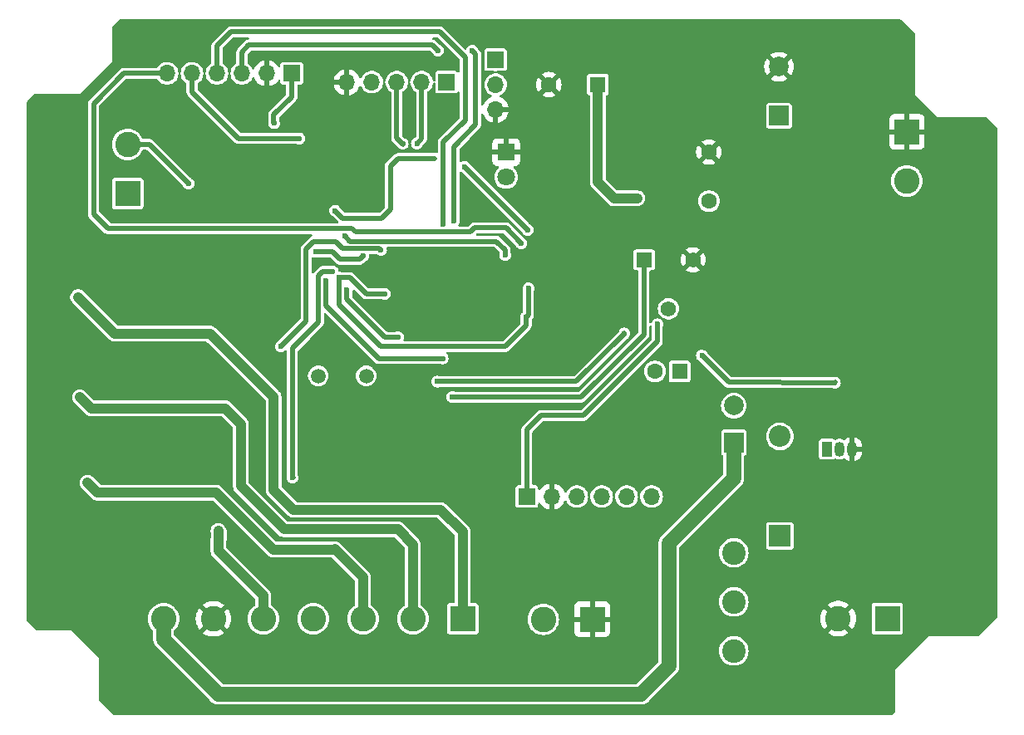
<source format=gbr>
%TF.GenerationSoftware,KiCad,Pcbnew,8.0.3*%
%TF.CreationDate,2025-02-24T14:24:07+05:30*%
%TF.ProjectId,messenger_Project,6d657373-656e-4676-9572-5f50726f6a65,rev?*%
%TF.SameCoordinates,Original*%
%TF.FileFunction,Copper,L2,Bot*%
%TF.FilePolarity,Positive*%
%FSLAX46Y46*%
G04 Gerber Fmt 4.6, Leading zero omitted, Abs format (unit mm)*
G04 Created by KiCad (PCBNEW 8.0.3) date 2025-02-24 14:24:07*
%MOMM*%
%LPD*%
G01*
G04 APERTURE LIST*
%TA.AperFunction,ComponentPad*%
%ADD10R,2.200000X2.200000*%
%TD*%
%TA.AperFunction,ComponentPad*%
%ADD11O,2.200000X2.200000*%
%TD*%
%TA.AperFunction,ComponentPad*%
%ADD12R,1.600000X1.600000*%
%TD*%
%TA.AperFunction,ComponentPad*%
%ADD13C,1.600000*%
%TD*%
%TA.AperFunction,ComponentPad*%
%ADD14R,2.000000X2.000000*%
%TD*%
%TA.AperFunction,ComponentPad*%
%ADD15C,2.000000*%
%TD*%
%TA.AperFunction,ComponentPad*%
%ADD16R,2.600000X2.600000*%
%TD*%
%TA.AperFunction,ComponentPad*%
%ADD17C,2.600000*%
%TD*%
%TA.AperFunction,ComponentPad*%
%ADD18R,1.700000X1.700000*%
%TD*%
%TA.AperFunction,ComponentPad*%
%ADD19O,1.700000X1.700000*%
%TD*%
%TA.AperFunction,ComponentPad*%
%ADD20C,2.400000*%
%TD*%
%TA.AperFunction,ComponentPad*%
%ADD21R,1.560000X1.560000*%
%TD*%
%TA.AperFunction,ComponentPad*%
%ADD22C,1.560000*%
%TD*%
%TA.AperFunction,ComponentPad*%
%ADD23C,1.500000*%
%TD*%
%TA.AperFunction,ComponentPad*%
%ADD24R,1.800000X1.800000*%
%TD*%
%TA.AperFunction,ComponentPad*%
%ADD25C,1.800000*%
%TD*%
%TA.AperFunction,ComponentPad*%
%ADD26R,1.050000X1.500000*%
%TD*%
%TA.AperFunction,ComponentPad*%
%ADD27O,1.050000X1.500000*%
%TD*%
%TA.AperFunction,ViaPad*%
%ADD28C,0.600000*%
%TD*%
%TA.AperFunction,Conductor*%
%ADD29C,0.500000*%
%TD*%
%TA.AperFunction,Conductor*%
%ADD30C,1.000000*%
%TD*%
%TA.AperFunction,Conductor*%
%ADD31C,1.500000*%
%TD*%
G04 APERTURE END LIST*
D10*
%TO.P,D1,1,K*%
%TO.N,+24V*%
X170205400Y-108712000D03*
D11*
%TO.P,D1,2,A*%
%TO.N,Net-(D1-A)*%
X170205400Y-98552000D03*
%TD*%
D12*
%TO.P,C22,1*%
%TO.N,+5V*%
X151659651Y-62687200D03*
D13*
%TO.P,C22,2*%
%TO.N,GND*%
X146659651Y-62687200D03*
%TD*%
D14*
%TO.P,C20,1*%
%TO.N,+24V*%
X170103800Y-65867677D03*
D15*
%TO.P,C20,2*%
%TO.N,GND*%
X170103800Y-60867677D03*
%TD*%
D16*
%TO.P,J4,1,Pin_1*%
%TO.N,A*%
X103759000Y-73787000D03*
D17*
%TO.P,J4,2,Pin_2*%
%TO.N,B*%
X103759000Y-68787000D03*
%TD*%
D18*
%TO.P,J5,1,Pin_1*%
%TO.N,Net-(J5-Pin_1)*%
X136245600Y-62433200D03*
D19*
%TO.P,J5,2,Pin_2*%
%TO.N,RXD*%
X133705600Y-62433200D03*
%TO.P,J5,3,Pin_3*%
%TO.N,TXD*%
X131165600Y-62433200D03*
%TO.P,J5,4,Pin_4*%
%TO.N,+5V*%
X128625600Y-62433200D03*
%TO.P,J5,5,Pin_5*%
%TO.N,GND*%
X126085600Y-62433200D03*
%TD*%
D20*
%TO.P,K1,11*%
%TO.N,Net-(J1-Pin_1)*%
X165506400Y-115417600D03*
%TO.P,K1,12*%
%TO.N,OUT*%
X165506400Y-110417600D03*
%TO.P,K1,14*%
%TO.N,Net-(K1-Pad14)*%
X165506400Y-120417600D03*
D14*
%TO.P,K1,A1*%
%TO.N,+24V*%
X165506400Y-99167600D03*
D15*
%TO.P,K1,A2*%
%TO.N,Net-(D1-A)*%
X165506400Y-95417600D03*
%TD*%
D18*
%TO.P,J2,1,Pin_1*%
%TO.N,+24V*%
X141249400Y-60147200D03*
D19*
%TO.P,J2,2,Pin_2*%
%TO.N,+5V*%
X141249400Y-62687200D03*
%TO.P,J2,3,Pin_3*%
%TO.N,GND*%
X141249400Y-65227200D03*
%TD*%
D16*
%TO.P,J3,1,Pin_1*%
%TO.N,GND*%
X151090000Y-117195400D03*
D17*
%TO.P,J3,2,Pin_2*%
%TO.N,MUTE*%
X146090000Y-117195400D03*
%TD*%
D13*
%TO.P,C21,1*%
%TO.N,+24V*%
X162966400Y-74559800D03*
%TO.P,C21,2*%
%TO.N,GND*%
X162966400Y-69559800D03*
%TD*%
D16*
%TO.P,J11,1,Pin_1*%
%TO.N,GND*%
X183133800Y-67502400D03*
D17*
%TO.P,J11,2,Pin_2*%
%TO.N,Net-(D3-A)*%
X183133800Y-72502400D03*
%TD*%
D21*
%TO.P,RV1,1,1*%
%TO.N,IN*%
X156351600Y-80538600D03*
D22*
%TO.P,RV1,2,2*%
%TO.N,Net-(U2-+)*%
X158851600Y-85538600D03*
%TO.P,RV1,3,3*%
%TO.N,GND*%
X161351600Y-80538600D03*
%TD*%
D18*
%TO.P,J8,1,Pin_1*%
%TO.N,+5V*%
X144424400Y-104673400D03*
D19*
%TO.P,J8,2,Pin_2*%
%TO.N,GND*%
X146964400Y-104673400D03*
%TO.P,J8,3,Pin_3*%
%TO.N,SS*%
X149504400Y-104673400D03*
%TO.P,J8,4,Pin_4*%
%TO.N,MOSI*%
X152044400Y-104673400D03*
%TO.P,J8,5,Pin_5*%
%TO.N,MISO*%
X154584400Y-104673400D03*
%TO.P,J8,6,Pin_6*%
%TO.N,SCK*%
X157124400Y-104673400D03*
%TD*%
D18*
%TO.P,J6,1,Pin_1*%
%TO.N,+5V*%
X120472200Y-61544200D03*
D19*
%TO.P,J6,2,Pin_2*%
%TO.N,GND*%
X117932200Y-61544200D03*
%TO.P,J6,3,Pin_3*%
%TO.N,SDA*%
X115392200Y-61544200D03*
%TO.P,J6,4,Pin_4*%
%TO.N,SCL*%
X112852200Y-61544200D03*
%TO.P,J6,5,Pin_5*%
%TO.N,PC0*%
X110312200Y-61544200D03*
%TO.P,J6,6,Pin_6*%
%TO.N,PC1*%
X107772200Y-61544200D03*
%TD*%
D23*
%TO.P,Y1,1,1*%
%TO.N,Net-(U1-XTAL1{slash}PB6)*%
X123178400Y-92379800D03*
%TO.P,Y1,2,2*%
%TO.N,Net-(U1-XTAL2{slash}PB7)*%
X128058400Y-92379800D03*
%TD*%
D16*
%TO.P,J1,1,Pin_1*%
%TO.N,Net-(J1-Pin_1)*%
X181138200Y-117119200D03*
D17*
%TO.P,J1,2,Pin_2*%
%TO.N,GND*%
X176138200Y-117119200D03*
%TD*%
D24*
%TO.P,D5,1,K*%
%TO.N,GND*%
X142316200Y-69570600D03*
D25*
%TO.P,D5,2,A*%
%TO.N,Net-(D5-A)*%
X142316200Y-72110600D03*
%TD*%
D16*
%TO.P,J7,1,Pin_1*%
%TO.N,Net-(J7-Pin_1)*%
X137896600Y-117144800D03*
D17*
%TO.P,J7,2,Pin_2*%
%TO.N,Net-(J7-Pin_2)*%
X132816600Y-117144800D03*
%TO.P,J7,3,Pin_3*%
%TO.N,Net-(J7-Pin_3)*%
X127736600Y-117144800D03*
%TO.P,J7,4,Pin_4*%
%TO.N,Net-(J7-Pin_4)*%
X122656600Y-117144800D03*
%TO.P,J7,5,Pin_5*%
%TO.N,OUT_GND*%
X117576600Y-117144800D03*
%TO.P,J7,6,Pin_6*%
%TO.N,GND*%
X112496600Y-117144800D03*
%TO.P,J7,7,Pin_7*%
%TO.N,+24V*%
X107416600Y-117144800D03*
%TD*%
D26*
%TO.P,Q1,1,C*%
%TO.N,Net-(D1-A)*%
X175006000Y-99851800D03*
D27*
%TO.P,Q1,2,B*%
%TO.N,Net-(Q1-B)*%
X176276000Y-99851800D03*
%TO.P,Q1,3,E*%
%TO.N,GND*%
X177546000Y-99851800D03*
%TD*%
D12*
%TO.P,C10,1*%
%TO.N,Net-(C10-Pad1)*%
X159980513Y-91922600D03*
D13*
%TO.P,C10,2*%
%TO.N,OUT*%
X157480513Y-91922600D03*
%TD*%
D28*
%TO.N,GND*%
X133908800Y-81229200D03*
X163068000Y-87503000D03*
X119811800Y-83210400D03*
X153492200Y-66776600D03*
X112877600Y-70916800D03*
X137134600Y-81229200D03*
X113893600Y-70916800D03*
X118276600Y-70013600D03*
X146024600Y-107416600D03*
X146126200Y-101346000D03*
X133959600Y-84861400D03*
X153974800Y-66294000D03*
X137820400Y-72669400D03*
X147701000Y-101447600D03*
X147955000Y-107442000D03*
X118287800Y-69088000D03*
X137236200Y-84861400D03*
X163741100Y-89623900D03*
%TO.N,+5V*%
X144348200Y-86385400D03*
X157708600Y-87122000D03*
X155651200Y-74269600D03*
X129946400Y-84023200D03*
X153289000Y-74269600D03*
X125272800Y-82346800D03*
X144576800Y-83474600D03*
X118668800Y-66624200D03*
%TO.N,B*%
X109956600Y-72771000D03*
%TO.N,TXD*%
X131775200Y-68732400D03*
%TO.N,RXD*%
X133223000Y-68681600D03*
%TO.N,OUT_GND*%
X113004600Y-108204000D03*
X113030000Y-108991400D03*
%TO.N,Net-(J7-Pin_1)*%
X98704400Y-84353400D03*
%TO.N,Net-(J7-Pin_3)*%
X99669600Y-103276400D03*
%TO.N,Net-(J7-Pin_2)*%
X98882200Y-94538800D03*
%TO.N,Relay*%
X162255200Y-90322400D03*
X135305800Y-92964000D03*
X154355800Y-88061800D03*
X175793400Y-93065600D03*
%TO.N,H2S*%
X129565400Y-79552800D03*
X119354600Y-89382600D03*
%TO.N,FIRE*%
X120548400Y-102768400D03*
X124651200Y-81737200D03*
%TO.N,ABANDOWN*%
X126085600Y-83616800D03*
X131292600Y-88442800D03*
%TO.N,EMG*%
X122936000Y-79730600D03*
X127762000Y-80137000D03*
%TO.N,SCL*%
X135915400Y-76962000D03*
%TO.N,SDA*%
X135356600Y-59207400D03*
X136982200Y-76606400D03*
X138861800Y-59232800D03*
%TO.N,IN*%
X136829800Y-94538800D03*
%TO.N,RS_MODE*%
X134975600Y-70231000D03*
X124891800Y-75539600D03*
X138074400Y-71069200D03*
X144500600Y-77495400D03*
%TO.N,PC1*%
X143865600Y-78867000D03*
%TO.N,PC0*%
X125882400Y-78130400D03*
X142214600Y-80060800D03*
X121234200Y-68173600D03*
%TO.N,RXD_S*%
X123940000Y-82702400D03*
X135839200Y-90601800D03*
%TD*%
D29*
%TO.N,GND*%
X163741100Y-89623900D02*
X163068000Y-88950800D01*
X163068000Y-88950800D02*
X163068000Y-87503000D01*
%TO.N,+5V*%
X128092200Y-84023200D02*
X126415800Y-82346800D01*
D30*
X151659651Y-72640251D02*
X151659651Y-62687200D01*
D29*
X120472200Y-61544200D02*
X120472200Y-63957200D01*
X142214600Y-89382600D02*
X144348200Y-87249000D01*
D30*
X153289000Y-74269600D02*
X155651200Y-74269600D01*
D29*
X125272800Y-85115400D02*
X129540000Y-89382600D01*
X150190200Y-96418400D02*
X145872200Y-96418400D01*
X120472200Y-63957200D02*
X118643400Y-65786000D01*
X125272800Y-82346800D02*
X125272800Y-85115400D01*
X129946400Y-84023200D02*
X128092200Y-84023200D01*
X145872200Y-96418400D02*
X144424400Y-97866200D01*
X144424400Y-97866200D02*
X144424400Y-104673400D01*
X144348200Y-87249000D02*
X144348200Y-86385400D01*
X129540000Y-89382600D02*
X142214600Y-89382600D01*
X144576800Y-83474600D02*
X144576800Y-86156800D01*
X144576800Y-86156800D02*
X144348200Y-86385400D01*
X157708600Y-87122000D02*
X157708600Y-88900000D01*
X157708600Y-88900000D02*
X150190200Y-96418400D01*
X126415800Y-82346800D02*
X125272800Y-82346800D01*
D30*
X153289000Y-74269600D02*
X151659651Y-72640251D01*
D29*
X118643400Y-66598800D02*
X118668800Y-66624200D01*
X118643400Y-65786000D02*
X118643400Y-66598800D01*
D31*
%TO.N,+24V*%
X156032200Y-124841000D02*
X158877000Y-121996200D01*
X113030000Y-124841000D02*
X156032200Y-124841000D01*
X165506400Y-102819200D02*
X165506400Y-99167600D01*
X158877000Y-121996200D02*
X158877000Y-109448600D01*
X107416600Y-117144800D02*
X107416600Y-119227600D01*
X107416600Y-119227600D02*
X113030000Y-124841000D01*
X158877000Y-109448600D02*
X165506400Y-102819200D01*
D29*
%TO.N,B*%
X105972600Y-68787000D02*
X103759000Y-68787000D01*
X109956600Y-72771000D02*
X105972600Y-68787000D01*
%TO.N,TXD*%
X131165600Y-62433200D02*
X131165600Y-68148200D01*
X131775200Y-68757800D02*
X131699000Y-68681600D01*
X131165600Y-68148200D02*
X131749800Y-68732400D01*
X131775200Y-68732400D02*
X131775200Y-68757800D01*
X131749800Y-68732400D02*
X131775200Y-68732400D01*
%TO.N,RXD*%
X133705600Y-62433200D02*
X133705600Y-68199000D01*
X133705600Y-68199000D02*
X133223000Y-68681600D01*
X133223000Y-68681600D02*
X133273800Y-68630800D01*
D30*
%TO.N,OUT_GND*%
X117576600Y-117144800D02*
X117576600Y-114782600D01*
X113030000Y-108991400D02*
X113030000Y-108229400D01*
X117576600Y-114782600D02*
X113004600Y-110210600D01*
X113004600Y-110210600D02*
X113004600Y-109016800D01*
X113030000Y-108229400D02*
X113004600Y-108204000D01*
X113004600Y-109016800D02*
X113030000Y-108991400D01*
%TO.N,Net-(J7-Pin_1)*%
X118643400Y-104038400D02*
X120650000Y-106045000D01*
X98704400Y-84353400D02*
X102438200Y-88087200D01*
X102438200Y-88087200D02*
X112166400Y-88087200D01*
X112166400Y-88087200D02*
X118643400Y-94564200D01*
X118643400Y-94564200D02*
X118643400Y-104038400D01*
X135661400Y-106045000D02*
X137896600Y-108280200D01*
X137896600Y-108280200D02*
X137896600Y-117144800D01*
X120650000Y-106045000D02*
X135661400Y-106045000D01*
%TO.N,Net-(J7-Pin_3)*%
X124866400Y-110058200D02*
X127736600Y-112928400D01*
X112801400Y-104292400D02*
X118592600Y-110083600D01*
X124841000Y-110083600D02*
X124866400Y-110058200D01*
X100685600Y-104292400D02*
X112801400Y-104292400D01*
X99669600Y-103276400D02*
X100685600Y-104292400D01*
X127736600Y-112928400D02*
X127736600Y-117144800D01*
X118592600Y-110083600D02*
X124841000Y-110083600D01*
%TO.N,Net-(J7-Pin_2)*%
X113665000Y-95681800D02*
X115290600Y-97307400D01*
X131267200Y-108026200D02*
X132816600Y-109575600D01*
X119684800Y-108026200D02*
X131267200Y-108026200D01*
X115290600Y-103632000D02*
X119684800Y-108026200D01*
X98882200Y-94538800D02*
X100025200Y-95681800D01*
X100025200Y-95681800D02*
X113665000Y-95681800D01*
X115290600Y-97307400D02*
X115290600Y-103632000D01*
X132816600Y-109575600D02*
X132816600Y-117144800D01*
D29*
%TO.N,Relay*%
X154355800Y-88036400D02*
X154355800Y-88036400D01*
X162255200Y-90322400D02*
X164973000Y-93040200D01*
X149428200Y-92964000D02*
X154330400Y-88061800D01*
X154330400Y-88061800D02*
X154355800Y-88061800D01*
X164973000Y-93040200D02*
X175793400Y-93065600D01*
X175793400Y-93065600D02*
X175818800Y-93040200D01*
X154355800Y-88061800D02*
X154355800Y-88036400D01*
X135305800Y-92964000D02*
X149428200Y-92964000D01*
%TO.N,H2S*%
X122682000Y-78689200D02*
X124942600Y-78689200D01*
X121945400Y-86791800D02*
X121945400Y-79425800D01*
X125640400Y-79387000D02*
X129399600Y-79387000D01*
X129399600Y-79387000D02*
X129565400Y-79552800D01*
X119354600Y-89382600D02*
X121945400Y-86791800D01*
X129565400Y-79552800D02*
X129540000Y-79527400D01*
X121945400Y-79425800D02*
X122682000Y-78689200D01*
X124942600Y-78689200D02*
X125640400Y-79387000D01*
%TO.N,FIRE*%
X123596400Y-81737200D02*
X123190000Y-82143600D01*
X120548400Y-102717600D02*
X120548400Y-102717600D01*
X120548400Y-102768400D02*
X120599200Y-102768400D01*
X120548400Y-89560400D02*
X120548400Y-102768400D01*
X123190000Y-86918800D02*
X120548400Y-89560400D01*
X123190000Y-82143600D02*
X123190000Y-86918800D01*
X124651200Y-81737200D02*
X123596400Y-81737200D01*
X120599200Y-102768400D02*
X120599200Y-102768400D01*
%TO.N,ABANDOWN*%
X129971800Y-88442800D02*
X131292600Y-88442800D01*
X126085600Y-84556600D02*
X129895600Y-88366600D01*
X126085600Y-83616800D02*
X126085600Y-84556600D01*
X129895600Y-88366600D02*
X129971800Y-88442800D01*
%TO.N,EMG*%
X127762000Y-80162400D02*
X127711200Y-80111600D01*
X125349000Y-80492600D02*
X127406400Y-80492600D01*
X127762000Y-80137000D02*
X127762000Y-80162400D01*
X124587000Y-79730600D02*
X125349000Y-80492600D01*
X127406400Y-80492600D02*
X127762000Y-80137000D01*
X122936000Y-79730600D02*
X124587000Y-79730600D01*
%TO.N,SCL*%
X138125200Y-59918600D02*
X138125200Y-66344800D01*
X112852200Y-61544200D02*
X112852200Y-58699400D01*
X112852200Y-58699400D02*
X114249200Y-57302400D01*
X135915400Y-68554600D02*
X135915400Y-76962000D01*
X114249200Y-57302400D02*
X135509000Y-57302400D01*
X135509000Y-57302400D02*
X138125200Y-59918600D01*
X138125200Y-66344800D02*
X135915400Y-68554600D01*
%TO.N,SDA*%
X134797800Y-58648600D02*
X135356600Y-59207400D01*
X139192000Y-59563000D02*
X139192000Y-66802000D01*
X116103400Y-58648600D02*
X134797800Y-58648600D01*
X115392200Y-61544200D02*
X115392200Y-59359800D01*
X136982200Y-69011800D02*
X136982200Y-76606400D01*
X115392200Y-59359800D02*
X116103400Y-58648600D01*
X138861800Y-59232800D02*
X139192000Y-59563000D01*
X135356600Y-59207400D02*
X135305800Y-59156600D01*
X139192000Y-66802000D02*
X136982200Y-69011800D01*
%TO.N,IN*%
X149961600Y-94538800D02*
X156351600Y-88148800D01*
X136829800Y-94538800D02*
X149961600Y-94538800D01*
X156351600Y-88148800D02*
X156351600Y-80538600D01*
%TO.N,RS_MODE*%
X144500600Y-77495400D02*
X138074400Y-71069200D01*
X129616200Y-76301600D02*
X125653800Y-76301600D01*
X134975600Y-70231000D02*
X135001000Y-70231000D01*
X125653800Y-76301600D02*
X124891800Y-75539600D01*
X130505200Y-70993000D02*
X130505200Y-75412600D01*
X134975600Y-70231000D02*
X131267200Y-70231000D01*
X131267200Y-70231000D02*
X130505200Y-70993000D01*
X130505200Y-75412600D02*
X129616200Y-76301600D01*
%TO.N,PC1*%
X100279200Y-64617600D02*
X103352600Y-61544200D01*
X100279200Y-75869800D02*
X100279200Y-64617600D01*
X139115800Y-77292200D02*
X138696000Y-77712000D01*
X142290800Y-77292200D02*
X139115800Y-77292200D01*
X103352600Y-61544200D02*
X107772200Y-61544200D01*
X126605600Y-77380400D02*
X101789800Y-77380400D01*
X138696000Y-77712000D02*
X126961200Y-77712000D01*
X126949200Y-77724000D02*
X126605600Y-77380400D01*
X126961200Y-77712000D02*
X126949200Y-77724000D01*
X101789800Y-77380400D02*
X100279200Y-75869800D01*
X143865600Y-78867000D02*
X142290800Y-77292200D01*
%TO.N,PC0*%
X141325600Y-78663800D02*
X126415800Y-78663800D01*
X115062000Y-68173600D02*
X121234200Y-68173600D01*
X121234200Y-68173600D02*
X121183400Y-68173600D01*
X142214600Y-80060800D02*
X142214600Y-79552800D01*
X126415800Y-78663800D02*
X125882400Y-78130400D01*
X110312200Y-63423800D02*
X115062000Y-68173600D01*
X142214600Y-79552800D02*
X141325600Y-78663800D01*
X110312200Y-61544200D02*
X110312200Y-63423800D01*
%TO.N,RXD_S*%
X135839200Y-90601800D02*
X135661400Y-90601800D01*
X123940000Y-82702400D02*
X123940000Y-85179600D01*
X129362200Y-90601800D02*
X135839200Y-90601800D01*
X123940000Y-85179600D02*
X129362200Y-90601800D01*
%TD*%
%TA.AperFunction,Conductor*%
%TO.N,GND*%
G36*
X182557177Y-56069185D02*
G01*
X182577819Y-56085819D01*
X183961281Y-57469281D01*
X183994766Y-57530604D01*
X183997600Y-57556962D01*
X183997600Y-63677800D01*
X186283600Y-65963800D01*
X191134438Y-65963800D01*
X191201477Y-65983485D01*
X191222119Y-66000119D01*
X192326181Y-67104181D01*
X192359666Y-67165504D01*
X192362500Y-67191862D01*
X192362500Y-116958138D01*
X192342815Y-117025177D01*
X192326181Y-117045819D01*
X190510919Y-118861081D01*
X190449596Y-118894566D01*
X190423238Y-118897400D01*
X185343799Y-118897400D01*
X181940200Y-122300999D01*
X181940200Y-126516838D01*
X181920515Y-126583877D01*
X181903881Y-126604519D01*
X181587219Y-126921181D01*
X181525896Y-126954666D01*
X181499538Y-126957500D01*
X102421662Y-126957500D01*
X102354623Y-126937815D01*
X102333981Y-126921181D01*
X100899719Y-125486919D01*
X100866234Y-125425596D01*
X100863400Y-125399238D01*
X100863400Y-121234200D01*
X97993200Y-118364000D01*
X94539362Y-118364000D01*
X94472323Y-118344315D01*
X94451681Y-118327681D01*
X93525419Y-117401419D01*
X93491934Y-117340096D01*
X93489100Y-117313738D01*
X93489100Y-117144800D01*
X105811151Y-117144800D01*
X105830917Y-117395951D01*
X105889726Y-117640910D01*
X105986133Y-117873659D01*
X106117760Y-118088453D01*
X106117761Y-118088456D01*
X106281375Y-118280023D01*
X106281376Y-118280024D01*
X106322632Y-118315260D01*
X106360824Y-118373765D01*
X106366100Y-118409549D01*
X106366100Y-119331069D01*
X106406468Y-119534012D01*
X106406470Y-119534020D01*
X106485658Y-119725196D01*
X106600624Y-119897257D01*
X106751264Y-120047897D01*
X106751286Y-120047917D01*
X112210897Y-125507528D01*
X112210926Y-125507559D01*
X112360342Y-125656975D01*
X112360345Y-125656977D01*
X112532402Y-125771941D01*
X112723580Y-125851130D01*
X112892861Y-125884802D01*
X112915309Y-125889267D01*
X112926533Y-125891500D01*
X112926534Y-125891500D01*
X156135666Y-125891500D01*
X156135667Y-125891499D01*
X156338620Y-125851130D01*
X156529798Y-125771941D01*
X156701855Y-125656977D01*
X156848177Y-125510655D01*
X156848177Y-125510653D01*
X156858385Y-125500446D01*
X156858386Y-125500443D01*
X159692977Y-122665855D01*
X159807942Y-122493798D01*
X159887130Y-122302620D01*
X159927501Y-122099665D01*
X159927501Y-121892735D01*
X159927501Y-121887625D01*
X159927500Y-121887599D01*
X159927500Y-120417594D01*
X164000757Y-120417594D01*
X164000757Y-120417605D01*
X164021290Y-120665412D01*
X164021292Y-120665424D01*
X164082336Y-120906481D01*
X164182226Y-121134206D01*
X164318233Y-121342382D01*
X164318236Y-121342385D01*
X164486656Y-121525338D01*
X164682891Y-121678074D01*
X164901590Y-121796428D01*
X165136786Y-121877171D01*
X165382065Y-121918100D01*
X165630735Y-121918100D01*
X165876014Y-121877171D01*
X166111210Y-121796428D01*
X166329909Y-121678074D01*
X166526144Y-121525338D01*
X166694564Y-121342385D01*
X166830573Y-121134207D01*
X166930463Y-120906481D01*
X166991508Y-120665421D01*
X167012043Y-120417600D01*
X166991508Y-120169779D01*
X166930463Y-119928719D01*
X166916662Y-119897257D01*
X166830573Y-119700993D01*
X166694566Y-119492817D01*
X166672957Y-119469344D01*
X166526144Y-119309862D01*
X166329909Y-119157126D01*
X166329907Y-119157125D01*
X166329906Y-119157124D01*
X166111211Y-119038772D01*
X166111202Y-119038769D01*
X165876016Y-118958029D01*
X165630735Y-118917100D01*
X165382065Y-118917100D01*
X165136783Y-118958029D01*
X164901597Y-119038769D01*
X164901588Y-119038772D01*
X164682893Y-119157124D01*
X164486657Y-119309861D01*
X164318233Y-119492817D01*
X164182226Y-119700993D01*
X164082336Y-119928718D01*
X164021292Y-120169775D01*
X164021290Y-120169787D01*
X164000757Y-120417594D01*
X159927500Y-120417594D01*
X159927500Y-117119195D01*
X174333153Y-117119195D01*
X174333153Y-117119204D01*
X174353313Y-117388226D01*
X174353313Y-117388228D01*
X174413342Y-117651233D01*
X174413348Y-117651252D01*
X174511909Y-117902381D01*
X174511908Y-117902381D01*
X174646802Y-118136022D01*
X174700494Y-118203351D01*
X174700495Y-118203351D01*
X175537158Y-117366688D01*
X175562178Y-117427090D01*
X175633312Y-117533551D01*
X175723849Y-117624088D01*
X175830310Y-117695222D01*
X175890710Y-117720241D01*
X175053048Y-118557902D01*
X175235683Y-118682420D01*
X175235685Y-118682421D01*
X175478739Y-118799469D01*
X175478737Y-118799469D01*
X175736537Y-118878990D01*
X175736543Y-118878992D01*
X176003301Y-118919199D01*
X176003310Y-118919200D01*
X176273090Y-118919200D01*
X176273098Y-118919199D01*
X176539856Y-118878992D01*
X176539862Y-118878990D01*
X176797661Y-118799469D01*
X177040721Y-118682418D01*
X177223350Y-118557902D01*
X176385688Y-117720241D01*
X176446090Y-117695222D01*
X176552551Y-117624088D01*
X176643088Y-117533551D01*
X176714222Y-117427090D01*
X176739241Y-117366688D01*
X177575903Y-118203351D01*
X177575904Y-118203350D01*
X177629593Y-118136028D01*
X177629600Y-118136017D01*
X177764490Y-117902381D01*
X177863051Y-117651252D01*
X177863057Y-117651233D01*
X177923086Y-117388228D01*
X177923086Y-117388226D01*
X177943247Y-117119204D01*
X177943247Y-117119195D01*
X177923086Y-116850173D01*
X177923086Y-116850171D01*
X177863057Y-116587166D01*
X177863051Y-116587147D01*
X177764490Y-116336018D01*
X177764491Y-116336018D01*
X177629597Y-116102377D01*
X177575904Y-116035047D01*
X176739241Y-116871710D01*
X176714222Y-116811310D01*
X176643088Y-116704849D01*
X176552551Y-116614312D01*
X176446090Y-116543178D01*
X176385688Y-116518158D01*
X177129515Y-115774331D01*
X179537700Y-115774331D01*
X179537700Y-118464056D01*
X179537702Y-118464082D01*
X179540613Y-118489187D01*
X179540615Y-118489191D01*
X179585993Y-118591964D01*
X179585994Y-118591965D01*
X179665435Y-118671406D01*
X179768209Y-118716785D01*
X179793335Y-118719700D01*
X182483064Y-118719699D01*
X182483079Y-118719697D01*
X182483082Y-118719697D01*
X182508187Y-118716786D01*
X182508188Y-118716785D01*
X182508191Y-118716785D01*
X182610965Y-118671406D01*
X182690406Y-118591965D01*
X182735785Y-118489191D01*
X182738700Y-118464065D01*
X182738699Y-115774336D01*
X182736553Y-115755831D01*
X182735786Y-115749212D01*
X182735785Y-115749210D01*
X182735785Y-115749209D01*
X182690406Y-115646435D01*
X182610965Y-115566994D01*
X182593125Y-115559117D01*
X182508192Y-115521615D01*
X182483065Y-115518700D01*
X179793343Y-115518700D01*
X179793317Y-115518702D01*
X179768212Y-115521613D01*
X179768208Y-115521615D01*
X179665435Y-115566993D01*
X179585994Y-115646434D01*
X179540615Y-115749206D01*
X179540615Y-115749208D01*
X179537700Y-115774331D01*
X177129515Y-115774331D01*
X177223350Y-115680496D01*
X177040717Y-115555979D01*
X177040716Y-115555978D01*
X176797660Y-115438930D01*
X176797662Y-115438930D01*
X176539862Y-115359409D01*
X176539856Y-115359407D01*
X176273098Y-115319200D01*
X176003301Y-115319200D01*
X175736543Y-115359407D01*
X175736537Y-115359409D01*
X175478738Y-115438930D01*
X175235685Y-115555978D01*
X175235676Y-115555983D01*
X175053048Y-115680496D01*
X175890711Y-116518158D01*
X175830310Y-116543178D01*
X175723849Y-116614312D01*
X175633312Y-116704849D01*
X175562178Y-116811310D01*
X175537158Y-116871711D01*
X174700495Y-116035048D01*
X174646800Y-116102380D01*
X174511909Y-116336018D01*
X174413348Y-116587147D01*
X174413342Y-116587166D01*
X174353313Y-116850171D01*
X174353313Y-116850173D01*
X174333153Y-117119195D01*
X159927500Y-117119195D01*
X159927500Y-115417594D01*
X164000757Y-115417594D01*
X164000757Y-115417605D01*
X164021290Y-115665412D01*
X164021292Y-115665424D01*
X164082336Y-115906481D01*
X164182226Y-116134206D01*
X164318233Y-116342382D01*
X164318236Y-116342385D01*
X164486656Y-116525338D01*
X164682891Y-116678074D01*
X164901590Y-116796428D01*
X165136786Y-116877171D01*
X165382065Y-116918100D01*
X165630735Y-116918100D01*
X165876014Y-116877171D01*
X166111210Y-116796428D01*
X166329909Y-116678074D01*
X166526144Y-116525338D01*
X166694564Y-116342385D01*
X166830573Y-116134207D01*
X166930463Y-115906481D01*
X166991508Y-115665421D01*
X166991509Y-115665412D01*
X167012043Y-115417605D01*
X167012043Y-115417594D01*
X166991509Y-115169787D01*
X166991507Y-115169775D01*
X166930463Y-114928718D01*
X166830573Y-114700993D01*
X166694566Y-114492817D01*
X166672957Y-114469344D01*
X166526144Y-114309862D01*
X166329909Y-114157126D01*
X166329907Y-114157125D01*
X166329906Y-114157124D01*
X166111211Y-114038772D01*
X166111202Y-114038769D01*
X165876016Y-113958029D01*
X165630735Y-113917100D01*
X165382065Y-113917100D01*
X165136783Y-113958029D01*
X164901597Y-114038769D01*
X164901588Y-114038772D01*
X164682893Y-114157124D01*
X164486657Y-114309861D01*
X164318233Y-114492817D01*
X164182226Y-114700993D01*
X164082336Y-114928718D01*
X164021292Y-115169775D01*
X164021290Y-115169787D01*
X164000757Y-115417594D01*
X159927500Y-115417594D01*
X159927500Y-110417594D01*
X164000757Y-110417594D01*
X164000757Y-110417605D01*
X164021290Y-110665412D01*
X164021292Y-110665424D01*
X164082336Y-110906481D01*
X164182226Y-111134206D01*
X164318233Y-111342382D01*
X164318236Y-111342385D01*
X164486656Y-111525338D01*
X164682891Y-111678074D01*
X164901590Y-111796428D01*
X165136786Y-111877171D01*
X165382065Y-111918100D01*
X165630735Y-111918100D01*
X165876014Y-111877171D01*
X166111210Y-111796428D01*
X166329909Y-111678074D01*
X166526144Y-111525338D01*
X166694564Y-111342385D01*
X166830573Y-111134207D01*
X166930463Y-110906481D01*
X166991508Y-110665421D01*
X166991509Y-110665412D01*
X167012043Y-110417605D01*
X167012043Y-110417594D01*
X166991509Y-110169787D01*
X166991507Y-110169775D01*
X166930463Y-109928718D01*
X166830573Y-109700993D01*
X166694566Y-109492817D01*
X166642640Y-109436411D01*
X166526144Y-109309862D01*
X166329909Y-109157126D01*
X166329907Y-109157125D01*
X166329906Y-109157124D01*
X166111211Y-109038772D01*
X166111202Y-109038769D01*
X165876016Y-108958029D01*
X165630735Y-108917100D01*
X165382065Y-108917100D01*
X165136783Y-108958029D01*
X164901597Y-109038769D01*
X164901588Y-109038772D01*
X164682893Y-109157124D01*
X164486657Y-109309861D01*
X164318233Y-109492817D01*
X164182226Y-109700993D01*
X164082336Y-109928718D01*
X164021292Y-110169775D01*
X164021290Y-110169787D01*
X164000757Y-110417594D01*
X159927500Y-110417594D01*
X159927500Y-109935092D01*
X159947185Y-109868053D01*
X159963814Y-109847416D01*
X162244099Y-107567131D01*
X168804900Y-107567131D01*
X168804900Y-109856856D01*
X168804902Y-109856882D01*
X168807813Y-109881987D01*
X168807815Y-109881991D01*
X168853193Y-109984764D01*
X168853194Y-109984765D01*
X168932635Y-110064206D01*
X169035409Y-110109585D01*
X169060535Y-110112500D01*
X171350264Y-110112499D01*
X171350279Y-110112497D01*
X171350282Y-110112497D01*
X171375387Y-110109586D01*
X171375388Y-110109585D01*
X171375391Y-110109585D01*
X171478165Y-110064206D01*
X171557606Y-109984765D01*
X171602985Y-109881991D01*
X171605900Y-109856865D01*
X171605899Y-107567136D01*
X171605897Y-107567117D01*
X171602986Y-107542012D01*
X171602985Y-107542010D01*
X171602985Y-107542009D01*
X171557606Y-107439235D01*
X171478165Y-107359794D01*
X171478163Y-107359793D01*
X171375392Y-107314415D01*
X171350265Y-107311500D01*
X169060543Y-107311500D01*
X169060517Y-107311502D01*
X169035412Y-107314413D01*
X169035408Y-107314415D01*
X168932635Y-107359793D01*
X168853194Y-107439234D01*
X168807815Y-107542006D01*
X168807815Y-107542008D01*
X168804900Y-107567131D01*
X162244099Y-107567131D01*
X166176051Y-103635179D01*
X166176055Y-103635177D01*
X166322377Y-103488855D01*
X166437341Y-103316798D01*
X166516530Y-103125620D01*
X166555424Y-102930085D01*
X166556900Y-102922666D01*
X166556900Y-102715735D01*
X166556900Y-100554589D01*
X166576585Y-100487550D01*
X166629389Y-100441795D01*
X166630695Y-100441207D01*
X166679165Y-100419806D01*
X166758606Y-100340365D01*
X166803985Y-100237591D01*
X166806900Y-100212465D01*
X166806899Y-98551993D01*
X168800100Y-98551993D01*
X168800100Y-98552006D01*
X168819264Y-98783297D01*
X168819266Y-98783308D01*
X168876242Y-99008300D01*
X168969475Y-99220848D01*
X169096416Y-99415147D01*
X169096419Y-99415151D01*
X169096421Y-99415153D01*
X169253616Y-99585913D01*
X169253619Y-99585915D01*
X169253622Y-99585918D01*
X169436765Y-99728464D01*
X169436771Y-99728468D01*
X169436774Y-99728470D01*
X169640897Y-99838936D01*
X169754887Y-99878068D01*
X169860415Y-99914297D01*
X169860417Y-99914297D01*
X169860419Y-99914298D01*
X170089351Y-99952500D01*
X170089352Y-99952500D01*
X170321448Y-99952500D01*
X170321449Y-99952500D01*
X170550381Y-99914298D01*
X170769903Y-99838936D01*
X170974026Y-99728470D01*
X171157184Y-99585913D01*
X171314379Y-99415153D01*
X171441324Y-99220849D01*
X171513225Y-99056931D01*
X174180500Y-99056931D01*
X174180500Y-100646656D01*
X174180502Y-100646682D01*
X174183413Y-100671787D01*
X174183415Y-100671791D01*
X174228793Y-100774564D01*
X174228794Y-100774565D01*
X174308235Y-100854006D01*
X174411009Y-100899385D01*
X174436135Y-100902300D01*
X175575864Y-100902299D01*
X175575879Y-100902297D01*
X175575882Y-100902297D01*
X175600987Y-100899386D01*
X175600988Y-100899385D01*
X175600991Y-100899385D01*
X175703765Y-100854006D01*
X175731761Y-100826009D01*
X175793081Y-100792525D01*
X175862773Y-100797509D01*
X175879332Y-100805983D01*
X175879604Y-100805475D01*
X175884985Y-100808351D01*
X175995205Y-100854005D01*
X176035211Y-100870576D01*
X176035215Y-100870576D01*
X176035216Y-100870577D01*
X176194692Y-100902300D01*
X176194695Y-100902300D01*
X176357307Y-100902300D01*
X176464598Y-100880957D01*
X176516789Y-100870576D01*
X176667021Y-100808348D01*
X176678892Y-100800416D01*
X176745565Y-100779536D01*
X176812946Y-100798018D01*
X176835466Y-100815835D01*
X176892601Y-100872971D01*
X177060473Y-100985140D01*
X177060486Y-100985147D01*
X177247016Y-101062409D01*
X177247025Y-101062412D01*
X177296000Y-101072153D01*
X177296000Y-100132130D01*
X177315745Y-100151875D01*
X177401255Y-100201244D01*
X177496630Y-100226800D01*
X177595370Y-100226800D01*
X177690745Y-100201244D01*
X177776255Y-100151875D01*
X177796000Y-100132130D01*
X177796000Y-101072152D01*
X177844974Y-101062412D01*
X177844983Y-101062409D01*
X178031513Y-100985147D01*
X178031526Y-100985140D01*
X178199399Y-100872970D01*
X178199403Y-100872967D01*
X178342167Y-100730203D01*
X178342170Y-100730199D01*
X178454340Y-100562326D01*
X178454347Y-100562313D01*
X178531609Y-100375783D01*
X178531612Y-100375774D01*
X178570999Y-100177758D01*
X178571000Y-100177755D01*
X178571000Y-100101800D01*
X177826330Y-100101800D01*
X177846075Y-100082055D01*
X177895444Y-99996545D01*
X177921000Y-99901170D01*
X177921000Y-99802430D01*
X177895444Y-99707055D01*
X177846075Y-99621545D01*
X177826330Y-99601800D01*
X178571000Y-99601800D01*
X178571000Y-99525845D01*
X178570999Y-99525841D01*
X178531612Y-99327825D01*
X178531609Y-99327816D01*
X178454347Y-99141286D01*
X178454340Y-99141273D01*
X178342170Y-98973400D01*
X178342167Y-98973396D01*
X178199403Y-98830632D01*
X178199399Y-98830629D01*
X178031526Y-98718459D01*
X178031513Y-98718452D01*
X177844984Y-98641190D01*
X177844977Y-98641188D01*
X177796000Y-98631445D01*
X177796000Y-99571470D01*
X177776255Y-99551725D01*
X177690745Y-99502356D01*
X177595370Y-99476800D01*
X177496630Y-99476800D01*
X177401255Y-99502356D01*
X177315745Y-99551725D01*
X177296000Y-99571470D01*
X177296000Y-98631446D01*
X177295999Y-98631445D01*
X177247022Y-98641188D01*
X177247015Y-98641190D01*
X177060486Y-98718452D01*
X177060473Y-98718459D01*
X176892603Y-98830627D01*
X176835464Y-98887765D01*
X176774140Y-98921249D01*
X176704449Y-98916263D01*
X176678893Y-98903184D01*
X176667027Y-98895255D01*
X176667014Y-98895248D01*
X176516793Y-98833025D01*
X176516783Y-98833022D01*
X176357307Y-98801300D01*
X176357305Y-98801300D01*
X176194695Y-98801300D01*
X176194693Y-98801300D01*
X176035216Y-98833022D01*
X176035206Y-98833025D01*
X175884980Y-98895250D01*
X175879609Y-98898122D01*
X175878526Y-98896096D01*
X175821575Y-98913890D01*
X175754206Y-98895362D01*
X175731760Y-98877589D01*
X175703765Y-98849594D01*
X175600992Y-98804215D01*
X175575865Y-98801300D01*
X174436143Y-98801300D01*
X174436117Y-98801302D01*
X174411012Y-98804213D01*
X174411008Y-98804215D01*
X174308235Y-98849593D01*
X174228794Y-98929034D01*
X174183415Y-99031806D01*
X174183415Y-99031808D01*
X174180500Y-99056931D01*
X171513225Y-99056931D01*
X171534557Y-99008300D01*
X171591534Y-98783305D01*
X171591535Y-98783297D01*
X171610700Y-98552006D01*
X171610700Y-98551993D01*
X171591535Y-98320702D01*
X171591533Y-98320691D01*
X171534557Y-98095699D01*
X171441324Y-97883151D01*
X171314383Y-97688852D01*
X171314380Y-97688849D01*
X171314379Y-97688847D01*
X171157184Y-97518087D01*
X171157179Y-97518083D01*
X171157177Y-97518081D01*
X170974034Y-97375535D01*
X170974028Y-97375531D01*
X170769904Y-97265064D01*
X170769895Y-97265061D01*
X170550384Y-97189702D01*
X170378682Y-97161050D01*
X170321449Y-97151500D01*
X170089351Y-97151500D01*
X170043564Y-97159140D01*
X169860415Y-97189702D01*
X169640904Y-97265061D01*
X169640895Y-97265064D01*
X169436771Y-97375531D01*
X169436765Y-97375535D01*
X169253622Y-97518081D01*
X169253619Y-97518084D01*
X169096416Y-97688852D01*
X168969475Y-97883151D01*
X168876242Y-98095699D01*
X168819266Y-98320691D01*
X168819264Y-98320702D01*
X168800100Y-98551993D01*
X166806899Y-98551993D01*
X166806899Y-98122736D01*
X166806897Y-98122717D01*
X166803986Y-98097612D01*
X166803985Y-98097610D01*
X166803985Y-98097609D01*
X166758606Y-97994835D01*
X166679165Y-97915394D01*
X166679163Y-97915393D01*
X166576392Y-97870015D01*
X166551265Y-97867100D01*
X164461543Y-97867100D01*
X164461517Y-97867102D01*
X164436412Y-97870013D01*
X164436408Y-97870015D01*
X164333635Y-97915393D01*
X164254194Y-97994834D01*
X164208815Y-98097606D01*
X164208815Y-98097608D01*
X164205900Y-98122731D01*
X164205900Y-100212456D01*
X164205902Y-100212482D01*
X164208813Y-100237587D01*
X164208815Y-100237591D01*
X164254193Y-100340364D01*
X164254194Y-100340365D01*
X164333635Y-100419806D01*
X164381988Y-100441156D01*
X164435362Y-100486240D01*
X164455890Y-100553026D01*
X164455900Y-100554589D01*
X164455900Y-102332706D01*
X164436215Y-102399745D01*
X164419581Y-102420387D01*
X161295490Y-105544478D01*
X158207348Y-108632620D01*
X158207345Y-108632623D01*
X158134184Y-108705784D01*
X158061023Y-108778944D01*
X157946058Y-108951003D01*
X157866870Y-109142179D01*
X157866868Y-109142187D01*
X157826500Y-109345130D01*
X157826500Y-121509706D01*
X157806815Y-121576745D01*
X157790181Y-121597387D01*
X155633388Y-123754181D01*
X155572065Y-123787666D01*
X155545707Y-123790500D01*
X113516493Y-123790500D01*
X113449454Y-123770815D01*
X113428812Y-123754181D01*
X108503419Y-118828788D01*
X108469934Y-118767465D01*
X108467100Y-118741107D01*
X108467100Y-118409549D01*
X108486785Y-118342510D01*
X108510565Y-118315262D01*
X108551824Y-118280024D01*
X108715436Y-118088459D01*
X108847066Y-117873659D01*
X108943473Y-117640911D01*
X109002283Y-117395948D01*
X109022049Y-117144800D01*
X109022049Y-117144795D01*
X110691553Y-117144795D01*
X110691553Y-117144804D01*
X110711713Y-117413826D01*
X110711713Y-117413828D01*
X110771742Y-117676833D01*
X110771748Y-117676852D01*
X110870309Y-117927981D01*
X110870308Y-117927981D01*
X111005202Y-118161622D01*
X111058894Y-118228951D01*
X111895557Y-117392287D01*
X111920578Y-117452690D01*
X111991712Y-117559151D01*
X112082249Y-117649688D01*
X112188710Y-117720822D01*
X112249110Y-117745841D01*
X111411448Y-118583502D01*
X111594083Y-118708020D01*
X111594085Y-118708021D01*
X111837139Y-118825069D01*
X111837137Y-118825069D01*
X112094937Y-118904590D01*
X112094943Y-118904592D01*
X112361701Y-118944799D01*
X112361710Y-118944800D01*
X112631490Y-118944800D01*
X112631498Y-118944799D01*
X112898256Y-118904592D01*
X112898262Y-118904590D01*
X113156061Y-118825069D01*
X113399121Y-118708018D01*
X113581750Y-118583502D01*
X112744088Y-117745841D01*
X112804490Y-117720822D01*
X112910951Y-117649688D01*
X113001488Y-117559151D01*
X113072622Y-117452690D01*
X113097641Y-117392288D01*
X113934303Y-118228951D01*
X113934304Y-118228950D01*
X113987993Y-118161628D01*
X113988000Y-118161617D01*
X114122890Y-117927981D01*
X114221451Y-117676852D01*
X114221457Y-117676833D01*
X114281486Y-117413828D01*
X114281486Y-117413826D01*
X114301647Y-117144804D01*
X114301647Y-117144795D01*
X114281486Y-116875773D01*
X114281486Y-116875771D01*
X114221457Y-116612766D01*
X114221451Y-116612747D01*
X114122890Y-116361618D01*
X114122891Y-116361618D01*
X113987997Y-116127977D01*
X113934304Y-116060647D01*
X113097641Y-116897310D01*
X113072622Y-116836910D01*
X113001488Y-116730449D01*
X112910951Y-116639912D01*
X112804490Y-116568778D01*
X112744088Y-116543758D01*
X113581750Y-115706096D01*
X113399117Y-115581579D01*
X113399116Y-115581578D01*
X113156060Y-115464530D01*
X113156062Y-115464530D01*
X112898262Y-115385009D01*
X112898256Y-115385007D01*
X112631498Y-115344800D01*
X112361701Y-115344800D01*
X112094943Y-115385007D01*
X112094937Y-115385009D01*
X111837138Y-115464530D01*
X111594085Y-115581578D01*
X111594076Y-115581583D01*
X111411448Y-115706096D01*
X112249111Y-116543758D01*
X112188710Y-116568778D01*
X112082249Y-116639912D01*
X111991712Y-116730449D01*
X111920578Y-116836910D01*
X111895558Y-116897311D01*
X111058895Y-116060648D01*
X111005200Y-116127980D01*
X110870309Y-116361618D01*
X110771748Y-116612747D01*
X110771742Y-116612766D01*
X110711713Y-116875771D01*
X110711713Y-116875773D01*
X110691553Y-117144795D01*
X109022049Y-117144795D01*
X109002283Y-116893652D01*
X108943473Y-116648689D01*
X108928585Y-116612747D01*
X108847066Y-116415940D01*
X108715439Y-116201146D01*
X108715438Y-116201143D01*
X108658268Y-116134206D01*
X108551824Y-116009576D01*
X108419504Y-115896564D01*
X108360256Y-115845961D01*
X108360253Y-115845960D01*
X108145459Y-115714333D01*
X107912710Y-115617926D01*
X107667751Y-115559117D01*
X107416600Y-115539351D01*
X107165448Y-115559117D01*
X106920489Y-115617926D01*
X106687740Y-115714333D01*
X106472946Y-115845960D01*
X106472943Y-115845961D01*
X106281376Y-116009576D01*
X106117761Y-116201143D01*
X106117760Y-116201146D01*
X105986133Y-116415940D01*
X105889726Y-116648689D01*
X105830917Y-116893648D01*
X105811151Y-117144800D01*
X93489100Y-117144800D01*
X93489100Y-108282844D01*
X112204099Y-108282844D01*
X112227117Y-108398554D01*
X112229500Y-108422746D01*
X112229500Y-108798052D01*
X112227117Y-108822244D01*
X112204100Y-108937955D01*
X112204100Y-110289446D01*
X112234861Y-110444089D01*
X112234864Y-110444101D01*
X112295202Y-110589772D01*
X112295209Y-110589785D01*
X112382810Y-110720888D01*
X112382813Y-110720892D01*
X116739781Y-115077859D01*
X116773266Y-115139182D01*
X116776100Y-115165540D01*
X116776100Y-115688792D01*
X116756415Y-115755831D01*
X116716891Y-115794518D01*
X116708053Y-115799935D01*
X116632938Y-115845966D01*
X116441376Y-116009576D01*
X116277761Y-116201143D01*
X116277760Y-116201146D01*
X116146133Y-116415940D01*
X116049726Y-116648689D01*
X115990917Y-116893648D01*
X115971151Y-117144800D01*
X115990917Y-117395951D01*
X116049726Y-117640910D01*
X116146133Y-117873659D01*
X116277760Y-118088453D01*
X116277761Y-118088456D01*
X116277764Y-118088459D01*
X116441376Y-118280024D01*
X116551133Y-118373765D01*
X116632943Y-118443638D01*
X116632946Y-118443639D01*
X116847740Y-118575266D01*
X117079842Y-118671405D01*
X117080489Y-118671673D01*
X117325452Y-118730483D01*
X117576600Y-118750249D01*
X117827748Y-118730483D01*
X118072711Y-118671673D01*
X118305459Y-118575266D01*
X118520259Y-118443636D01*
X118711824Y-118280024D01*
X118875436Y-118088459D01*
X119007066Y-117873659D01*
X119103473Y-117640911D01*
X119162283Y-117395948D01*
X119182049Y-117144800D01*
X121051151Y-117144800D01*
X121070917Y-117395951D01*
X121129726Y-117640910D01*
X121226133Y-117873659D01*
X121357760Y-118088453D01*
X121357761Y-118088456D01*
X121357764Y-118088459D01*
X121521376Y-118280024D01*
X121631133Y-118373765D01*
X121712943Y-118443638D01*
X121712946Y-118443639D01*
X121927740Y-118575266D01*
X122159842Y-118671405D01*
X122160489Y-118671673D01*
X122405452Y-118730483D01*
X122656600Y-118750249D01*
X122907748Y-118730483D01*
X123152711Y-118671673D01*
X123385459Y-118575266D01*
X123600259Y-118443636D01*
X123791824Y-118280024D01*
X123955436Y-118088459D01*
X124087066Y-117873659D01*
X124183473Y-117640911D01*
X124242283Y-117395948D01*
X124262049Y-117144800D01*
X124242283Y-116893652D01*
X124183473Y-116648689D01*
X124168585Y-116612747D01*
X124087066Y-116415940D01*
X123955439Y-116201146D01*
X123955438Y-116201143D01*
X123898268Y-116134206D01*
X123791824Y-116009576D01*
X123659504Y-115896564D01*
X123600256Y-115845961D01*
X123600253Y-115845960D01*
X123385459Y-115714333D01*
X123152710Y-115617926D01*
X122907751Y-115559117D01*
X122656600Y-115539351D01*
X122405448Y-115559117D01*
X122160489Y-115617926D01*
X121927740Y-115714333D01*
X121712946Y-115845960D01*
X121712943Y-115845961D01*
X121521376Y-116009576D01*
X121357761Y-116201143D01*
X121357760Y-116201146D01*
X121226133Y-116415940D01*
X121129726Y-116648689D01*
X121070917Y-116893648D01*
X121051151Y-117144800D01*
X119182049Y-117144800D01*
X119162283Y-116893652D01*
X119103473Y-116648689D01*
X119088585Y-116612747D01*
X119007066Y-116415940D01*
X118875439Y-116201146D01*
X118875438Y-116201143D01*
X118818268Y-116134206D01*
X118711824Y-116009576D01*
X118520259Y-115845964D01*
X118436308Y-115794518D01*
X118389434Y-115742706D01*
X118377100Y-115688792D01*
X118377100Y-114703755D01*
X118377099Y-114703753D01*
X118346338Y-114549110D01*
X118346337Y-114549103D01*
X118323022Y-114492815D01*
X118285997Y-114403427D01*
X118285990Y-114403414D01*
X118198390Y-114272312D01*
X118198389Y-114272311D01*
X118086889Y-114160811D01*
X113841419Y-109915341D01*
X113807934Y-109854018D01*
X113805100Y-109827660D01*
X113805100Y-109210146D01*
X113807483Y-109185954D01*
X113813218Y-109157126D01*
X113816189Y-109142187D01*
X113830500Y-109070244D01*
X113830500Y-108150555D01*
X113830499Y-108150553D01*
X113799738Y-107995910D01*
X113799737Y-107995903D01*
X113760436Y-107901021D01*
X113739397Y-107850227D01*
X113739390Y-107850214D01*
X113651790Y-107719112D01*
X113626385Y-107693707D01*
X113540289Y-107607611D01*
X113514889Y-107582211D01*
X113514888Y-107582210D01*
X113514887Y-107582209D01*
X113383785Y-107494609D01*
X113383772Y-107494602D01*
X113238101Y-107434264D01*
X113238089Y-107434261D01*
X113083445Y-107403500D01*
X113083442Y-107403500D01*
X112925758Y-107403500D01*
X112925755Y-107403500D01*
X112771110Y-107434261D01*
X112771098Y-107434264D01*
X112625427Y-107494602D01*
X112625414Y-107494609D01*
X112494311Y-107582210D01*
X112494307Y-107582213D01*
X112382813Y-107693707D01*
X112382810Y-107693711D01*
X112295209Y-107824814D01*
X112295202Y-107824827D01*
X112234864Y-107970498D01*
X112234861Y-107970510D01*
X112204100Y-108125153D01*
X112204100Y-108125158D01*
X112204100Y-108282842D01*
X112204100Y-108282844D01*
X112204099Y-108282844D01*
X93489100Y-108282844D01*
X93489100Y-103197553D01*
X98869100Y-103197553D01*
X98869100Y-103355246D01*
X98899861Y-103509889D01*
X98899864Y-103509901D01*
X98960202Y-103655572D01*
X98960209Y-103655585D01*
X99047810Y-103786688D01*
X99047813Y-103786692D01*
X100175307Y-104914186D01*
X100175311Y-104914189D01*
X100306414Y-105001790D01*
X100306427Y-105001797D01*
X100452098Y-105062135D01*
X100452103Y-105062137D01*
X100606753Y-105092899D01*
X100606756Y-105092900D01*
X100606758Y-105092900D01*
X100764442Y-105092900D01*
X112418460Y-105092900D01*
X112485499Y-105112585D01*
X112506141Y-105129219D01*
X118082307Y-110705386D01*
X118082311Y-110705389D01*
X118213414Y-110792990D01*
X118213418Y-110792992D01*
X118213421Y-110792994D01*
X118359103Y-110853338D01*
X118513753Y-110884099D01*
X118513757Y-110884100D01*
X118513758Y-110884100D01*
X124508860Y-110884100D01*
X124575899Y-110903785D01*
X124596541Y-110920419D01*
X126899781Y-113223659D01*
X126933266Y-113284982D01*
X126936100Y-113311340D01*
X126936100Y-115688792D01*
X126916415Y-115755831D01*
X126876891Y-115794518D01*
X126868053Y-115799935D01*
X126792938Y-115845966D01*
X126601376Y-116009576D01*
X126437761Y-116201143D01*
X126437760Y-116201146D01*
X126306133Y-116415940D01*
X126209726Y-116648689D01*
X126150917Y-116893648D01*
X126131151Y-117144800D01*
X126150917Y-117395951D01*
X126209726Y-117640910D01*
X126306133Y-117873659D01*
X126437760Y-118088453D01*
X126437761Y-118088456D01*
X126437764Y-118088459D01*
X126601376Y-118280024D01*
X126711133Y-118373765D01*
X126792943Y-118443638D01*
X126792946Y-118443639D01*
X127007740Y-118575266D01*
X127239842Y-118671405D01*
X127240489Y-118671673D01*
X127485452Y-118730483D01*
X127736600Y-118750249D01*
X127987748Y-118730483D01*
X128232711Y-118671673D01*
X128465459Y-118575266D01*
X128680259Y-118443636D01*
X128871824Y-118280024D01*
X129035436Y-118088459D01*
X129167066Y-117873659D01*
X129263473Y-117640911D01*
X129322283Y-117395948D01*
X129342049Y-117144800D01*
X129322283Y-116893652D01*
X129263473Y-116648689D01*
X129248585Y-116612747D01*
X129167066Y-116415940D01*
X129035439Y-116201146D01*
X129035438Y-116201143D01*
X128978268Y-116134206D01*
X128871824Y-116009576D01*
X128680259Y-115845964D01*
X128596308Y-115794518D01*
X128549434Y-115742706D01*
X128537100Y-115688792D01*
X128537100Y-112849557D01*
X128537099Y-112849553D01*
X128506339Y-112694910D01*
X128506338Y-112694903D01*
X128445994Y-112549221D01*
X128445992Y-112549218D01*
X128445990Y-112549214D01*
X128358389Y-112418111D01*
X128358386Y-112418107D01*
X125376692Y-109436413D01*
X125376688Y-109436410D01*
X125245585Y-109348809D01*
X125245572Y-109348802D01*
X125099901Y-109288464D01*
X125099889Y-109288461D01*
X124945245Y-109257700D01*
X124945242Y-109257700D01*
X124787558Y-109257700D01*
X124787556Y-109257700D01*
X124707470Y-109273630D01*
X124671843Y-109280717D01*
X124647653Y-109283100D01*
X118975540Y-109283100D01*
X118908501Y-109263415D01*
X118887859Y-109246781D01*
X113311692Y-103670613D01*
X113311688Y-103670610D01*
X113180585Y-103583009D01*
X113180572Y-103583002D01*
X113034901Y-103522664D01*
X113034889Y-103522661D01*
X112880245Y-103491900D01*
X112880242Y-103491900D01*
X101068540Y-103491900D01*
X101001501Y-103472215D01*
X100980859Y-103455581D01*
X100179892Y-102654613D01*
X100179888Y-102654610D01*
X100048785Y-102567009D01*
X100048772Y-102567002D01*
X99903101Y-102506664D01*
X99903089Y-102506661D01*
X99748445Y-102475900D01*
X99748442Y-102475900D01*
X99590758Y-102475900D01*
X99590755Y-102475900D01*
X99436110Y-102506661D01*
X99436098Y-102506664D01*
X99290427Y-102567002D01*
X99290414Y-102567009D01*
X99159311Y-102654610D01*
X99159307Y-102654613D01*
X99047813Y-102766107D01*
X99047810Y-102766111D01*
X98960209Y-102897214D01*
X98960202Y-102897227D01*
X98899864Y-103042898D01*
X98899861Y-103042910D01*
X98869100Y-103197553D01*
X93489100Y-103197553D01*
X93489100Y-94459953D01*
X98081700Y-94459953D01*
X98081700Y-94617646D01*
X98112461Y-94772289D01*
X98112464Y-94772301D01*
X98172802Y-94917972D01*
X98172809Y-94917985D01*
X98260410Y-95049088D01*
X98260413Y-95049092D01*
X99403411Y-96192089D01*
X99468061Y-96256739D01*
X99514912Y-96303590D01*
X99646014Y-96391190D01*
X99646027Y-96391197D01*
X99791698Y-96451535D01*
X99791703Y-96451537D01*
X99946353Y-96482299D01*
X99946356Y-96482300D01*
X99946358Y-96482300D01*
X113282060Y-96482300D01*
X113349099Y-96501985D01*
X113369741Y-96518619D01*
X114453781Y-97602659D01*
X114487266Y-97663982D01*
X114490100Y-97690340D01*
X114490100Y-103710846D01*
X114520861Y-103865489D01*
X114520864Y-103865501D01*
X114581202Y-104011172D01*
X114581209Y-104011185D01*
X114668810Y-104142288D01*
X114668813Y-104142292D01*
X119063011Y-108536489D01*
X119138300Y-108611778D01*
X119174512Y-108647990D01*
X119305614Y-108735590D01*
X119305616Y-108735591D01*
X119305621Y-108735594D01*
X119420802Y-108783303D01*
X119420805Y-108783304D01*
X119420806Y-108783305D01*
X119451298Y-108795935D01*
X119451303Y-108795937D01*
X119451307Y-108795937D01*
X119451308Y-108795938D01*
X119605954Y-108826700D01*
X119605957Y-108826700D01*
X119605958Y-108826700D01*
X130884260Y-108826700D01*
X130951299Y-108846385D01*
X130971941Y-108863019D01*
X131979781Y-109870859D01*
X132013266Y-109932182D01*
X132016100Y-109958540D01*
X132016100Y-115688792D01*
X131996415Y-115755831D01*
X131956891Y-115794518D01*
X131948053Y-115799935D01*
X131872938Y-115845966D01*
X131681376Y-116009576D01*
X131517761Y-116201143D01*
X131517760Y-116201146D01*
X131386133Y-116415940D01*
X131289726Y-116648689D01*
X131230917Y-116893648D01*
X131211151Y-117144800D01*
X131230917Y-117395951D01*
X131289726Y-117640910D01*
X131386133Y-117873659D01*
X131517760Y-118088453D01*
X131517761Y-118088456D01*
X131517764Y-118088459D01*
X131681376Y-118280024D01*
X131791133Y-118373765D01*
X131872943Y-118443638D01*
X131872946Y-118443639D01*
X132087740Y-118575266D01*
X132319842Y-118671405D01*
X132320489Y-118671673D01*
X132565452Y-118730483D01*
X132816600Y-118750249D01*
X133067748Y-118730483D01*
X133312711Y-118671673D01*
X133545459Y-118575266D01*
X133760259Y-118443636D01*
X133951824Y-118280024D01*
X134115436Y-118088459D01*
X134247066Y-117873659D01*
X134343473Y-117640911D01*
X134402283Y-117395948D01*
X134422049Y-117144800D01*
X134402283Y-116893652D01*
X134343473Y-116648689D01*
X134328585Y-116612747D01*
X134247066Y-116415940D01*
X134115439Y-116201146D01*
X134115438Y-116201143D01*
X134058268Y-116134206D01*
X133951824Y-116009576D01*
X133760259Y-115845964D01*
X133676308Y-115794518D01*
X133629434Y-115742706D01*
X133617100Y-115688792D01*
X133617100Y-109496757D01*
X133617099Y-109496754D01*
X133605096Y-109436411D01*
X133598929Y-109405404D01*
X133586339Y-109342108D01*
X133586337Y-109342103D01*
X133572982Y-109309862D01*
X133551376Y-109257700D01*
X133546853Y-109246781D01*
X133525997Y-109196428D01*
X133525996Y-109196427D01*
X133525994Y-109196421D01*
X133438389Y-109065311D01*
X133326889Y-108953811D01*
X132574434Y-108201356D01*
X131777492Y-107404413D01*
X131777488Y-107404410D01*
X131646385Y-107316809D01*
X131646372Y-107316802D01*
X131500701Y-107256464D01*
X131500689Y-107256461D01*
X131346045Y-107225700D01*
X131346042Y-107225700D01*
X120067740Y-107225700D01*
X120000701Y-107206015D01*
X119980059Y-107189381D01*
X116127419Y-103336741D01*
X116093934Y-103275418D01*
X116091100Y-103249060D01*
X116091100Y-97228558D01*
X116083371Y-97189702D01*
X116075772Y-97151500D01*
X116060339Y-97073910D01*
X116060338Y-97073903D01*
X115999994Y-96928221D01*
X115999992Y-96928218D01*
X115999990Y-96928214D01*
X115912389Y-96797111D01*
X115912386Y-96797107D01*
X114175292Y-95060013D01*
X114175288Y-95060010D01*
X114044185Y-94972409D01*
X114044172Y-94972402D01*
X113898501Y-94912064D01*
X113898489Y-94912061D01*
X113743845Y-94881300D01*
X113743842Y-94881300D01*
X100408140Y-94881300D01*
X100341101Y-94861615D01*
X100320459Y-94844981D01*
X99392492Y-93917013D01*
X99392488Y-93917010D01*
X99261385Y-93829409D01*
X99261372Y-93829402D01*
X99115701Y-93769064D01*
X99115689Y-93769061D01*
X98961045Y-93738300D01*
X98961042Y-93738300D01*
X98803358Y-93738300D01*
X98803355Y-93738300D01*
X98648710Y-93769061D01*
X98648698Y-93769064D01*
X98503027Y-93829402D01*
X98503014Y-93829409D01*
X98371911Y-93917010D01*
X98371907Y-93917013D01*
X98260413Y-94028507D01*
X98260410Y-94028511D01*
X98172809Y-94159614D01*
X98172802Y-94159627D01*
X98112464Y-94305298D01*
X98112461Y-94305310D01*
X98081700Y-94459953D01*
X93489100Y-94459953D01*
X93489100Y-84274553D01*
X97903900Y-84274553D01*
X97903900Y-84432246D01*
X97934661Y-84586889D01*
X97934664Y-84586901D01*
X97995002Y-84732572D01*
X97995009Y-84732585D01*
X98082610Y-84863688D01*
X98082613Y-84863692D01*
X101927907Y-88708986D01*
X101927911Y-88708989D01*
X102059014Y-88796590D01*
X102059018Y-88796592D01*
X102059021Y-88796594D01*
X102204703Y-88856938D01*
X102359353Y-88887699D01*
X102359357Y-88887700D01*
X102359358Y-88887700D01*
X111783460Y-88887700D01*
X111850499Y-88907385D01*
X111871141Y-88924019D01*
X117806581Y-94859459D01*
X117840066Y-94920782D01*
X117842900Y-94947140D01*
X117842900Y-104117246D01*
X117873661Y-104271889D01*
X117873664Y-104271901D01*
X117934002Y-104417572D01*
X117934009Y-104417585D01*
X118021610Y-104548688D01*
X118021613Y-104548692D01*
X120028211Y-106555289D01*
X120139711Y-106666789D01*
X120139712Y-106666790D01*
X120270814Y-106754390D01*
X120270827Y-106754397D01*
X120416498Y-106814735D01*
X120416503Y-106814737D01*
X120571153Y-106845499D01*
X120571156Y-106845500D01*
X120571158Y-106845500D01*
X135278460Y-106845500D01*
X135345499Y-106865185D01*
X135366141Y-106881819D01*
X137059781Y-108575459D01*
X137093266Y-108636782D01*
X137096100Y-108663140D01*
X137096100Y-115420300D01*
X137076415Y-115487339D01*
X137023611Y-115533094D01*
X136972100Y-115544300D01*
X136551743Y-115544300D01*
X136551717Y-115544302D01*
X136526612Y-115547213D01*
X136526608Y-115547215D01*
X136423835Y-115592593D01*
X136344394Y-115672034D01*
X136299015Y-115774806D01*
X136299015Y-115774808D01*
X136296100Y-115799931D01*
X136296100Y-118489656D01*
X136296102Y-118489682D01*
X136299013Y-118514787D01*
X136299015Y-118514791D01*
X136344393Y-118617564D01*
X136344394Y-118617565D01*
X136423835Y-118697006D01*
X136526609Y-118742385D01*
X136551735Y-118745300D01*
X139241464Y-118745299D01*
X139241479Y-118745297D01*
X139241482Y-118745297D01*
X139266587Y-118742386D01*
X139266588Y-118742385D01*
X139266591Y-118742385D01*
X139369365Y-118697006D01*
X139448806Y-118617565D01*
X139494185Y-118514791D01*
X139497100Y-118489665D01*
X139497100Y-117195400D01*
X144484551Y-117195400D01*
X144504317Y-117446551D01*
X144563126Y-117691510D01*
X144659533Y-117924259D01*
X144791160Y-118139053D01*
X144791161Y-118139056D01*
X144846074Y-118203350D01*
X144954776Y-118330624D01*
X145087096Y-118443636D01*
X145146343Y-118494238D01*
X145146346Y-118494239D01*
X145361140Y-118625866D01*
X145471729Y-118671673D01*
X145593889Y-118722273D01*
X145838852Y-118781083D01*
X146090000Y-118800849D01*
X146341148Y-118781083D01*
X146586111Y-118722273D01*
X146818859Y-118625866D01*
X147033659Y-118494236D01*
X147225224Y-118330624D01*
X147388836Y-118139059D01*
X147520466Y-117924259D01*
X147616873Y-117691511D01*
X147675683Y-117446548D01*
X147695449Y-117195400D01*
X147675683Y-116944252D01*
X147616873Y-116699289D01*
X147608086Y-116678075D01*
X147520466Y-116466540D01*
X147388839Y-116251746D01*
X147388838Y-116251743D01*
X147345621Y-116201143D01*
X147225224Y-116060176D01*
X147098571Y-115952004D01*
X147033656Y-115896561D01*
X147033653Y-115896560D01*
X146953685Y-115847555D01*
X149290000Y-115847555D01*
X149290000Y-116945400D01*
X150489999Y-116945400D01*
X150464979Y-117005802D01*
X150440000Y-117131381D01*
X150440000Y-117259419D01*
X150464979Y-117384998D01*
X150489999Y-117445400D01*
X149290000Y-117445400D01*
X149290000Y-118543244D01*
X149296401Y-118602772D01*
X149296403Y-118602779D01*
X149346645Y-118737486D01*
X149346649Y-118737493D01*
X149432809Y-118852587D01*
X149432812Y-118852590D01*
X149547906Y-118938750D01*
X149547913Y-118938754D01*
X149682620Y-118988996D01*
X149682627Y-118988998D01*
X149742155Y-118995399D01*
X149742172Y-118995400D01*
X150840000Y-118995400D01*
X150840000Y-117795401D01*
X150900402Y-117820421D01*
X151025981Y-117845400D01*
X151154019Y-117845400D01*
X151279598Y-117820421D01*
X151340000Y-117795401D01*
X151340000Y-118995400D01*
X152437828Y-118995400D01*
X152437844Y-118995399D01*
X152497372Y-118988998D01*
X152497379Y-118988996D01*
X152632086Y-118938754D01*
X152632093Y-118938750D01*
X152747187Y-118852590D01*
X152747190Y-118852587D01*
X152833350Y-118737493D01*
X152833354Y-118737486D01*
X152883596Y-118602779D01*
X152883598Y-118602772D01*
X152889999Y-118543244D01*
X152890000Y-118543227D01*
X152890000Y-117445400D01*
X151690001Y-117445400D01*
X151715021Y-117384998D01*
X151740000Y-117259419D01*
X151740000Y-117131381D01*
X151715021Y-117005802D01*
X151690001Y-116945400D01*
X152890000Y-116945400D01*
X152890000Y-115847572D01*
X152889999Y-115847555D01*
X152883598Y-115788027D01*
X152883596Y-115788020D01*
X152833354Y-115653313D01*
X152833350Y-115653306D01*
X152747190Y-115538212D01*
X152747187Y-115538209D01*
X152632093Y-115452049D01*
X152632086Y-115452045D01*
X152497379Y-115401803D01*
X152497372Y-115401801D01*
X152437844Y-115395400D01*
X151340000Y-115395400D01*
X151340000Y-116595398D01*
X151279598Y-116570379D01*
X151154019Y-116545400D01*
X151025981Y-116545400D01*
X150900402Y-116570379D01*
X150840000Y-116595398D01*
X150840000Y-115395400D01*
X149742155Y-115395400D01*
X149682627Y-115401801D01*
X149682620Y-115401803D01*
X149547913Y-115452045D01*
X149547906Y-115452049D01*
X149432812Y-115538209D01*
X149432809Y-115538212D01*
X149346649Y-115653306D01*
X149346645Y-115653313D01*
X149296403Y-115788020D01*
X149296401Y-115788027D01*
X149290000Y-115847555D01*
X146953685Y-115847555D01*
X146818859Y-115764933D01*
X146586110Y-115668526D01*
X146341151Y-115609717D01*
X146090000Y-115589951D01*
X145838848Y-115609717D01*
X145593889Y-115668526D01*
X145361140Y-115764933D01*
X145146346Y-115896560D01*
X145146343Y-115896561D01*
X144954776Y-116060176D01*
X144791161Y-116251743D01*
X144791160Y-116251746D01*
X144659533Y-116466540D01*
X144563126Y-116699289D01*
X144504317Y-116944248D01*
X144484551Y-117195400D01*
X139497100Y-117195400D01*
X139497099Y-115799936D01*
X139495718Y-115788027D01*
X139494186Y-115774812D01*
X139494185Y-115774810D01*
X139494185Y-115774809D01*
X139448806Y-115672035D01*
X139369365Y-115592594D01*
X139363379Y-115589951D01*
X139266592Y-115547215D01*
X139241468Y-115544300D01*
X139241465Y-115544300D01*
X138821100Y-115544300D01*
X138754061Y-115524615D01*
X138708306Y-115471811D01*
X138697100Y-115420300D01*
X138697100Y-108201356D01*
X138677941Y-108105044D01*
X138677941Y-108105039D01*
X138666338Y-108046709D01*
X138666337Y-108046703D01*
X138625187Y-107947358D01*
X138605994Y-107901021D01*
X138605990Y-107901015D01*
X138518390Y-107769912D01*
X138467589Y-107719111D01*
X138406889Y-107658411D01*
X137303767Y-106555289D01*
X136171692Y-105423213D01*
X136171688Y-105423210D01*
X136040585Y-105335609D01*
X136040572Y-105335602D01*
X135894901Y-105275264D01*
X135894889Y-105275261D01*
X135740245Y-105244500D01*
X135740242Y-105244500D01*
X121032940Y-105244500D01*
X120965901Y-105224815D01*
X120945259Y-105208181D01*
X119480219Y-103743141D01*
X119446734Y-103681818D01*
X119443900Y-103655460D01*
X119443900Y-94485356D01*
X119429024Y-94410575D01*
X119429024Y-94410573D01*
X119413138Y-94330710D01*
X119413137Y-94330703D01*
X119395048Y-94287032D01*
X119395048Y-94287031D01*
X119352797Y-94185027D01*
X119352790Y-94185014D01*
X119265190Y-94053912D01*
X119225541Y-94014263D01*
X119153689Y-93942411D01*
X115961959Y-90750681D01*
X112676692Y-87465413D01*
X112676688Y-87465410D01*
X112545581Y-87377807D01*
X112545572Y-87377802D01*
X112399901Y-87317464D01*
X112399889Y-87317461D01*
X112245245Y-87286700D01*
X112245242Y-87286700D01*
X102821140Y-87286700D01*
X102754101Y-87267015D01*
X102733459Y-87250381D01*
X99214692Y-83731613D01*
X99214688Y-83731610D01*
X99083585Y-83644009D01*
X99083572Y-83644002D01*
X98937901Y-83583664D01*
X98937889Y-83583661D01*
X98783245Y-83552900D01*
X98783242Y-83552900D01*
X98625558Y-83552900D01*
X98625555Y-83552900D01*
X98470910Y-83583661D01*
X98470898Y-83583664D01*
X98325227Y-83644002D01*
X98325214Y-83644009D01*
X98194111Y-83731610D01*
X98194107Y-83731613D01*
X98082613Y-83843107D01*
X98082610Y-83843111D01*
X97995009Y-83974214D01*
X97995002Y-83974227D01*
X97934664Y-84119898D01*
X97934661Y-84119910D01*
X97903900Y-84274553D01*
X93489100Y-84274553D01*
X93489100Y-64545125D01*
X99728700Y-64545125D01*
X99728700Y-75942275D01*
X99741515Y-75990100D01*
X99766216Y-76082285D01*
X99838690Y-76207815D01*
X101451785Y-77820910D01*
X101561645Y-77884337D01*
X101577315Y-77893384D01*
X101717325Y-77930900D01*
X101717326Y-77930900D01*
X101862274Y-77930900D01*
X122443174Y-77930900D01*
X122510213Y-77950585D01*
X122555968Y-78003389D01*
X122565912Y-78072547D01*
X122536887Y-78136103D01*
X122478109Y-78173877D01*
X122475308Y-78174663D01*
X122471457Y-78175695D01*
X122469514Y-78176216D01*
X122343986Y-78248689D01*
X122343983Y-78248691D01*
X121504891Y-79087783D01*
X121504890Y-79087785D01*
X121457516Y-79169841D01*
X121437209Y-79205014D01*
X121437208Y-79205015D01*
X121432417Y-79213312D01*
X121432416Y-79213313D01*
X121432152Y-79214300D01*
X121394900Y-79353325D01*
X121394900Y-79353327D01*
X121394900Y-86512412D01*
X121375215Y-86579451D01*
X121358581Y-86600093D01*
X119152595Y-88806078D01*
X119112368Y-88832957D01*
X119051765Y-88858060D01*
X119051758Y-88858064D01*
X118926319Y-88954316D01*
X118859252Y-89041720D01*
X118830064Y-89079759D01*
X118794619Y-89165329D01*
X118769556Y-89225837D01*
X118769555Y-89225839D01*
X118748918Y-89382598D01*
X118748918Y-89382601D01*
X118769555Y-89539360D01*
X118769556Y-89539362D01*
X118830064Y-89685441D01*
X118926318Y-89810882D01*
X119051759Y-89907136D01*
X119197838Y-89967644D01*
X119276219Y-89977963D01*
X119354599Y-89988282D01*
X119354600Y-89988282D01*
X119354601Y-89988282D01*
X119406854Y-89981402D01*
X119511362Y-89967644D01*
X119657441Y-89907136D01*
X119782882Y-89810882D01*
X119782886Y-89810877D01*
X119786219Y-89807545D01*
X119847542Y-89774060D01*
X119917234Y-89779044D01*
X119973167Y-89820916D01*
X119997584Y-89886380D01*
X119997900Y-89895226D01*
X119997900Y-102503576D01*
X119988461Y-102551028D01*
X119963357Y-102611634D01*
X119963355Y-102611639D01*
X119942718Y-102768398D01*
X119942718Y-102768401D01*
X119963355Y-102925160D01*
X119963356Y-102925162D01*
X120023864Y-103071241D01*
X120120118Y-103196682D01*
X120245559Y-103292936D01*
X120391638Y-103353444D01*
X120405326Y-103355246D01*
X120548399Y-103374082D01*
X120548400Y-103374082D01*
X120548401Y-103374082D01*
X120600654Y-103367202D01*
X120705162Y-103353444D01*
X120851241Y-103292936D01*
X120976682Y-103196682D01*
X121072936Y-103071241D01*
X121102629Y-102999553D01*
X121109802Y-102985010D01*
X121112184Y-102980885D01*
X121113417Y-102976281D01*
X121118629Y-102960926D01*
X121133444Y-102925162D01*
X121138496Y-102886786D01*
X121141659Y-102870882D01*
X121149700Y-102840875D01*
X121149700Y-102809811D01*
X121150761Y-102793625D01*
X121154082Y-102768400D01*
X121154082Y-102768398D01*
X121150761Y-102743173D01*
X121149700Y-102726988D01*
X121149700Y-102695927D01*
X121149700Y-102695925D01*
X121141657Y-102665909D01*
X121138495Y-102650008D01*
X121133444Y-102611638D01*
X121118630Y-102575874D01*
X121113415Y-102560511D01*
X121112184Y-102555915D01*
X121112181Y-102555911D01*
X121109073Y-102548405D01*
X121111662Y-102547332D01*
X121098900Y-102499680D01*
X121098900Y-94538798D01*
X136224118Y-94538798D01*
X136224118Y-94538801D01*
X136244755Y-94695560D01*
X136244756Y-94695562D01*
X136305264Y-94841641D01*
X136401518Y-94967082D01*
X136526959Y-95063336D01*
X136673038Y-95123844D01*
X136751419Y-95134163D01*
X136829799Y-95144482D01*
X136829800Y-95144482D01*
X136829801Y-95144482D01*
X136882054Y-95137602D01*
X136986562Y-95123844D01*
X137047170Y-95098738D01*
X137094623Y-95089300D01*
X150034072Y-95089300D01*
X150034074Y-95089300D01*
X150034075Y-95089300D01*
X150174085Y-95051784D01*
X150178753Y-95049089D01*
X150299615Y-94979310D01*
X156792110Y-88486814D01*
X156864584Y-88361285D01*
X156877100Y-88314574D01*
X156902100Y-88221275D01*
X156902100Y-87367509D01*
X156921785Y-87300470D01*
X156974589Y-87254715D01*
X157043747Y-87244771D01*
X157107303Y-87273796D01*
X157140661Y-87320057D01*
X157148661Y-87339371D01*
X157158100Y-87386823D01*
X157158100Y-88620613D01*
X157138415Y-88687652D01*
X157121781Y-88708294D01*
X149998494Y-95831581D01*
X149937171Y-95865066D01*
X149910813Y-95867900D01*
X145799725Y-95867900D01*
X145694717Y-95896037D01*
X145659714Y-95905416D01*
X145534186Y-95977889D01*
X145534183Y-95977891D01*
X143983891Y-97528183D01*
X143983889Y-97528186D01*
X143911416Y-97653714D01*
X143911416Y-97653715D01*
X143873900Y-97793725D01*
X143873900Y-97793727D01*
X143873900Y-103398900D01*
X143854215Y-103465939D01*
X143801411Y-103511694D01*
X143749901Y-103522900D01*
X143529543Y-103522900D01*
X143529517Y-103522902D01*
X143504412Y-103525813D01*
X143504408Y-103525815D01*
X143401635Y-103571193D01*
X143322194Y-103650634D01*
X143276815Y-103753406D01*
X143276815Y-103753408D01*
X143273900Y-103778531D01*
X143273900Y-105568256D01*
X143273902Y-105568282D01*
X143276813Y-105593387D01*
X143276815Y-105593391D01*
X143322193Y-105696164D01*
X143322194Y-105696165D01*
X143401635Y-105775606D01*
X143504409Y-105820985D01*
X143529535Y-105823900D01*
X145319264Y-105823899D01*
X145319279Y-105823897D01*
X145319282Y-105823897D01*
X145344387Y-105820986D01*
X145344388Y-105820985D01*
X145344391Y-105820985D01*
X145447165Y-105775606D01*
X145526606Y-105696165D01*
X145571985Y-105593391D01*
X145574900Y-105568265D01*
X145574899Y-105435916D01*
X145594583Y-105368880D01*
X145647387Y-105323125D01*
X145716545Y-105313181D01*
X145780101Y-105342205D01*
X145800473Y-105364795D01*
X145926290Y-105544478D01*
X146093317Y-105711505D01*
X146286821Y-105847000D01*
X146500907Y-105946829D01*
X146500916Y-105946833D01*
X146714400Y-106004034D01*
X146714400Y-105106412D01*
X146771407Y-105139325D01*
X146898574Y-105173400D01*
X147030226Y-105173400D01*
X147157393Y-105139325D01*
X147214400Y-105106412D01*
X147214400Y-106004033D01*
X147427883Y-105946833D01*
X147427892Y-105946829D01*
X147641978Y-105847000D01*
X147835482Y-105711505D01*
X148002505Y-105544482D01*
X148138000Y-105350978D01*
X148231694Y-105150051D01*
X148277866Y-105097612D01*
X148345060Y-105078460D01*
X148411941Y-105098676D01*
X148455076Y-105147185D01*
X148522032Y-105281653D01*
X148650527Y-105451806D01*
X148650528Y-105451807D01*
X148808098Y-105595452D01*
X148989381Y-105707698D01*
X149188202Y-105784721D01*
X149397790Y-105823900D01*
X149397792Y-105823900D01*
X149611008Y-105823900D01*
X149611010Y-105823900D01*
X149820598Y-105784721D01*
X150019419Y-105707698D01*
X150200702Y-105595452D01*
X150358272Y-105451807D01*
X150486766Y-105281655D01*
X150515069Y-105224815D01*
X150581803Y-105090794D01*
X150581803Y-105090793D01*
X150581805Y-105090789D01*
X150640156Y-104885710D01*
X150650929Y-104769447D01*
X150676715Y-104704511D01*
X150719022Y-104674204D01*
X150827530Y-104674204D01*
X150863903Y-104695068D01*
X150896093Y-104757081D01*
X150897870Y-104769447D01*
X150908644Y-104885710D01*
X150962075Y-105073499D01*
X150966996Y-105090792D01*
X150966996Y-105090794D01*
X151062032Y-105281653D01*
X151190527Y-105451806D01*
X151190528Y-105451807D01*
X151348098Y-105595452D01*
X151529381Y-105707698D01*
X151728202Y-105784721D01*
X151937790Y-105823900D01*
X151937792Y-105823900D01*
X152151008Y-105823900D01*
X152151010Y-105823900D01*
X152360598Y-105784721D01*
X152559419Y-105707698D01*
X152740702Y-105595452D01*
X152898272Y-105451807D01*
X153026766Y-105281655D01*
X153055069Y-105224815D01*
X153121803Y-105090794D01*
X153121803Y-105090793D01*
X153121805Y-105090789D01*
X153180156Y-104885710D01*
X153190929Y-104769447D01*
X153216715Y-104704511D01*
X153259022Y-104674204D01*
X153367530Y-104674204D01*
X153403903Y-104695068D01*
X153436093Y-104757081D01*
X153437870Y-104769447D01*
X153448644Y-104885710D01*
X153502075Y-105073499D01*
X153506996Y-105090792D01*
X153506996Y-105090794D01*
X153602032Y-105281653D01*
X153730527Y-105451806D01*
X153730528Y-105451807D01*
X153888098Y-105595452D01*
X154069381Y-105707698D01*
X154268202Y-105784721D01*
X154477790Y-105823900D01*
X154477792Y-105823900D01*
X154691008Y-105823900D01*
X154691010Y-105823900D01*
X154900598Y-105784721D01*
X155099419Y-105707698D01*
X155280702Y-105595452D01*
X155438272Y-105451807D01*
X155566766Y-105281655D01*
X155595069Y-105224815D01*
X155661803Y-105090794D01*
X155661803Y-105090793D01*
X155661805Y-105090789D01*
X155720156Y-104885710D01*
X155730929Y-104769447D01*
X155756715Y-104704511D01*
X155799022Y-104674204D01*
X155907530Y-104674204D01*
X155943903Y-104695068D01*
X155976093Y-104757081D01*
X155977870Y-104769447D01*
X155988644Y-104885710D01*
X156042075Y-105073499D01*
X156046996Y-105090792D01*
X156046996Y-105090794D01*
X156142032Y-105281653D01*
X156270527Y-105451806D01*
X156270528Y-105451807D01*
X156428098Y-105595452D01*
X156609381Y-105707698D01*
X156808202Y-105784721D01*
X157017790Y-105823900D01*
X157017792Y-105823900D01*
X157231008Y-105823900D01*
X157231010Y-105823900D01*
X157440598Y-105784721D01*
X157639419Y-105707698D01*
X157820702Y-105595452D01*
X157978272Y-105451807D01*
X158106766Y-105281655D01*
X158135069Y-105224815D01*
X158201803Y-105090794D01*
X158201803Y-105090793D01*
X158201805Y-105090789D01*
X158260156Y-104885710D01*
X158279829Y-104673400D01*
X158260156Y-104461090D01*
X158201805Y-104256011D01*
X158201803Y-104256006D01*
X158201803Y-104256005D01*
X158106767Y-104065146D01*
X157978272Y-103894993D01*
X157945921Y-103865501D01*
X157820702Y-103751348D01*
X157639419Y-103639102D01*
X157639417Y-103639101D01*
X157494607Y-103583002D01*
X157440598Y-103562079D01*
X157231010Y-103522900D01*
X157017790Y-103522900D01*
X156808202Y-103562079D01*
X156808199Y-103562079D01*
X156808199Y-103562080D01*
X156609382Y-103639101D01*
X156609380Y-103639102D01*
X156428099Y-103751347D01*
X156270527Y-103894993D01*
X156142032Y-104065146D01*
X156046996Y-104256005D01*
X156046996Y-104256007D01*
X155988644Y-104461089D01*
X155977871Y-104577351D01*
X155952085Y-104642288D01*
X155907530Y-104674204D01*
X155799022Y-104674204D01*
X155801269Y-104672594D01*
X155764897Y-104651731D01*
X155732707Y-104589718D01*
X155730929Y-104577351D01*
X155728273Y-104548688D01*
X155720156Y-104461090D01*
X155661805Y-104256011D01*
X155661803Y-104256006D01*
X155661803Y-104256005D01*
X155566767Y-104065146D01*
X155438272Y-103894993D01*
X155405921Y-103865501D01*
X155280702Y-103751348D01*
X155099419Y-103639102D01*
X155099417Y-103639101D01*
X154954607Y-103583002D01*
X154900598Y-103562079D01*
X154691010Y-103522900D01*
X154477790Y-103522900D01*
X154268202Y-103562079D01*
X154268199Y-103562079D01*
X154268199Y-103562080D01*
X154069382Y-103639101D01*
X154069380Y-103639102D01*
X153888099Y-103751347D01*
X153730527Y-103894993D01*
X153602032Y-104065146D01*
X153506996Y-104256005D01*
X153506996Y-104256007D01*
X153448644Y-104461089D01*
X153437871Y-104577351D01*
X153412085Y-104642288D01*
X153367530Y-104674204D01*
X153259022Y-104674204D01*
X153261269Y-104672594D01*
X153224897Y-104651731D01*
X153192707Y-104589718D01*
X153190929Y-104577351D01*
X153188273Y-104548688D01*
X153180156Y-104461090D01*
X153121805Y-104256011D01*
X153121803Y-104256006D01*
X153121803Y-104256005D01*
X153026767Y-104065146D01*
X152898272Y-103894993D01*
X152865921Y-103865501D01*
X152740702Y-103751348D01*
X152559419Y-103639102D01*
X152559417Y-103639101D01*
X152414607Y-103583002D01*
X152360598Y-103562079D01*
X152151010Y-103522900D01*
X151937790Y-103522900D01*
X151728202Y-103562079D01*
X151728199Y-103562079D01*
X151728199Y-103562080D01*
X151529382Y-103639101D01*
X151529380Y-103639102D01*
X151348099Y-103751347D01*
X151190527Y-103894993D01*
X151062032Y-104065146D01*
X150966996Y-104256005D01*
X150966996Y-104256007D01*
X150908644Y-104461089D01*
X150897871Y-104577351D01*
X150872085Y-104642288D01*
X150827530Y-104674204D01*
X150719022Y-104674204D01*
X150721269Y-104672594D01*
X150684897Y-104651731D01*
X150652707Y-104589718D01*
X150650929Y-104577351D01*
X150648273Y-104548688D01*
X150640156Y-104461090D01*
X150581805Y-104256011D01*
X150581803Y-104256006D01*
X150581803Y-104256005D01*
X150486767Y-104065146D01*
X150358272Y-103894993D01*
X150325921Y-103865501D01*
X150200702Y-103751348D01*
X150019419Y-103639102D01*
X150019417Y-103639101D01*
X149874607Y-103583002D01*
X149820598Y-103562079D01*
X149611010Y-103522900D01*
X149397790Y-103522900D01*
X149188202Y-103562079D01*
X149188199Y-103562079D01*
X149188199Y-103562080D01*
X148989382Y-103639101D01*
X148989380Y-103639102D01*
X148808099Y-103751347D01*
X148650527Y-103894993D01*
X148522034Y-104065144D01*
X148455076Y-104199615D01*
X148407573Y-104250852D01*
X148339910Y-104268273D01*
X148273570Y-104246347D01*
X148231694Y-104196748D01*
X148138000Y-103995822D01*
X148137999Y-103995820D01*
X148002513Y-103802326D01*
X148002508Y-103802320D01*
X147835482Y-103635294D01*
X147641978Y-103499799D01*
X147427892Y-103399970D01*
X147427886Y-103399967D01*
X147214400Y-103342764D01*
X147214400Y-104240388D01*
X147157393Y-104207475D01*
X147030226Y-104173400D01*
X146898574Y-104173400D01*
X146771407Y-104207475D01*
X146714400Y-104240388D01*
X146714400Y-103342764D01*
X146714399Y-103342764D01*
X146500913Y-103399967D01*
X146500907Y-103399970D01*
X146286822Y-103499799D01*
X146286820Y-103499800D01*
X146093326Y-103635286D01*
X146093320Y-103635291D01*
X145926291Y-103802320D01*
X145926290Y-103802322D01*
X145800474Y-103982006D01*
X145745897Y-104025630D01*
X145676398Y-104032823D01*
X145614044Y-104001301D01*
X145578630Y-103941071D01*
X145574899Y-103910882D01*
X145574899Y-103778543D01*
X145574899Y-103778536D01*
X145574897Y-103778517D01*
X145571986Y-103753412D01*
X145571985Y-103753410D01*
X145571985Y-103753409D01*
X145526606Y-103650635D01*
X145447165Y-103571194D01*
X145426524Y-103562080D01*
X145344392Y-103525815D01*
X145319268Y-103522900D01*
X145319265Y-103522900D01*
X145098900Y-103522900D01*
X145031861Y-103503215D01*
X144986106Y-103450411D01*
X144974900Y-103398900D01*
X144974900Y-98145587D01*
X144994585Y-98078548D01*
X145011219Y-98057906D01*
X146063906Y-97005219D01*
X146125229Y-96971734D01*
X146151587Y-96968900D01*
X150262672Y-96968900D01*
X150262674Y-96968900D01*
X150262675Y-96968900D01*
X150402685Y-96931384D01*
X150528215Y-96858910D01*
X151969527Y-95417598D01*
X164200932Y-95417598D01*
X164200932Y-95417601D01*
X164220764Y-95644286D01*
X164220766Y-95644297D01*
X164279658Y-95864088D01*
X164279661Y-95864097D01*
X164375831Y-96070332D01*
X164375832Y-96070334D01*
X164506354Y-96256741D01*
X164667258Y-96417645D01*
X164667261Y-96417647D01*
X164853666Y-96548168D01*
X165059904Y-96644339D01*
X165279708Y-96703235D01*
X165441630Y-96717401D01*
X165506398Y-96723068D01*
X165506400Y-96723068D01*
X165506402Y-96723068D01*
X165563073Y-96718109D01*
X165733092Y-96703235D01*
X165952896Y-96644339D01*
X166159134Y-96548168D01*
X166345539Y-96417647D01*
X166506447Y-96256739D01*
X166636968Y-96070334D01*
X166733139Y-95864096D01*
X166792035Y-95644292D01*
X166811868Y-95417600D01*
X166792035Y-95190908D01*
X166733139Y-94971104D01*
X166636968Y-94764866D01*
X166506447Y-94578461D01*
X166506445Y-94578458D01*
X166345541Y-94417554D01*
X166159134Y-94287032D01*
X166159132Y-94287031D01*
X165952897Y-94190861D01*
X165952888Y-94190858D01*
X165733097Y-94131966D01*
X165733093Y-94131965D01*
X165733092Y-94131965D01*
X165733091Y-94131964D01*
X165733086Y-94131964D01*
X165506402Y-94112132D01*
X165506398Y-94112132D01*
X165279713Y-94131964D01*
X165279702Y-94131966D01*
X165059911Y-94190858D01*
X165059902Y-94190861D01*
X164853667Y-94287031D01*
X164853665Y-94287032D01*
X164667258Y-94417554D01*
X164506354Y-94578458D01*
X164375832Y-94764865D01*
X164375831Y-94764867D01*
X164279661Y-94971102D01*
X164279658Y-94971111D01*
X164220766Y-95190902D01*
X164220764Y-95190913D01*
X164200932Y-95417598D01*
X151969527Y-95417598D01*
X155464526Y-91922599D01*
X156375298Y-91922599D01*
X156375298Y-91922600D01*
X156394115Y-92125682D01*
X156449930Y-92321847D01*
X156449935Y-92321860D01*
X156540840Y-92504421D01*
X156663750Y-92667181D01*
X156814471Y-92804580D01*
X156814473Y-92804582D01*
X156913654Y-92865992D01*
X156987876Y-92911948D01*
X157178057Y-92985624D01*
X157378537Y-93023100D01*
X157378539Y-93023100D01*
X157582487Y-93023100D01*
X157582489Y-93023100D01*
X157782969Y-92985624D01*
X157973150Y-92911948D01*
X158146554Y-92804581D01*
X158297277Y-92667179D01*
X158420186Y-92504421D01*
X158511095Y-92321850D01*
X158566910Y-92125683D01*
X158585728Y-91922600D01*
X158573751Y-91793350D01*
X158566910Y-91719517D01*
X158542404Y-91633389D01*
X158511095Y-91523350D01*
X158500522Y-91502117D01*
X158451949Y-91404568D01*
X158420186Y-91340779D01*
X158297277Y-91178021D01*
X158297275Y-91178018D01*
X158187264Y-91077731D01*
X158880013Y-91077731D01*
X158880013Y-92767456D01*
X158880015Y-92767482D01*
X158882926Y-92792587D01*
X158882928Y-92792591D01*
X158928306Y-92895364D01*
X158928307Y-92895365D01*
X159007748Y-92974806D01*
X159110522Y-93020185D01*
X159135648Y-93023100D01*
X160825377Y-93023099D01*
X160825392Y-93023097D01*
X160825395Y-93023097D01*
X160850500Y-93020186D01*
X160850501Y-93020185D01*
X160850504Y-93020185D01*
X160953278Y-92974806D01*
X161032719Y-92895365D01*
X161078098Y-92792591D01*
X161081013Y-92767465D01*
X161081012Y-91077736D01*
X161081010Y-91077717D01*
X161078099Y-91052612D01*
X161078098Y-91052610D01*
X161078098Y-91052609D01*
X161032719Y-90949835D01*
X160953278Y-90870394D01*
X160928780Y-90859577D01*
X160850505Y-90825015D01*
X160825378Y-90822100D01*
X159135656Y-90822100D01*
X159135630Y-90822102D01*
X159110525Y-90825013D01*
X159110521Y-90825015D01*
X159007748Y-90870393D01*
X158928307Y-90949834D01*
X158882928Y-91052606D01*
X158882928Y-91052608D01*
X158880013Y-91077731D01*
X158187264Y-91077731D01*
X158146554Y-91040619D01*
X158146552Y-91040617D01*
X157973155Y-90933255D01*
X157973148Y-90933251D01*
X157878059Y-90896414D01*
X157782969Y-90859576D01*
X157582489Y-90822100D01*
X157378537Y-90822100D01*
X157178057Y-90859576D01*
X157178054Y-90859576D01*
X157178054Y-90859577D01*
X156987877Y-90933251D01*
X156987870Y-90933255D01*
X156814473Y-91040617D01*
X156814471Y-91040619D01*
X156663750Y-91178018D01*
X156540840Y-91340778D01*
X156449935Y-91523339D01*
X156449930Y-91523352D01*
X156394115Y-91719517D01*
X156375298Y-91922599D01*
X155464526Y-91922599D01*
X157064727Y-90322398D01*
X161649518Y-90322398D01*
X161649518Y-90322401D01*
X161670155Y-90479160D01*
X161670156Y-90479162D01*
X161720953Y-90601798D01*
X161730664Y-90625241D01*
X161826918Y-90750682D01*
X161952359Y-90846936D01*
X161952360Y-90846936D01*
X161952361Y-90846937D01*
X162012966Y-90872040D01*
X162053195Y-90898920D01*
X164583154Y-93428878D01*
X164583360Y-93429084D01*
X164633963Y-93479925D01*
X164634493Y-93480332D01*
X164634702Y-93480493D01*
X164634978Y-93480705D01*
X164634985Y-93480709D01*
X164634986Y-93480710D01*
X164696996Y-93516511D01*
X164697206Y-93516731D01*
X164697249Y-93516658D01*
X164737171Y-93539832D01*
X164759311Y-93552684D01*
X164759312Y-93552684D01*
X164759315Y-93552686D01*
X164760043Y-93552988D01*
X164760233Y-93553067D01*
X164760511Y-93553183D01*
X164760515Y-93553184D01*
X164829854Y-93571763D01*
X164899233Y-93590528D01*
X164899234Y-93590528D01*
X164899246Y-93590531D01*
X164900108Y-93590645D01*
X164900324Y-93590673D01*
X164900526Y-93590700D01*
X164972503Y-93590700D01*
X175527364Y-93615476D01*
X175574523Y-93624914D01*
X175636638Y-93650644D01*
X175775162Y-93668880D01*
X175793399Y-93671282D01*
X175793400Y-93671282D01*
X175793401Y-93671282D01*
X175845654Y-93664402D01*
X175950162Y-93650644D01*
X176096241Y-93590136D01*
X176221682Y-93493882D01*
X176317936Y-93368441D01*
X176378444Y-93222362D01*
X176399082Y-93065600D01*
X176393486Y-93023097D01*
X176378444Y-92908839D01*
X176378444Y-92908838D01*
X176317936Y-92762759D01*
X176221682Y-92637318D01*
X176096241Y-92541064D01*
X175950162Y-92480556D01*
X175950160Y-92480555D01*
X175793401Y-92459918D01*
X175793399Y-92459918D01*
X175636639Y-92480555D01*
X175636637Y-92480556D01*
X175577524Y-92505041D01*
X175529782Y-92514479D01*
X165252749Y-92490354D01*
X165185756Y-92470512D01*
X165165359Y-92454035D01*
X162831720Y-90120395D01*
X162804840Y-90080166D01*
X162779737Y-90019561D01*
X162779736Y-90019560D01*
X162779736Y-90019559D01*
X162683482Y-89894118D01*
X162558041Y-89797864D01*
X162497403Y-89772747D01*
X162411962Y-89737356D01*
X162411960Y-89737355D01*
X162255201Y-89716718D01*
X162255199Y-89716718D01*
X162098439Y-89737355D01*
X162098437Y-89737356D01*
X161952360Y-89797863D01*
X161826918Y-89894118D01*
X161730663Y-90019560D01*
X161670156Y-90165637D01*
X161670155Y-90165639D01*
X161649518Y-90322398D01*
X157064727Y-90322398D01*
X158149110Y-89238015D01*
X158221584Y-89112485D01*
X158224364Y-89102107D01*
X158230354Y-89079758D01*
X158240875Y-89040489D01*
X158259100Y-88972475D01*
X158259100Y-87386823D01*
X158268539Y-87339370D01*
X158293644Y-87278762D01*
X158313059Y-87131287D01*
X158314282Y-87122001D01*
X158314282Y-87121998D01*
X158293644Y-86965239D01*
X158293644Y-86965238D01*
X158233136Y-86819159D01*
X158136882Y-86693718D01*
X158011441Y-86597464D01*
X157865362Y-86536956D01*
X157865360Y-86536955D01*
X157708601Y-86516318D01*
X157708599Y-86516318D01*
X157551839Y-86536955D01*
X157551837Y-86536956D01*
X157405760Y-86597463D01*
X157280318Y-86693718D01*
X157184063Y-86819160D01*
X157140661Y-86923943D01*
X157096820Y-86978346D01*
X157030526Y-87000411D01*
X156962826Y-86983132D01*
X156915216Y-86931994D01*
X156902100Y-86876490D01*
X156902100Y-85538599D01*
X157766471Y-85538599D01*
X157766471Y-85538600D01*
X157784946Y-85737991D01*
X157784947Y-85737993D01*
X157839745Y-85930589D01*
X157839751Y-85930604D01*
X157929001Y-86109841D01*
X157929006Y-86109849D01*
X158049681Y-86269649D01*
X158157886Y-86368290D01*
X158197664Y-86404552D01*
X158327334Y-86484840D01*
X158343441Y-86494814D01*
X158367916Y-86509968D01*
X158554640Y-86582305D01*
X158751477Y-86619100D01*
X158751479Y-86619100D01*
X158951721Y-86619100D01*
X158951723Y-86619100D01*
X159148560Y-86582305D01*
X159335284Y-86509968D01*
X159505536Y-86404552D01*
X159653520Y-86269647D01*
X159774195Y-86109847D01*
X159863453Y-85930594D01*
X159918253Y-85737992D01*
X159936729Y-85538600D01*
X159918253Y-85339208D01*
X159863453Y-85146606D01*
X159863448Y-85146595D01*
X159774198Y-84967358D01*
X159774193Y-84967350D01*
X159653518Y-84807550D01*
X159505537Y-84672649D01*
X159505536Y-84672648D01*
X159434852Y-84628882D01*
X159335285Y-84567232D01*
X159335283Y-84567231D01*
X159198752Y-84514339D01*
X159148560Y-84494895D01*
X158951723Y-84458100D01*
X158751477Y-84458100D01*
X158554640Y-84494895D01*
X158554637Y-84494895D01*
X158554637Y-84494896D01*
X158367916Y-84567231D01*
X158367914Y-84567232D01*
X158197662Y-84672649D01*
X158049681Y-84807550D01*
X157929006Y-84967350D01*
X157929001Y-84967358D01*
X157839751Y-85146595D01*
X157839745Y-85146610D01*
X157784947Y-85339206D01*
X157784946Y-85339208D01*
X157766471Y-85538599D01*
X156902100Y-85538599D01*
X156902100Y-81743099D01*
X156921785Y-81676060D01*
X156974589Y-81630305D01*
X157026100Y-81619099D01*
X157176456Y-81619099D01*
X157176464Y-81619099D01*
X157176479Y-81619097D01*
X157176482Y-81619097D01*
X157201587Y-81616186D01*
X157201588Y-81616185D01*
X157201591Y-81616185D01*
X157304365Y-81570806D01*
X157383806Y-81491365D01*
X157429185Y-81388591D01*
X157432100Y-81363465D01*
X157432099Y-80538597D01*
X160066711Y-80538597D01*
X160066711Y-80538602D01*
X160086230Y-80761713D01*
X160086232Y-80761724D01*
X160144196Y-80978050D01*
X160144200Y-80978059D01*
X160238852Y-81181043D01*
X160238853Y-81181045D01*
X160286934Y-81249712D01*
X160868637Y-80668009D01*
X160885675Y-80731593D01*
X160951501Y-80845607D01*
X161044593Y-80938699D01*
X161158607Y-81004525D01*
X161222190Y-81021562D01*
X160640486Y-81603264D01*
X160709155Y-81651346D01*
X160912140Y-81745999D01*
X160912149Y-81746003D01*
X161128475Y-81803967D01*
X161128486Y-81803969D01*
X161351598Y-81823489D01*
X161351602Y-81823489D01*
X161574713Y-81803969D01*
X161574724Y-81803967D01*
X161791050Y-81746003D01*
X161791059Y-81745999D01*
X161994045Y-81651346D01*
X161994051Y-81651342D01*
X162062712Y-81603265D01*
X161481009Y-81021562D01*
X161544593Y-81004525D01*
X161658607Y-80938699D01*
X161751699Y-80845607D01*
X161817525Y-80731593D01*
X161834562Y-80668009D01*
X162416265Y-81249712D01*
X162464342Y-81181051D01*
X162464346Y-81181045D01*
X162558999Y-80978059D01*
X162559003Y-80978050D01*
X162616967Y-80761724D01*
X162616969Y-80761713D01*
X162636489Y-80538602D01*
X162636489Y-80538597D01*
X162616969Y-80315486D01*
X162616967Y-80315475D01*
X162559003Y-80099149D01*
X162558999Y-80099140D01*
X162464347Y-79896157D01*
X162464346Y-79896155D01*
X162416264Y-79827487D01*
X162416264Y-79827486D01*
X161834562Y-80409189D01*
X161817525Y-80345607D01*
X161751699Y-80231593D01*
X161658607Y-80138501D01*
X161544593Y-80072675D01*
X161481010Y-80055637D01*
X162062712Y-79473934D01*
X162062712Y-79473933D01*
X161994045Y-79425853D01*
X161994043Y-79425852D01*
X161791059Y-79331200D01*
X161791050Y-79331196D01*
X161574724Y-79273232D01*
X161574713Y-79273230D01*
X161351602Y-79253711D01*
X161351598Y-79253711D01*
X161128486Y-79273230D01*
X161128475Y-79273232D01*
X160912149Y-79331196D01*
X160912140Y-79331200D01*
X160709156Y-79425853D01*
X160640487Y-79473934D01*
X161222190Y-80055637D01*
X161158607Y-80072675D01*
X161044593Y-80138501D01*
X160951501Y-80231593D01*
X160885675Y-80345607D01*
X160868637Y-80409190D01*
X160286934Y-79827487D01*
X160238853Y-79896156D01*
X160144200Y-80099140D01*
X160144196Y-80099149D01*
X160086232Y-80315475D01*
X160086230Y-80315486D01*
X160066711Y-80538597D01*
X157432099Y-80538597D01*
X157432099Y-79713736D01*
X157431615Y-79709560D01*
X157429186Y-79688612D01*
X157429185Y-79688610D01*
X157429185Y-79688609D01*
X157383806Y-79585835D01*
X157304365Y-79506394D01*
X157245329Y-79480327D01*
X157201592Y-79461015D01*
X157176465Y-79458100D01*
X155526743Y-79458100D01*
X155526717Y-79458102D01*
X155501612Y-79461013D01*
X155501608Y-79461015D01*
X155398835Y-79506393D01*
X155319394Y-79585834D01*
X155274015Y-79688606D01*
X155274015Y-79688608D01*
X155271100Y-79713731D01*
X155271100Y-81363456D01*
X155271102Y-81363482D01*
X155274013Y-81388587D01*
X155274015Y-81388591D01*
X155319393Y-81491364D01*
X155319394Y-81491365D01*
X155398835Y-81570806D01*
X155501609Y-81616185D01*
X155526735Y-81619100D01*
X155677100Y-81619099D01*
X155744139Y-81638783D01*
X155789894Y-81691587D01*
X155801100Y-81743099D01*
X155801100Y-87869413D01*
X155781415Y-87936452D01*
X155764781Y-87957094D01*
X149769894Y-93951981D01*
X149708571Y-93985466D01*
X149682213Y-93988300D01*
X137094623Y-93988300D01*
X137047170Y-93978861D01*
X136986562Y-93953756D01*
X136986560Y-93953755D01*
X136829801Y-93933118D01*
X136829799Y-93933118D01*
X136673039Y-93953755D01*
X136673037Y-93953756D01*
X136526960Y-94014263D01*
X136401518Y-94110518D01*
X136305263Y-94235960D01*
X136244756Y-94382037D01*
X136244755Y-94382039D01*
X136224118Y-94538798D01*
X121098900Y-94538798D01*
X121098900Y-92379800D01*
X122122817Y-92379800D01*
X122143099Y-92585732D01*
X122165980Y-92661159D01*
X122196799Y-92762759D01*
X122203169Y-92783756D01*
X122207893Y-92792593D01*
X122300715Y-92966250D01*
X122300717Y-92966252D01*
X122431989Y-93126210D01*
X122528609Y-93205502D01*
X122591950Y-93257485D01*
X122774446Y-93355032D01*
X122972466Y-93415100D01*
X122972465Y-93415100D01*
X122990929Y-93416918D01*
X123178400Y-93435383D01*
X123384334Y-93415100D01*
X123582354Y-93355032D01*
X123764850Y-93257485D01*
X123924810Y-93126210D01*
X124056085Y-92966250D01*
X124153632Y-92783754D01*
X124213700Y-92585734D01*
X124233983Y-92379800D01*
X127002817Y-92379800D01*
X127023099Y-92585732D01*
X127045980Y-92661159D01*
X127076799Y-92762759D01*
X127083169Y-92783756D01*
X127087893Y-92792593D01*
X127180715Y-92966250D01*
X127180717Y-92966252D01*
X127311989Y-93126210D01*
X127408609Y-93205502D01*
X127471950Y-93257485D01*
X127654446Y-93355032D01*
X127852466Y-93415100D01*
X127852465Y-93415100D01*
X127870929Y-93416918D01*
X128058400Y-93435383D01*
X128264334Y-93415100D01*
X128462354Y-93355032D01*
X128644850Y-93257485D01*
X128804810Y-93126210D01*
X128936085Y-92966250D01*
X128937289Y-92963998D01*
X134700118Y-92963998D01*
X134700118Y-92964001D01*
X134720755Y-93120760D01*
X134720756Y-93120762D01*
X134777388Y-93257485D01*
X134781264Y-93266841D01*
X134877518Y-93392282D01*
X135002959Y-93488536D01*
X135149038Y-93549044D01*
X135180485Y-93553184D01*
X135305799Y-93569682D01*
X135305800Y-93569682D01*
X135305801Y-93569682D01*
X135358054Y-93562802D01*
X135462562Y-93549044D01*
X135523170Y-93523938D01*
X135570623Y-93514500D01*
X149500672Y-93514500D01*
X149500674Y-93514500D01*
X149500675Y-93514500D01*
X149640685Y-93476984D01*
X149766215Y-93404510D01*
X154514445Y-88656278D01*
X154554669Y-88629402D01*
X154658641Y-88586336D01*
X154784082Y-88490082D01*
X154880336Y-88364641D01*
X154940844Y-88218562D01*
X154961482Y-88061800D01*
X154940844Y-87905038D01*
X154880336Y-87758959D01*
X154784082Y-87633518D01*
X154658641Y-87537264D01*
X154512562Y-87476756D01*
X154512560Y-87476755D01*
X154355801Y-87456118D01*
X154355799Y-87456118D01*
X154199039Y-87476755D01*
X154199037Y-87476756D01*
X154052960Y-87537263D01*
X153927516Y-87633519D01*
X153831263Y-87758959D01*
X153824117Y-87776211D01*
X153797239Y-87816434D01*
X149236494Y-92377181D01*
X149175171Y-92410666D01*
X149148813Y-92413500D01*
X135570623Y-92413500D01*
X135523170Y-92404061D01*
X135462562Y-92378956D01*
X135462560Y-92378955D01*
X135305801Y-92358318D01*
X135305799Y-92358318D01*
X135149039Y-92378955D01*
X135149037Y-92378956D01*
X135002960Y-92439463D01*
X134877518Y-92535718D01*
X134781263Y-92661160D01*
X134720756Y-92807237D01*
X134720755Y-92807239D01*
X134700118Y-92963998D01*
X128937289Y-92963998D01*
X129033632Y-92783754D01*
X129093700Y-92585734D01*
X129113983Y-92379800D01*
X129093700Y-92173866D01*
X129033632Y-91975846D01*
X128936085Y-91793350D01*
X128875492Y-91719517D01*
X128804810Y-91633389D01*
X128687077Y-91536769D01*
X128644850Y-91502115D01*
X128462354Y-91404568D01*
X128264334Y-91344500D01*
X128264332Y-91344499D01*
X128264334Y-91344499D01*
X128058400Y-91324217D01*
X127852467Y-91344499D01*
X127654443Y-91404569D01*
X127544298Y-91463443D01*
X127471950Y-91502115D01*
X127471948Y-91502116D01*
X127471947Y-91502117D01*
X127311989Y-91633389D01*
X127180717Y-91793347D01*
X127083169Y-91975843D01*
X127023099Y-92173867D01*
X127002817Y-92379800D01*
X124233983Y-92379800D01*
X124213700Y-92173866D01*
X124153632Y-91975846D01*
X124056085Y-91793350D01*
X123995492Y-91719517D01*
X123924810Y-91633389D01*
X123807077Y-91536769D01*
X123764850Y-91502115D01*
X123582354Y-91404568D01*
X123384334Y-91344500D01*
X123384332Y-91344499D01*
X123384334Y-91344499D01*
X123178400Y-91324217D01*
X122972467Y-91344499D01*
X122774443Y-91404569D01*
X122664298Y-91463443D01*
X122591950Y-91502115D01*
X122591948Y-91502116D01*
X122591947Y-91502117D01*
X122431989Y-91633389D01*
X122300717Y-91793347D01*
X122203169Y-91975843D01*
X122143099Y-92173867D01*
X122122817Y-92379800D01*
X121098900Y-92379800D01*
X121098900Y-89839786D01*
X121118585Y-89772747D01*
X121135219Y-89752105D01*
X122300988Y-88586336D01*
X123630510Y-87256814D01*
X123702984Y-87131285D01*
X123740500Y-86991274D01*
X123740500Y-86846325D01*
X123740500Y-86057987D01*
X123760185Y-85990948D01*
X123812989Y-85945193D01*
X123882147Y-85935249D01*
X123945703Y-85964274D01*
X123952181Y-85970306D01*
X129024185Y-91042310D01*
X129149715Y-91114784D01*
X129289725Y-91152300D01*
X129289726Y-91152300D01*
X129434674Y-91152300D01*
X135574377Y-91152300D01*
X135621829Y-91161738D01*
X135682438Y-91186844D01*
X135760819Y-91197163D01*
X135839199Y-91207482D01*
X135839200Y-91207482D01*
X135839201Y-91207482D01*
X135891454Y-91200602D01*
X135995962Y-91186844D01*
X136142041Y-91126336D01*
X136267482Y-91030082D01*
X136363736Y-90904641D01*
X136424244Y-90758562D01*
X136444882Y-90601800D01*
X136424244Y-90445038D01*
X136363736Y-90298959D01*
X136267482Y-90173518D01*
X136243966Y-90155474D01*
X136202766Y-90099048D01*
X136198611Y-90029302D01*
X136232824Y-89968381D01*
X136294541Y-89935629D01*
X136319455Y-89933100D01*
X142287072Y-89933100D01*
X142287074Y-89933100D01*
X142287075Y-89933100D01*
X142427085Y-89895584D01*
X142468107Y-89871900D01*
X142552615Y-89823110D01*
X144788710Y-87587015D01*
X144861184Y-87461485D01*
X144883606Y-87377806D01*
X144898700Y-87321475D01*
X144898700Y-86664787D01*
X144918385Y-86597748D01*
X144935019Y-86577105D01*
X144948349Y-86563775D01*
X145017310Y-86494815D01*
X145080480Y-86385400D01*
X145089782Y-86369289D01*
X145089784Y-86369284D01*
X145090051Y-86368290D01*
X145097566Y-86340242D01*
X145127300Y-86229275D01*
X145127300Y-83739423D01*
X145136739Y-83691970D01*
X145156605Y-83644009D01*
X145161844Y-83631362D01*
X145182482Y-83474600D01*
X145179640Y-83453015D01*
X145161844Y-83317839D01*
X145161844Y-83317838D01*
X145101336Y-83171759D01*
X145005082Y-83046318D01*
X144879641Y-82950064D01*
X144733562Y-82889556D01*
X144733560Y-82889555D01*
X144576801Y-82868918D01*
X144576799Y-82868918D01*
X144420039Y-82889555D01*
X144420037Y-82889556D01*
X144273960Y-82950063D01*
X144148518Y-83046318D01*
X144052263Y-83171760D01*
X143991756Y-83317837D01*
X143991755Y-83317839D01*
X143971118Y-83474598D01*
X143971118Y-83474601D01*
X143991755Y-83631360D01*
X143991756Y-83631362D01*
X144016861Y-83691970D01*
X144026300Y-83739423D01*
X144026300Y-85814337D01*
X144006615Y-85881376D01*
X143977788Y-85912712D01*
X143919919Y-85957117D01*
X143919918Y-85957118D01*
X143871791Y-86019838D01*
X143823663Y-86082560D01*
X143763156Y-86228637D01*
X143763155Y-86228639D01*
X143742518Y-86385398D01*
X143742518Y-86385401D01*
X143763155Y-86542160D01*
X143763156Y-86542162D01*
X143772108Y-86563775D01*
X143788261Y-86602770D01*
X143797700Y-86650223D01*
X143797700Y-86969613D01*
X143778015Y-87036652D01*
X143761381Y-87057294D01*
X142022894Y-88795781D01*
X141961571Y-88829266D01*
X141935213Y-88832100D01*
X131966902Y-88832100D01*
X131899863Y-88812415D01*
X131854108Y-88759611D01*
X131844164Y-88690453D01*
X131852339Y-88660652D01*
X131877644Y-88599562D01*
X131898282Y-88442800D01*
X131877644Y-88286038D01*
X131817136Y-88139959D01*
X131720882Y-88014518D01*
X131595441Y-87918264D01*
X131563508Y-87905037D01*
X131449362Y-87857756D01*
X131449360Y-87857755D01*
X131292601Y-87837118D01*
X131292599Y-87837118D01*
X131135839Y-87857755D01*
X131135837Y-87857756D01*
X131075230Y-87882861D01*
X131027777Y-87892300D01*
X130251186Y-87892300D01*
X130184147Y-87872615D01*
X130163505Y-87855981D01*
X126672419Y-84364894D01*
X126638934Y-84303571D01*
X126636100Y-84277213D01*
X126636100Y-83881623D01*
X126645539Y-83834170D01*
X126670644Y-83773562D01*
X126683589Y-83675228D01*
X126711855Y-83611334D01*
X126770179Y-83572862D01*
X126840044Y-83572030D01*
X126894209Y-83603734D01*
X127410374Y-84119898D01*
X127754186Y-84463710D01*
X127879715Y-84536184D01*
X128019725Y-84573700D01*
X128019726Y-84573700D01*
X128164674Y-84573700D01*
X129681577Y-84573700D01*
X129729029Y-84583138D01*
X129789638Y-84608244D01*
X129868019Y-84618563D01*
X129946399Y-84628882D01*
X129946400Y-84628882D01*
X129946401Y-84628882D01*
X129998654Y-84622002D01*
X130103162Y-84608244D01*
X130249241Y-84547736D01*
X130374682Y-84451482D01*
X130470936Y-84326041D01*
X130531444Y-84179962D01*
X130552082Y-84023200D01*
X130531444Y-83866438D01*
X130470936Y-83720359D01*
X130374682Y-83594918D01*
X130249241Y-83498664D01*
X130191145Y-83474600D01*
X130103162Y-83438156D01*
X130103160Y-83438155D01*
X129946401Y-83417518D01*
X129946399Y-83417518D01*
X129789639Y-83438155D01*
X129789637Y-83438156D01*
X129729030Y-83463261D01*
X129681577Y-83472700D01*
X128371586Y-83472700D01*
X128304547Y-83453015D01*
X128283905Y-83436381D01*
X126753816Y-81906291D01*
X126753815Y-81906290D01*
X126628285Y-81833816D01*
X126628280Y-81833814D01*
X126585174Y-81822263D01*
X126585174Y-81822264D01*
X126522938Y-81805588D01*
X126488275Y-81796300D01*
X126488274Y-81796300D01*
X125537623Y-81796300D01*
X125490170Y-81786861D01*
X125429562Y-81761756D01*
X125415492Y-81759903D01*
X125351459Y-81751473D01*
X125287562Y-81723206D01*
X125249092Y-81664881D01*
X125244707Y-81644724D01*
X125236244Y-81580438D01*
X125175736Y-81434359D01*
X125079482Y-81308918D01*
X124954041Y-81212664D01*
X124891358Y-81186700D01*
X124807962Y-81152156D01*
X124807960Y-81152155D01*
X124651201Y-81131518D01*
X124651199Y-81131518D01*
X124494439Y-81152155D01*
X124494437Y-81152156D01*
X124433830Y-81177261D01*
X124386377Y-81186700D01*
X123523925Y-81186700D01*
X123427031Y-81212663D01*
X123383914Y-81224216D01*
X123258386Y-81296689D01*
X123258383Y-81296691D01*
X122749491Y-81805583D01*
X122749487Y-81805588D01*
X122727287Y-81844041D01*
X122676720Y-81892257D01*
X122608113Y-81905480D01*
X122543248Y-81879512D01*
X122502720Y-81822597D01*
X122495900Y-81782041D01*
X122495900Y-80383860D01*
X122515585Y-80316821D01*
X122568389Y-80271066D01*
X122637547Y-80261122D01*
X122667348Y-80269297D01*
X122779238Y-80315644D01*
X122792721Y-80317419D01*
X122935999Y-80336282D01*
X122936000Y-80336282D01*
X122936001Y-80336282D01*
X122988254Y-80329402D01*
X123092762Y-80315644D01*
X123153370Y-80290538D01*
X123200823Y-80281100D01*
X124307613Y-80281100D01*
X124374652Y-80300785D01*
X124395294Y-80317419D01*
X125010985Y-80933110D01*
X125136515Y-81005584D01*
X125276525Y-81043100D01*
X125276526Y-81043100D01*
X125276528Y-81043100D01*
X127478872Y-81043100D01*
X127478874Y-81043100D01*
X127478875Y-81043100D01*
X127618885Y-81005584D01*
X127744415Y-80933110D01*
X127964008Y-80713515D01*
X128004228Y-80686641D01*
X128064841Y-80661536D01*
X128190282Y-80565282D01*
X128286536Y-80439841D01*
X128347044Y-80293762D01*
X128366829Y-80143480D01*
X128367682Y-80137001D01*
X128367682Y-80137000D01*
X128359873Y-80077686D01*
X128370638Y-80008650D01*
X128417018Y-79956394D01*
X128482812Y-79937500D01*
X129042526Y-79937500D01*
X129109565Y-79957185D01*
X129130372Y-79976326D01*
X129131367Y-79975332D01*
X129137111Y-79981075D01*
X129137114Y-79981078D01*
X129137118Y-79981082D01*
X129262559Y-80077336D01*
X129408638Y-80137844D01*
X129451448Y-80143480D01*
X129565399Y-80158482D01*
X129565400Y-80158482D01*
X129565401Y-80158482D01*
X129617654Y-80151602D01*
X129722162Y-80137844D01*
X129868241Y-80077336D01*
X129993682Y-79981082D01*
X130089936Y-79855641D01*
X130150444Y-79709562D01*
X130171082Y-79552800D01*
X130164972Y-79506393D01*
X130150444Y-79396039D01*
X130150442Y-79396034D01*
X130146183Y-79385750D01*
X130138716Y-79316280D01*
X130169992Y-79253802D01*
X130230082Y-79218151D01*
X130260745Y-79214300D01*
X141046213Y-79214300D01*
X141113252Y-79233985D01*
X141133894Y-79250619D01*
X141617175Y-79733900D01*
X141650660Y-79795223D01*
X141645676Y-79864915D01*
X141644065Y-79869007D01*
X141633127Y-79895416D01*
X141629555Y-79904040D01*
X141608918Y-80060798D01*
X141608918Y-80060801D01*
X141629555Y-80217560D01*
X141629556Y-80217562D01*
X141678731Y-80336282D01*
X141690064Y-80363641D01*
X141786318Y-80489082D01*
X141911759Y-80585336D01*
X142057838Y-80645844D01*
X142136219Y-80656163D01*
X142214599Y-80666482D01*
X142214600Y-80666482D01*
X142214601Y-80666482D01*
X142266854Y-80659602D01*
X142371362Y-80645844D01*
X142517441Y-80585336D01*
X142642882Y-80489082D01*
X142739136Y-80363641D01*
X142799644Y-80217562D01*
X142815233Y-80099149D01*
X142820282Y-80060801D01*
X142820282Y-80060798D01*
X142799644Y-79904039D01*
X142799642Y-79904034D01*
X142796379Y-79896157D01*
X142783439Y-79864915D01*
X142774539Y-79843428D01*
X142765100Y-79795976D01*
X142765100Y-79480327D01*
X142765100Y-79480325D01*
X142727584Y-79340315D01*
X142708198Y-79306737D01*
X142655110Y-79214785D01*
X141663615Y-78223290D01*
X141538085Y-78150816D01*
X141461892Y-78130400D01*
X141461891Y-78130399D01*
X141415174Y-78117881D01*
X141398075Y-78113300D01*
X141398074Y-78113300D01*
X139372587Y-78113300D01*
X139305548Y-78093615D01*
X139259793Y-78040811D01*
X139249849Y-77971653D01*
X139278874Y-77908097D01*
X139284906Y-77901619D01*
X139307506Y-77879019D01*
X139368829Y-77845534D01*
X139395187Y-77842700D01*
X142011413Y-77842700D01*
X142078452Y-77862385D01*
X142099094Y-77879019D01*
X143289077Y-79069001D01*
X143315957Y-79109229D01*
X143341062Y-79169838D01*
X143341064Y-79169841D01*
X143405419Y-79253711D01*
X143437318Y-79295282D01*
X143562759Y-79391536D01*
X143708838Y-79452044D01*
X143776965Y-79461013D01*
X143865599Y-79472682D01*
X143865600Y-79472682D01*
X143865601Y-79472682D01*
X143917854Y-79465802D01*
X144022362Y-79452044D01*
X144168441Y-79391536D01*
X144293882Y-79295282D01*
X144390136Y-79169841D01*
X144450644Y-79023762D01*
X144471282Y-78867000D01*
X144450644Y-78710238D01*
X144390136Y-78564159D01*
X144293882Y-78438718D01*
X144293880Y-78438717D01*
X144293880Y-78438716D01*
X144168441Y-78342464D01*
X144168438Y-78342462D01*
X144107829Y-78317357D01*
X144067601Y-78290477D01*
X142628816Y-76851691D01*
X142628815Y-76851690D01*
X142503285Y-76779216D01*
X142503280Y-76779214D01*
X142443372Y-76763161D01*
X142443372Y-76763162D01*
X142374202Y-76744628D01*
X142363275Y-76741700D01*
X139043325Y-76741700D01*
X138963228Y-76763162D01*
X138963227Y-76763161D01*
X138903319Y-76779214D01*
X138903314Y-76779216D01*
X138777786Y-76851689D01*
X138777783Y-76851691D01*
X138504294Y-77125181D01*
X138442971Y-77158666D01*
X138416613Y-77161500D01*
X137564618Y-77161500D01*
X137497579Y-77141815D01*
X137451824Y-77089011D01*
X137441880Y-77019853D01*
X137466241Y-76962015D01*
X137506736Y-76909241D01*
X137567244Y-76763162D01*
X137587882Y-76606400D01*
X137567244Y-76449638D01*
X137542139Y-76389028D01*
X137532700Y-76341576D01*
X137532700Y-71661900D01*
X137552385Y-71594861D01*
X137605189Y-71549106D01*
X137674347Y-71539162D01*
X137732187Y-71563525D01*
X137771558Y-71593736D01*
X137832166Y-71618840D01*
X137872395Y-71645720D01*
X143924078Y-77697403D01*
X143950958Y-77737631D01*
X143976062Y-77798238D01*
X143976063Y-77798239D01*
X143976064Y-77798241D01*
X144012353Y-77845534D01*
X144055388Y-77901619D01*
X144072318Y-77923682D01*
X144197759Y-78019936D01*
X144343838Y-78080444D01*
X144422219Y-78090763D01*
X144500599Y-78101082D01*
X144500600Y-78101082D01*
X144500601Y-78101082D01*
X144557318Y-78093615D01*
X144657362Y-78080444D01*
X144803441Y-78019936D01*
X144928882Y-77923682D01*
X145025136Y-77798241D01*
X145085644Y-77652162D01*
X145106282Y-77495400D01*
X145085644Y-77338638D01*
X145025136Y-77192559D01*
X144928882Y-77067118D01*
X144928880Y-77067117D01*
X144928880Y-77067116D01*
X144867285Y-77019853D01*
X144803441Y-76970864D01*
X144803437Y-76970862D01*
X144803438Y-76970862D01*
X144742831Y-76945758D01*
X144702603Y-76918878D01*
X138650920Y-70867195D01*
X138624040Y-70826966D01*
X138598937Y-70766361D01*
X138598936Y-70766360D01*
X138598936Y-70766359D01*
X138502682Y-70640918D01*
X138377241Y-70544664D01*
X138313940Y-70518444D01*
X138231162Y-70484156D01*
X138231160Y-70484155D01*
X138074401Y-70463518D01*
X138074399Y-70463518D01*
X137917639Y-70484155D01*
X137917637Y-70484156D01*
X137771558Y-70544664D01*
X137732185Y-70574876D01*
X137667016Y-70600069D01*
X137598571Y-70586030D01*
X137548582Y-70537216D01*
X137532700Y-70476499D01*
X137532700Y-69291187D01*
X137552385Y-69224148D01*
X137569019Y-69203506D01*
X138149770Y-68622755D01*
X140916200Y-68622755D01*
X140916200Y-69320600D01*
X141940922Y-69320600D01*
X141896867Y-69396906D01*
X141866200Y-69511356D01*
X141866200Y-69629844D01*
X141896867Y-69744294D01*
X141940922Y-69820600D01*
X140916200Y-69820600D01*
X140916200Y-70518444D01*
X140922601Y-70577972D01*
X140922603Y-70577979D01*
X140972845Y-70712686D01*
X140972849Y-70712693D01*
X141059009Y-70827787D01*
X141059012Y-70827790D01*
X141174106Y-70913950D01*
X141174113Y-70913954D01*
X141308820Y-70964196D01*
X141308827Y-70964198D01*
X141368355Y-70970599D01*
X141368372Y-70970600D01*
X141464678Y-70970600D01*
X141531717Y-70990285D01*
X141577472Y-71043089D01*
X141587416Y-71112247D01*
X141558391Y-71175803D01*
X141548216Y-71186237D01*
X141425220Y-71298361D01*
X141291143Y-71475908D01*
X141291138Y-71475916D01*
X141191975Y-71675061D01*
X141191969Y-71675076D01*
X141131085Y-71889062D01*
X141131084Y-71889064D01*
X141110557Y-72110599D01*
X141110557Y-72110600D01*
X141131084Y-72332135D01*
X141131085Y-72332137D01*
X141191969Y-72546123D01*
X141191975Y-72546138D01*
X141291138Y-72745283D01*
X141291143Y-72745291D01*
X141425220Y-72922838D01*
X141589637Y-73072723D01*
X141589639Y-73072725D01*
X141778795Y-73189845D01*
X141778796Y-73189845D01*
X141778799Y-73189847D01*
X141986260Y-73270218D01*
X142204957Y-73311100D01*
X142204959Y-73311100D01*
X142427441Y-73311100D01*
X142427443Y-73311100D01*
X142646140Y-73270218D01*
X142853601Y-73189847D01*
X143042762Y-73072724D01*
X143182482Y-72945351D01*
X143207179Y-72922838D01*
X143244257Y-72873740D01*
X143341258Y-72745289D01*
X143440429Y-72546128D01*
X143501315Y-72332136D01*
X143521843Y-72110600D01*
X143501315Y-71889064D01*
X143440429Y-71675072D01*
X143440424Y-71675061D01*
X143341261Y-71475916D01*
X143341256Y-71475908D01*
X143207179Y-71298361D01*
X143084184Y-71186237D01*
X143047902Y-71126526D01*
X143049663Y-71056678D01*
X143088906Y-70998871D01*
X143153173Y-70971456D01*
X143167722Y-70970600D01*
X143264028Y-70970600D01*
X143264044Y-70970599D01*
X143323572Y-70964198D01*
X143323579Y-70964196D01*
X143458286Y-70913954D01*
X143458293Y-70913950D01*
X143573387Y-70827790D01*
X143573390Y-70827787D01*
X143659550Y-70712693D01*
X143659554Y-70712686D01*
X143709796Y-70577979D01*
X143709798Y-70577972D01*
X143716199Y-70518444D01*
X143716200Y-70518427D01*
X143716200Y-69820600D01*
X142691478Y-69820600D01*
X142735533Y-69744294D01*
X142766200Y-69629844D01*
X142766200Y-69511356D01*
X142735533Y-69396906D01*
X142691478Y-69320600D01*
X143716200Y-69320600D01*
X143716200Y-68622772D01*
X143716199Y-68622755D01*
X143709798Y-68563227D01*
X143709796Y-68563220D01*
X143659554Y-68428513D01*
X143659550Y-68428506D01*
X143573390Y-68313412D01*
X143573387Y-68313409D01*
X143458293Y-68227249D01*
X143458286Y-68227245D01*
X143323579Y-68177003D01*
X143323572Y-68177001D01*
X143264044Y-68170600D01*
X142566200Y-68170600D01*
X142566200Y-69195322D01*
X142489894Y-69151267D01*
X142375444Y-69120600D01*
X142256956Y-69120600D01*
X142142506Y-69151267D01*
X142066200Y-69195322D01*
X142066200Y-68170600D01*
X141368355Y-68170600D01*
X141308827Y-68177001D01*
X141308820Y-68177003D01*
X141174113Y-68227245D01*
X141174106Y-68227249D01*
X141059012Y-68313409D01*
X141059009Y-68313412D01*
X140972849Y-68428506D01*
X140972845Y-68428513D01*
X140922603Y-68563220D01*
X140922601Y-68563227D01*
X140916200Y-68622755D01*
X138149770Y-68622755D01*
X138598927Y-68173598D01*
X139632510Y-67140015D01*
X139704984Y-67014485D01*
X139742500Y-66874474D01*
X139742500Y-66729526D01*
X139742500Y-65749342D01*
X139762185Y-65682303D01*
X139814989Y-65636548D01*
X139884147Y-65626604D01*
X139947703Y-65655629D01*
X139978882Y-65696937D01*
X140075799Y-65904778D01*
X140211294Y-66098282D01*
X140378317Y-66265305D01*
X140571821Y-66400800D01*
X140785907Y-66500629D01*
X140785916Y-66500633D01*
X140999400Y-66557834D01*
X140999400Y-65660212D01*
X141056407Y-65693125D01*
X141183574Y-65727200D01*
X141315226Y-65727200D01*
X141442393Y-65693125D01*
X141499400Y-65660212D01*
X141499400Y-66557833D01*
X141712883Y-66500633D01*
X141712892Y-66500629D01*
X141926978Y-66400800D01*
X142120482Y-66265305D01*
X142287505Y-66098282D01*
X142423000Y-65904778D01*
X142522829Y-65690692D01*
X142522832Y-65690686D01*
X142580036Y-65477200D01*
X141682412Y-65477200D01*
X141715325Y-65420193D01*
X141749400Y-65293026D01*
X141749400Y-65161374D01*
X141715325Y-65034207D01*
X141682412Y-64977200D01*
X142580036Y-64977200D01*
X142580035Y-64977199D01*
X142522832Y-64763713D01*
X142522829Y-64763707D01*
X142423000Y-64549622D01*
X142422999Y-64549620D01*
X142287513Y-64356126D01*
X142287508Y-64356120D01*
X142120482Y-64189094D01*
X141926978Y-64053599D01*
X141727826Y-63960733D01*
X141675387Y-63914560D01*
X141656235Y-63847367D01*
X141676451Y-63780486D01*
X141729616Y-63735151D01*
X141735405Y-63732737D01*
X141764419Y-63721498D01*
X141945702Y-63609252D01*
X142103272Y-63465607D01*
X142231766Y-63295455D01*
X142273517Y-63211607D01*
X142326803Y-63104594D01*
X142326803Y-63104593D01*
X142326805Y-63104589D01*
X142385156Y-62899510D01*
X142404829Y-62687200D01*
X142404829Y-62687197D01*
X145354685Y-62687197D01*
X145354685Y-62687202D01*
X145374509Y-62913799D01*
X145374511Y-62913810D01*
X145433381Y-63133517D01*
X145433386Y-63133531D01*
X145529514Y-63339678D01*
X145580625Y-63412672D01*
X146259651Y-62733646D01*
X146259651Y-62739861D01*
X146286910Y-62841594D01*
X146339571Y-62932806D01*
X146414045Y-63007280D01*
X146505257Y-63059941D01*
X146606990Y-63087200D01*
X146613204Y-63087200D01*
X145934177Y-63766225D01*
X146007164Y-63817332D01*
X146007172Y-63817336D01*
X146213319Y-63913464D01*
X146213333Y-63913469D01*
X146433040Y-63972339D01*
X146433051Y-63972341D01*
X146659649Y-63992166D01*
X146659653Y-63992166D01*
X146886250Y-63972341D01*
X146886261Y-63972339D01*
X147105968Y-63913469D01*
X147105982Y-63913464D01*
X147312129Y-63817336D01*
X147385122Y-63766224D01*
X146706098Y-63087200D01*
X146712312Y-63087200D01*
X146814045Y-63059941D01*
X146905257Y-63007280D01*
X146979731Y-62932806D01*
X147032392Y-62841594D01*
X147059651Y-62739861D01*
X147059651Y-62733647D01*
X147738675Y-63412671D01*
X147789787Y-63339678D01*
X147885915Y-63133531D01*
X147885920Y-63133517D01*
X147944790Y-62913810D01*
X147944792Y-62913799D01*
X147964617Y-62687202D01*
X147964617Y-62687197D01*
X147944792Y-62460600D01*
X147944790Y-62460589D01*
X147885920Y-62240882D01*
X147885915Y-62240868D01*
X147789787Y-62034721D01*
X147789783Y-62034713D01*
X147738676Y-61961726D01*
X147059651Y-62640751D01*
X147059651Y-62634539D01*
X147032392Y-62532806D01*
X146979731Y-62441594D01*
X146905257Y-62367120D01*
X146814045Y-62314459D01*
X146712312Y-62287200D01*
X146706099Y-62287200D01*
X147150967Y-61842331D01*
X150559151Y-61842331D01*
X150559151Y-63532056D01*
X150559153Y-63532082D01*
X150562064Y-63557187D01*
X150562066Y-63557191D01*
X150607444Y-63659964D01*
X150607445Y-63659965D01*
X150686886Y-63739406D01*
X150785239Y-63782833D01*
X150838613Y-63827917D01*
X150859141Y-63894703D01*
X150859151Y-63896266D01*
X150859151Y-72719097D01*
X150889912Y-72873740D01*
X150889915Y-72873752D01*
X150950253Y-73019423D01*
X150950260Y-73019436D01*
X151037861Y-73150539D01*
X151037864Y-73150543D01*
X152667211Y-74779889D01*
X152778711Y-74891389D01*
X152909821Y-74978994D01*
X153012833Y-75021662D01*
X153055502Y-75039337D01*
X153210152Y-75070099D01*
X153210155Y-75070100D01*
X153210157Y-75070100D01*
X155730044Y-75070100D01*
X155730045Y-75070099D01*
X155884697Y-75039337D01*
X156030379Y-74978994D01*
X156161489Y-74891389D01*
X156272989Y-74779889D01*
X156360594Y-74648779D01*
X156397450Y-74559799D01*
X161861185Y-74559799D01*
X161861185Y-74559800D01*
X161880002Y-74762882D01*
X161935817Y-74959047D01*
X161935822Y-74959060D01*
X162026727Y-75141621D01*
X162149637Y-75304381D01*
X162300358Y-75441780D01*
X162300360Y-75441782D01*
X162370275Y-75485071D01*
X162473763Y-75549148D01*
X162663944Y-75622824D01*
X162864424Y-75660300D01*
X162864426Y-75660300D01*
X163068374Y-75660300D01*
X163068376Y-75660300D01*
X163268856Y-75622824D01*
X163459037Y-75549148D01*
X163632441Y-75441781D01*
X163783164Y-75304379D01*
X163906073Y-75141621D01*
X163996982Y-74959050D01*
X164052797Y-74762883D01*
X164071615Y-74559800D01*
X164052797Y-74356717D01*
X163996982Y-74160550D01*
X163960897Y-74088082D01*
X163952672Y-74071564D01*
X163906073Y-73977979D01*
X163783164Y-73815221D01*
X163783162Y-73815218D01*
X163632441Y-73677819D01*
X163632439Y-73677817D01*
X163459042Y-73570455D01*
X163459035Y-73570451D01*
X163276827Y-73499864D01*
X163268856Y-73496776D01*
X163068376Y-73459300D01*
X162864424Y-73459300D01*
X162663944Y-73496776D01*
X162663941Y-73496776D01*
X162663941Y-73496777D01*
X162473764Y-73570451D01*
X162473757Y-73570455D01*
X162300360Y-73677817D01*
X162300358Y-73677819D01*
X162149637Y-73815218D01*
X162026727Y-73977978D01*
X161935822Y-74160539D01*
X161935817Y-74160552D01*
X161880002Y-74356717D01*
X161861185Y-74559799D01*
X156397450Y-74559799D01*
X156420937Y-74503097D01*
X156451700Y-74348442D01*
X156451700Y-74190758D01*
X156451700Y-74190755D01*
X156451699Y-74190753D01*
X156435208Y-74107848D01*
X156420937Y-74036103D01*
X156418108Y-74029273D01*
X156360597Y-73890427D01*
X156360590Y-73890414D01*
X156272989Y-73759311D01*
X156272986Y-73759307D01*
X156161492Y-73647813D01*
X156161488Y-73647810D01*
X156030385Y-73560209D01*
X156030372Y-73560202D01*
X155884701Y-73499864D01*
X155884689Y-73499861D01*
X155730045Y-73469100D01*
X155730042Y-73469100D01*
X153671940Y-73469100D01*
X153604901Y-73449415D01*
X153584259Y-73432781D01*
X152653878Y-72502400D01*
X181528351Y-72502400D01*
X181548117Y-72753551D01*
X181606926Y-72998510D01*
X181703333Y-73231259D01*
X181834960Y-73446053D01*
X181834961Y-73446056D01*
X181834964Y-73446059D01*
X181998576Y-73637624D01*
X182141053Y-73759311D01*
X182190143Y-73801238D01*
X182190146Y-73801239D01*
X182404940Y-73932866D01*
X182637689Y-74029273D01*
X182882652Y-74088083D01*
X183133800Y-74107849D01*
X183384948Y-74088083D01*
X183629911Y-74029273D01*
X183862659Y-73932866D01*
X184077459Y-73801236D01*
X184269024Y-73637624D01*
X184432636Y-73446059D01*
X184564266Y-73231259D01*
X184660673Y-72998511D01*
X184719483Y-72753548D01*
X184739249Y-72502400D01*
X184719483Y-72251252D01*
X184660673Y-72006289D01*
X184564266Y-71773541D01*
X184564266Y-71773540D01*
X184432639Y-71558746D01*
X184432638Y-71558743D01*
X184380316Y-71497482D01*
X184269024Y-71367176D01*
X184142371Y-71259004D01*
X184077456Y-71203561D01*
X184077453Y-71203560D01*
X183862659Y-71071933D01*
X183629910Y-70975526D01*
X183384951Y-70916717D01*
X183133800Y-70896951D01*
X182882648Y-70916717D01*
X182637689Y-70975526D01*
X182404940Y-71071933D01*
X182190146Y-71203560D01*
X182190143Y-71203561D01*
X181998576Y-71367176D01*
X181834961Y-71558743D01*
X181834960Y-71558746D01*
X181703333Y-71773540D01*
X181606926Y-72006289D01*
X181548117Y-72251248D01*
X181528351Y-72502400D01*
X152653878Y-72502400D01*
X152496470Y-72344992D01*
X152462985Y-72283669D01*
X152460151Y-72257311D01*
X152460151Y-69559797D01*
X161661434Y-69559797D01*
X161661434Y-69559802D01*
X161681258Y-69786399D01*
X161681260Y-69786410D01*
X161740130Y-70006117D01*
X161740135Y-70006131D01*
X161836263Y-70212278D01*
X161887374Y-70285272D01*
X162566400Y-69606246D01*
X162566400Y-69612461D01*
X162593659Y-69714194D01*
X162646320Y-69805406D01*
X162720794Y-69879880D01*
X162812006Y-69932541D01*
X162913739Y-69959800D01*
X162919953Y-69959800D01*
X162240926Y-70638825D01*
X162313913Y-70689932D01*
X162313921Y-70689936D01*
X162520068Y-70786064D01*
X162520082Y-70786069D01*
X162739789Y-70844939D01*
X162739800Y-70844941D01*
X162966398Y-70864766D01*
X162966402Y-70864766D01*
X163192999Y-70844941D01*
X163193010Y-70844939D01*
X163412717Y-70786069D01*
X163412731Y-70786064D01*
X163618878Y-70689936D01*
X163691871Y-70638824D01*
X163012847Y-69959800D01*
X163019061Y-69959800D01*
X163120794Y-69932541D01*
X163212006Y-69879880D01*
X163286480Y-69805406D01*
X163339141Y-69714194D01*
X163366400Y-69612461D01*
X163366400Y-69606247D01*
X164045424Y-70285271D01*
X164096536Y-70212278D01*
X164192664Y-70006131D01*
X164192669Y-70006117D01*
X164251539Y-69786410D01*
X164251541Y-69786399D01*
X164271366Y-69559802D01*
X164271366Y-69559797D01*
X164251541Y-69333200D01*
X164251539Y-69333189D01*
X164192669Y-69113482D01*
X164192664Y-69113468D01*
X164096536Y-68907321D01*
X164096532Y-68907313D01*
X164045425Y-68834326D01*
X163366400Y-69513351D01*
X163366400Y-69507139D01*
X163339141Y-69405406D01*
X163286480Y-69314194D01*
X163212006Y-69239720D01*
X163120794Y-69187059D01*
X163019061Y-69159800D01*
X163012848Y-69159800D01*
X163691872Y-68480774D01*
X163618878Y-68429663D01*
X163412731Y-68333535D01*
X163412717Y-68333530D01*
X163193010Y-68274660D01*
X163192999Y-68274658D01*
X162966402Y-68254834D01*
X162966398Y-68254834D01*
X162739800Y-68274658D01*
X162739789Y-68274660D01*
X162520082Y-68333530D01*
X162520073Y-68333534D01*
X162313916Y-68429666D01*
X162313912Y-68429668D01*
X162240926Y-68480773D01*
X162240926Y-68480774D01*
X162919953Y-69159800D01*
X162913739Y-69159800D01*
X162812006Y-69187059D01*
X162720794Y-69239720D01*
X162646320Y-69314194D01*
X162593659Y-69405406D01*
X162566400Y-69507139D01*
X162566400Y-69513352D01*
X161887374Y-68834326D01*
X161887373Y-68834326D01*
X161836268Y-68907312D01*
X161836266Y-68907316D01*
X161740134Y-69113473D01*
X161740130Y-69113482D01*
X161681260Y-69333189D01*
X161681258Y-69333200D01*
X161661434Y-69559797D01*
X152460151Y-69559797D01*
X152460151Y-64822808D01*
X168803300Y-64822808D01*
X168803300Y-66912533D01*
X168803302Y-66912559D01*
X168806213Y-66937664D01*
X168806215Y-66937668D01*
X168851593Y-67040441D01*
X168851594Y-67040442D01*
X168931035Y-67119883D01*
X169033809Y-67165262D01*
X169058935Y-67168177D01*
X171148664Y-67168176D01*
X171148679Y-67168174D01*
X171148682Y-67168174D01*
X171173787Y-67165263D01*
X171173788Y-67165262D01*
X171173791Y-67165262D01*
X171276565Y-67119883D01*
X171356006Y-67040442D01*
X171401385Y-66937668D01*
X171404300Y-66912542D01*
X171404300Y-66154555D01*
X181333800Y-66154555D01*
X181333800Y-67252400D01*
X182533799Y-67252400D01*
X182508779Y-67312802D01*
X182483800Y-67438381D01*
X182483800Y-67566419D01*
X182508779Y-67691998D01*
X182533799Y-67752400D01*
X181333800Y-67752400D01*
X181333800Y-68850244D01*
X181340201Y-68909772D01*
X181340203Y-68909779D01*
X181390445Y-69044486D01*
X181390449Y-69044493D01*
X181476609Y-69159587D01*
X181476612Y-69159590D01*
X181591706Y-69245750D01*
X181591713Y-69245754D01*
X181726420Y-69295996D01*
X181726427Y-69295998D01*
X181785955Y-69302399D01*
X181785972Y-69302400D01*
X182883800Y-69302400D01*
X182883800Y-68102401D01*
X182944202Y-68127421D01*
X183069781Y-68152400D01*
X183197819Y-68152400D01*
X183323398Y-68127421D01*
X183383800Y-68102401D01*
X183383800Y-69302400D01*
X184481628Y-69302400D01*
X184481644Y-69302399D01*
X184541172Y-69295998D01*
X184541179Y-69295996D01*
X184675886Y-69245754D01*
X184675893Y-69245750D01*
X184790987Y-69159590D01*
X184790990Y-69159587D01*
X184877150Y-69044493D01*
X184877154Y-69044486D01*
X184927396Y-68909779D01*
X184927398Y-68909772D01*
X184933799Y-68850244D01*
X184933800Y-68850227D01*
X184933800Y-67752400D01*
X183733801Y-67752400D01*
X183758821Y-67691998D01*
X183783800Y-67566419D01*
X183783800Y-67438381D01*
X183758821Y-67312802D01*
X183733801Y-67252400D01*
X184933800Y-67252400D01*
X184933800Y-66154572D01*
X184933799Y-66154555D01*
X184927398Y-66095027D01*
X184927396Y-66095020D01*
X184877154Y-65960313D01*
X184877150Y-65960306D01*
X184790990Y-65845212D01*
X184790987Y-65845209D01*
X184675893Y-65759049D01*
X184675886Y-65759045D01*
X184541179Y-65708803D01*
X184541172Y-65708801D01*
X184481644Y-65702400D01*
X183383800Y-65702400D01*
X183383800Y-66902398D01*
X183323398Y-66877379D01*
X183197819Y-66852400D01*
X183069781Y-66852400D01*
X182944202Y-66877379D01*
X182883800Y-66902398D01*
X182883800Y-65702400D01*
X181785955Y-65702400D01*
X181726427Y-65708801D01*
X181726420Y-65708803D01*
X181591713Y-65759045D01*
X181591706Y-65759049D01*
X181476612Y-65845209D01*
X181476609Y-65845212D01*
X181390449Y-65960306D01*
X181390445Y-65960313D01*
X181340203Y-66095020D01*
X181340201Y-66095027D01*
X181333800Y-66154555D01*
X171404300Y-66154555D01*
X171404299Y-64822813D01*
X171402733Y-64809306D01*
X171401386Y-64797689D01*
X171401385Y-64797687D01*
X171401385Y-64797686D01*
X171356006Y-64694912D01*
X171276565Y-64615471D01*
X171276563Y-64615470D01*
X171173792Y-64570092D01*
X171148665Y-64567177D01*
X169058943Y-64567177D01*
X169058917Y-64567179D01*
X169033812Y-64570090D01*
X169033808Y-64570092D01*
X168931035Y-64615470D01*
X168851594Y-64694911D01*
X168806215Y-64797683D01*
X168806215Y-64797685D01*
X168803300Y-64822808D01*
X152460151Y-64822808D01*
X152460151Y-63896266D01*
X152479836Y-63829227D01*
X152532640Y-63783472D01*
X152533936Y-63782888D01*
X152632416Y-63739406D01*
X152711857Y-63659965D01*
X152757236Y-63557191D01*
X152760151Y-63532065D01*
X152760150Y-61842336D01*
X152760148Y-61842317D01*
X152757237Y-61817212D01*
X152757236Y-61817210D01*
X152757236Y-61817209D01*
X152711857Y-61714435D01*
X152632416Y-61634994D01*
X152575869Y-61610026D01*
X152529643Y-61589615D01*
X152504516Y-61586700D01*
X150814794Y-61586700D01*
X150814768Y-61586702D01*
X150789663Y-61589613D01*
X150789659Y-61589615D01*
X150686886Y-61634993D01*
X150607445Y-61714434D01*
X150562066Y-61817206D01*
X150562066Y-61817208D01*
X150559151Y-61842331D01*
X147150967Y-61842331D01*
X147385123Y-61608174D01*
X147312129Y-61557063D01*
X147105982Y-61460935D01*
X147105968Y-61460930D01*
X146886261Y-61402060D01*
X146886250Y-61402058D01*
X146659653Y-61382234D01*
X146659649Y-61382234D01*
X146433051Y-61402058D01*
X146433040Y-61402060D01*
X146213333Y-61460930D01*
X146213324Y-61460934D01*
X146007167Y-61557066D01*
X146007163Y-61557068D01*
X145934177Y-61608173D01*
X145934177Y-61608174D01*
X146613204Y-62287200D01*
X146606990Y-62287200D01*
X146505257Y-62314459D01*
X146414045Y-62367120D01*
X146339571Y-62441594D01*
X146286910Y-62532806D01*
X146259651Y-62634539D01*
X146259651Y-62640752D01*
X145580625Y-61961726D01*
X145580624Y-61961726D01*
X145529519Y-62034712D01*
X145529517Y-62034716D01*
X145433385Y-62240873D01*
X145433381Y-62240882D01*
X145374511Y-62460589D01*
X145374509Y-62460600D01*
X145354685Y-62687197D01*
X142404829Y-62687197D01*
X142385156Y-62474890D01*
X142326805Y-62269811D01*
X142326803Y-62269806D01*
X142326803Y-62269805D01*
X142231767Y-62078946D01*
X142103272Y-61908793D01*
X141945702Y-61765148D01*
X141764419Y-61652902D01*
X141764417Y-61652901D01*
X141601055Y-61589615D01*
X141565598Y-61575879D01*
X141392856Y-61543587D01*
X141330576Y-61511919D01*
X141295303Y-61451607D01*
X141298237Y-61381799D01*
X141338446Y-61324659D01*
X141403164Y-61298328D01*
X141415633Y-61297699D01*
X142144264Y-61297699D01*
X142144279Y-61297697D01*
X142144282Y-61297697D01*
X142169387Y-61294786D01*
X142169388Y-61294785D01*
X142169391Y-61294785D01*
X142272165Y-61249406D01*
X142351606Y-61169965D01*
X142396985Y-61067191D01*
X142399900Y-61042065D01*
X142399900Y-60867671D01*
X168598659Y-60867671D01*
X168598659Y-60867682D01*
X168619185Y-61115406D01*
X168619187Y-61115415D01*
X168680212Y-61356394D01*
X168780066Y-61584041D01*
X168880364Y-61737559D01*
X169620837Y-60997086D01*
X169637875Y-61060670D01*
X169703701Y-61174684D01*
X169796793Y-61267776D01*
X169910807Y-61333602D01*
X169974390Y-61350639D01*
X169233742Y-62091286D01*
X169280568Y-62127732D01*
X169280570Y-62127733D01*
X169499185Y-62246041D01*
X169499196Y-62246046D01*
X169734306Y-62326760D01*
X169979507Y-62367677D01*
X170228093Y-62367677D01*
X170473293Y-62326760D01*
X170708403Y-62246046D01*
X170708414Y-62246041D01*
X170927028Y-62127734D01*
X170927031Y-62127732D01*
X170973856Y-62091286D01*
X170233209Y-61350639D01*
X170296793Y-61333602D01*
X170410807Y-61267776D01*
X170503899Y-61174684D01*
X170569725Y-61060670D01*
X170586762Y-60997087D01*
X171327234Y-61737559D01*
X171427531Y-61584046D01*
X171527387Y-61356394D01*
X171588412Y-61115415D01*
X171588414Y-61115406D01*
X171608941Y-60867682D01*
X171608941Y-60867671D01*
X171588414Y-60619947D01*
X171588412Y-60619938D01*
X171527387Y-60378959D01*
X171427531Y-60151307D01*
X171327234Y-59997793D01*
X170586762Y-60738266D01*
X170569725Y-60674684D01*
X170503899Y-60560670D01*
X170410807Y-60467578D01*
X170296793Y-60401752D01*
X170233210Y-60384714D01*
X170973857Y-59644067D01*
X170973856Y-59644066D01*
X170927029Y-59607620D01*
X170708414Y-59489312D01*
X170708403Y-59489307D01*
X170473293Y-59408593D01*
X170228093Y-59367677D01*
X169979507Y-59367677D01*
X169734306Y-59408593D01*
X169499196Y-59489307D01*
X169499190Y-59489309D01*
X169280561Y-59607626D01*
X169233742Y-59644065D01*
X169233742Y-59644067D01*
X169974390Y-60384714D01*
X169910807Y-60401752D01*
X169796793Y-60467578D01*
X169703701Y-60560670D01*
X169637875Y-60674684D01*
X169620837Y-60738266D01*
X168880364Y-59997793D01*
X168780067Y-60151309D01*
X168680212Y-60378959D01*
X168619187Y-60619938D01*
X168619185Y-60619947D01*
X168598659Y-60867671D01*
X142399900Y-60867671D01*
X142399899Y-59252336D01*
X142399897Y-59252317D01*
X142396986Y-59227212D01*
X142396985Y-59227210D01*
X142396985Y-59227209D01*
X142351606Y-59124435D01*
X142272165Y-59044994D01*
X142272163Y-59044993D01*
X142169392Y-58999615D01*
X142144265Y-58996700D01*
X140354543Y-58996700D01*
X140354517Y-58996702D01*
X140329412Y-58999613D01*
X140329408Y-58999615D01*
X140226635Y-59044993D01*
X140147194Y-59124434D01*
X140101815Y-59227206D01*
X140101815Y-59227208D01*
X140098900Y-59252331D01*
X140098900Y-61042056D01*
X140098902Y-61042082D01*
X140101813Y-61067187D01*
X140101815Y-61067191D01*
X140147193Y-61169964D01*
X140147194Y-61169965D01*
X140226635Y-61249406D01*
X140329409Y-61294785D01*
X140354535Y-61297700D01*
X141083158Y-61297699D01*
X141150195Y-61317383D01*
X141195950Y-61370187D01*
X141205894Y-61439346D01*
X141176869Y-61502902D01*
X141118091Y-61540676D01*
X141105942Y-61543588D01*
X141049516Y-61554135D01*
X140933202Y-61575879D01*
X140933200Y-61575879D01*
X140933198Y-61575880D01*
X140734382Y-61652901D01*
X140734380Y-61652902D01*
X140553099Y-61765147D01*
X140395527Y-61908793D01*
X140267032Y-62078946D01*
X140171996Y-62269805D01*
X140171996Y-62269807D01*
X140113644Y-62474889D01*
X140093971Y-62687199D01*
X140093971Y-62687200D01*
X140113644Y-62899510D01*
X140171996Y-63104592D01*
X140171996Y-63104594D01*
X140267032Y-63295453D01*
X140395527Y-63465606D01*
X140395528Y-63465607D01*
X140553098Y-63609252D01*
X140734381Y-63721498D01*
X140763361Y-63732725D01*
X140818762Y-63775295D01*
X140842354Y-63841061D01*
X140826644Y-63909142D01*
X140776622Y-63957922D01*
X140770973Y-63960733D01*
X140571822Y-64053599D01*
X140571820Y-64053600D01*
X140378326Y-64189086D01*
X140378320Y-64189091D01*
X140211291Y-64356120D01*
X140211286Y-64356126D01*
X140075800Y-64549620D01*
X140075799Y-64549622D01*
X139978882Y-64757462D01*
X139932710Y-64809901D01*
X139865516Y-64829053D01*
X139798635Y-64808837D01*
X139753300Y-64755672D01*
X139742500Y-64705057D01*
X139742500Y-59490527D01*
X139742500Y-59490525D01*
X139704984Y-59350515D01*
X139668502Y-59287326D01*
X139632510Y-59224985D01*
X139438320Y-59030795D01*
X139411440Y-58990566D01*
X139386337Y-58929961D01*
X139386336Y-58929960D01*
X139386336Y-58929959D01*
X139290082Y-58804518D01*
X139164641Y-58708264D01*
X139018562Y-58647756D01*
X139018560Y-58647755D01*
X138861801Y-58627118D01*
X138861799Y-58627118D01*
X138705039Y-58647755D01*
X138705037Y-58647756D01*
X138558960Y-58708263D01*
X138433518Y-58804518D01*
X138337263Y-58929960D01*
X138284628Y-59057033D01*
X138240787Y-59111436D01*
X138174493Y-59133501D01*
X138106793Y-59116222D01*
X138082386Y-59097261D01*
X135847016Y-56861891D01*
X135847015Y-56861890D01*
X135721485Y-56789416D01*
X135721486Y-56789416D01*
X135686482Y-56780037D01*
X135581475Y-56751900D01*
X114176725Y-56751900D01*
X114071717Y-56780037D01*
X114036714Y-56789416D01*
X113911186Y-56861889D01*
X113911183Y-56861891D01*
X112411689Y-58361385D01*
X112390117Y-58398750D01*
X112368545Y-58436115D01*
X112355613Y-58458513D01*
X112339217Y-58486912D01*
X112339216Y-58486913D01*
X112323116Y-58547000D01*
X112301700Y-58626925D01*
X112301700Y-58626927D01*
X112301700Y-60462802D01*
X112282015Y-60529841D01*
X112242979Y-60568228D01*
X112155900Y-60622145D01*
X111998327Y-60765793D01*
X111869832Y-60935946D01*
X111774796Y-61126805D01*
X111774796Y-61126807D01*
X111716444Y-61331889D01*
X111705671Y-61448151D01*
X111679885Y-61513088D01*
X111635330Y-61545004D01*
X111671703Y-61565868D01*
X111703893Y-61627881D01*
X111705670Y-61640247D01*
X111716444Y-61756510D01*
X111774176Y-61959415D01*
X111774796Y-61961592D01*
X111774796Y-61961594D01*
X111869832Y-62152453D01*
X111972640Y-62288591D01*
X111998328Y-62322607D01*
X112155898Y-62466252D01*
X112337181Y-62578498D01*
X112536002Y-62655521D01*
X112745590Y-62694700D01*
X112745592Y-62694700D01*
X112958808Y-62694700D01*
X112958810Y-62694700D01*
X113168398Y-62655521D01*
X113367219Y-62578498D01*
X113548502Y-62466252D01*
X113706072Y-62322607D01*
X113834566Y-62152455D01*
X113845240Y-62131019D01*
X113929603Y-61961594D01*
X113929603Y-61961593D01*
X113929605Y-61961589D01*
X113987956Y-61756510D01*
X113998729Y-61640247D01*
X114024515Y-61575311D01*
X114069069Y-61543394D01*
X114032697Y-61522531D01*
X114000507Y-61460518D01*
X113998729Y-61448151D01*
X113997505Y-61434939D01*
X113987956Y-61331890D01*
X113929605Y-61126811D01*
X113929603Y-61126806D01*
X113929603Y-61126805D01*
X113834567Y-60935946D01*
X113706072Y-60765793D01*
X113548499Y-60622145D01*
X113461421Y-60568228D01*
X113414786Y-60516200D01*
X113402700Y-60462802D01*
X113402700Y-58978787D01*
X113422385Y-58911748D01*
X113439019Y-58891106D01*
X114440906Y-57889219D01*
X114502229Y-57855734D01*
X114528587Y-57852900D01*
X116004152Y-57852900D01*
X116071191Y-57872585D01*
X116116946Y-57925389D01*
X116126890Y-57994547D01*
X116097865Y-58058103D01*
X116039087Y-58095877D01*
X116036246Y-58096675D01*
X116030928Y-58098100D01*
X116030925Y-58098100D01*
X115950365Y-58119686D01*
X115890913Y-58135616D01*
X115890912Y-58135617D01*
X115765389Y-58208087D01*
X115765384Y-58208091D01*
X114951691Y-59021783D01*
X114951690Y-59021785D01*
X114897168Y-59116222D01*
X114893549Y-59122490D01*
X114893548Y-59122491D01*
X114879217Y-59147312D01*
X114879216Y-59147313D01*
X114863116Y-59207400D01*
X114844525Y-59276784D01*
X114841700Y-59287326D01*
X114841700Y-60462802D01*
X114822015Y-60529841D01*
X114782979Y-60568228D01*
X114695900Y-60622145D01*
X114538327Y-60765793D01*
X114409832Y-60935946D01*
X114314796Y-61126805D01*
X114314796Y-61126807D01*
X114256444Y-61331889D01*
X114245671Y-61448151D01*
X114219885Y-61513088D01*
X114175330Y-61545004D01*
X114211703Y-61565868D01*
X114243893Y-61627881D01*
X114245670Y-61640247D01*
X114256444Y-61756510D01*
X114314176Y-61959415D01*
X114314796Y-61961592D01*
X114314796Y-61961594D01*
X114409832Y-62152453D01*
X114512640Y-62288591D01*
X114538328Y-62322607D01*
X114695898Y-62466252D01*
X114877181Y-62578498D01*
X115076002Y-62655521D01*
X115285590Y-62694700D01*
X115285592Y-62694700D01*
X115498808Y-62694700D01*
X115498810Y-62694700D01*
X115708398Y-62655521D01*
X115907219Y-62578498D01*
X116088502Y-62466252D01*
X116246072Y-62322607D01*
X116374566Y-62152455D01*
X116441525Y-62017981D01*
X116489025Y-61966748D01*
X116556688Y-61949326D01*
X116623028Y-61971251D01*
X116664905Y-62020851D01*
X116758599Y-62221778D01*
X116894094Y-62415282D01*
X117061117Y-62582305D01*
X117254621Y-62717800D01*
X117468707Y-62817629D01*
X117468716Y-62817633D01*
X117682200Y-62874834D01*
X117682200Y-61977212D01*
X117739207Y-62010125D01*
X117866374Y-62044200D01*
X117998026Y-62044200D01*
X118125193Y-62010125D01*
X118182200Y-61977212D01*
X118182200Y-62874833D01*
X118395683Y-62817633D01*
X118395692Y-62817629D01*
X118609778Y-62717800D01*
X118803282Y-62582305D01*
X118970305Y-62415282D01*
X119096125Y-62235594D01*
X119150702Y-62191970D01*
X119220201Y-62184777D01*
X119282555Y-62216299D01*
X119317969Y-62276529D01*
X119321700Y-62306717D01*
X119321700Y-62439055D01*
X119321702Y-62439082D01*
X119324613Y-62464187D01*
X119324615Y-62464191D01*
X119369993Y-62566964D01*
X119369994Y-62566965D01*
X119449435Y-62646406D01*
X119552209Y-62691785D01*
X119577335Y-62694700D01*
X119797700Y-62694699D01*
X119864739Y-62714383D01*
X119910494Y-62767187D01*
X119921700Y-62818699D01*
X119921700Y-63677813D01*
X119902015Y-63744852D01*
X119885381Y-63765494D01*
X118202891Y-65447983D01*
X118202889Y-65447986D01*
X118130416Y-65573514D01*
X118130416Y-65573515D01*
X118092900Y-65713525D01*
X118092900Y-65713527D01*
X118092900Y-66420698D01*
X118085200Y-66459413D01*
X118085859Y-66459590D01*
X118083756Y-66467437D01*
X118063118Y-66624198D01*
X118063118Y-66624201D01*
X118083755Y-66780960D01*
X118083756Y-66780962D01*
X118138259Y-66912545D01*
X118144264Y-66927041D01*
X118240518Y-67052482D01*
X118365959Y-67148736D01*
X118512038Y-67209244D01*
X118590419Y-67219563D01*
X118668799Y-67229882D01*
X118668800Y-67229882D01*
X118668801Y-67229882D01*
X118721054Y-67223002D01*
X118825562Y-67209244D01*
X118971641Y-67148736D01*
X119097082Y-67052482D01*
X119193336Y-66927041D01*
X119253844Y-66780962D01*
X119274482Y-66624200D01*
X119253844Y-66467438D01*
X119226242Y-66400800D01*
X119203339Y-66345506D01*
X119193900Y-66298054D01*
X119193900Y-66065387D01*
X119213585Y-65998348D01*
X119230219Y-65977706D01*
X120046551Y-65161374D01*
X120912710Y-64295215D01*
X120985184Y-64169685D01*
X121022700Y-64029674D01*
X121022700Y-63884726D01*
X121022700Y-62818699D01*
X121042385Y-62751660D01*
X121095189Y-62705905D01*
X121146700Y-62694699D01*
X121367056Y-62694699D01*
X121367064Y-62694699D01*
X121367079Y-62694697D01*
X121367082Y-62694697D01*
X121392187Y-62691786D01*
X121392188Y-62691785D01*
X121392191Y-62691785D01*
X121494965Y-62646406D01*
X121574406Y-62566965D01*
X121619785Y-62464191D01*
X121622700Y-62439065D01*
X121622700Y-62183199D01*
X124754964Y-62183199D01*
X124754964Y-62183200D01*
X125652588Y-62183200D01*
X125619675Y-62240207D01*
X125585600Y-62367374D01*
X125585600Y-62499026D01*
X125619675Y-62626193D01*
X125652588Y-62683200D01*
X124754964Y-62683200D01*
X124812167Y-62896686D01*
X124812170Y-62896692D01*
X124911999Y-63110778D01*
X125047494Y-63304282D01*
X125214517Y-63471305D01*
X125408021Y-63606800D01*
X125622107Y-63706629D01*
X125622116Y-63706633D01*
X125835600Y-63763834D01*
X125835600Y-62866212D01*
X125892607Y-62899125D01*
X126019774Y-62933200D01*
X126151426Y-62933200D01*
X126278593Y-62899125D01*
X126335600Y-62866212D01*
X126335600Y-63763833D01*
X126549083Y-63706633D01*
X126549092Y-63706629D01*
X126763178Y-63606800D01*
X126956682Y-63471305D01*
X127123705Y-63304282D01*
X127259200Y-63110778D01*
X127352894Y-62909851D01*
X127399066Y-62857412D01*
X127466260Y-62838260D01*
X127533141Y-62858476D01*
X127576276Y-62906985D01*
X127643232Y-63041453D01*
X127759772Y-63195775D01*
X127771728Y-63211607D01*
X127929298Y-63355252D01*
X128110581Y-63467498D01*
X128309402Y-63544521D01*
X128518990Y-63583700D01*
X128518992Y-63583700D01*
X128732208Y-63583700D01*
X128732210Y-63583700D01*
X128941798Y-63544521D01*
X129140619Y-63467498D01*
X129321902Y-63355252D01*
X129479472Y-63211607D01*
X129607966Y-63041455D01*
X129671525Y-62913810D01*
X129703003Y-62850594D01*
X129703003Y-62850593D01*
X129703005Y-62850589D01*
X129761356Y-62645510D01*
X129772129Y-62529247D01*
X129797915Y-62464311D01*
X129840222Y-62434004D01*
X129948730Y-62434004D01*
X129985103Y-62454868D01*
X130017293Y-62516881D01*
X130019070Y-62529247D01*
X130029844Y-62645510D01*
X130083275Y-62833299D01*
X130088196Y-62850592D01*
X130088196Y-62850594D01*
X130183232Y-63041453D01*
X130299772Y-63195775D01*
X130311728Y-63211607D01*
X130469298Y-63355252D01*
X130469300Y-63355253D01*
X130469301Y-63355254D01*
X130556377Y-63409169D01*
X130603013Y-63461197D01*
X130615100Y-63514596D01*
X130615100Y-68220675D01*
X130616862Y-68227249D01*
X130634421Y-68292784D01*
X130652614Y-68360680D01*
X130652616Y-68360685D01*
X130725090Y-68486215D01*
X130978813Y-68739938D01*
X131216638Y-68977762D01*
X131243518Y-69017990D01*
X131250662Y-69035238D01*
X131250663Y-69035239D01*
X131250664Y-69035241D01*
X131288542Y-69084604D01*
X131346077Y-69159587D01*
X131346918Y-69160682D01*
X131472359Y-69256936D01*
X131618438Y-69317444D01*
X131696819Y-69327763D01*
X131775199Y-69338082D01*
X131775200Y-69338082D01*
X131775201Y-69338082D01*
X131827454Y-69331202D01*
X131931962Y-69317444D01*
X132078041Y-69256936D01*
X132203482Y-69160682D01*
X132299736Y-69035241D01*
X132360244Y-68889162D01*
X132379505Y-68742857D01*
X132392166Y-68714237D01*
X132373237Y-68674060D01*
X132372817Y-68671139D01*
X132365309Y-68614110D01*
X132360244Y-68575638D01*
X132299736Y-68429559D01*
X132203482Y-68304118D01*
X132078041Y-68207864D01*
X132078040Y-68207863D01*
X132078038Y-68207862D01*
X131974069Y-68164797D01*
X131933841Y-68137917D01*
X131752419Y-67956494D01*
X131718934Y-67895171D01*
X131716100Y-67868813D01*
X131716100Y-63514596D01*
X131735785Y-63447557D01*
X131774823Y-63409169D01*
X131784777Y-63403006D01*
X131861902Y-63355252D01*
X132019472Y-63211607D01*
X132147966Y-63041455D01*
X132211525Y-62913810D01*
X132243003Y-62850594D01*
X132243003Y-62850593D01*
X132243005Y-62850589D01*
X132301356Y-62645510D01*
X132312129Y-62529247D01*
X132337915Y-62464311D01*
X132382469Y-62432394D01*
X132346097Y-62411531D01*
X132313907Y-62349518D01*
X132312129Y-62337151D01*
X132306569Y-62277151D01*
X132301356Y-62220890D01*
X132243005Y-62015811D01*
X132243003Y-62015806D01*
X132243003Y-62015805D01*
X132147967Y-61824946D01*
X132019472Y-61654793D01*
X131997754Y-61634994D01*
X131861902Y-61511148D01*
X131680619Y-61398902D01*
X131680617Y-61398901D01*
X131531739Y-61341226D01*
X131481798Y-61321879D01*
X131272210Y-61282700D01*
X131058990Y-61282700D01*
X130849402Y-61321879D01*
X130849399Y-61321879D01*
X130849399Y-61321880D01*
X130650582Y-61398901D01*
X130650580Y-61398902D01*
X130469299Y-61511147D01*
X130311727Y-61654793D01*
X130183232Y-61824946D01*
X130088196Y-62015805D01*
X130088196Y-62015807D01*
X130029844Y-62220889D01*
X130019071Y-62337151D01*
X129993285Y-62402088D01*
X129948730Y-62434004D01*
X129840222Y-62434004D01*
X129842469Y-62432394D01*
X129806097Y-62411531D01*
X129773907Y-62349518D01*
X129772129Y-62337151D01*
X129766569Y-62277151D01*
X129761356Y-62220890D01*
X129703005Y-62015811D01*
X129703003Y-62015806D01*
X129703003Y-62015805D01*
X129607967Y-61824946D01*
X129479472Y-61654793D01*
X129457754Y-61634994D01*
X129321902Y-61511148D01*
X129140619Y-61398902D01*
X129140617Y-61398901D01*
X128991739Y-61341226D01*
X128941798Y-61321879D01*
X128732210Y-61282700D01*
X128518990Y-61282700D01*
X128309402Y-61321879D01*
X128309399Y-61321879D01*
X128309399Y-61321880D01*
X128110582Y-61398901D01*
X128110580Y-61398902D01*
X127929299Y-61511147D01*
X127771727Y-61654793D01*
X127643234Y-61824944D01*
X127576276Y-61959415D01*
X127528773Y-62010652D01*
X127461110Y-62028073D01*
X127394770Y-62006147D01*
X127352894Y-61956548D01*
X127259200Y-61755622D01*
X127259199Y-61755620D01*
X127123713Y-61562126D01*
X127123708Y-61562120D01*
X126956682Y-61395094D01*
X126763178Y-61259599D01*
X126549092Y-61159770D01*
X126549086Y-61159767D01*
X126335600Y-61102564D01*
X126335600Y-62000188D01*
X126278593Y-61967275D01*
X126151426Y-61933200D01*
X126019774Y-61933200D01*
X125892607Y-61967275D01*
X125835600Y-62000188D01*
X125835600Y-61102564D01*
X125835599Y-61102564D01*
X125622113Y-61159767D01*
X125622107Y-61159770D01*
X125408022Y-61259599D01*
X125408020Y-61259600D01*
X125214526Y-61395086D01*
X125214520Y-61395091D01*
X125047491Y-61562120D01*
X125047486Y-61562126D01*
X124912000Y-61755620D01*
X124911999Y-61755622D01*
X124812170Y-61969707D01*
X124812167Y-61969713D01*
X124754964Y-62183199D01*
X121622700Y-62183199D01*
X121622699Y-60649336D01*
X121622697Y-60649317D01*
X121619786Y-60624212D01*
X121619785Y-60624210D01*
X121619785Y-60624209D01*
X121574406Y-60521435D01*
X121494965Y-60441994D01*
X121474324Y-60432880D01*
X121392192Y-60396615D01*
X121367065Y-60393700D01*
X119577343Y-60393700D01*
X119577317Y-60393702D01*
X119552212Y-60396613D01*
X119552208Y-60396615D01*
X119449435Y-60441993D01*
X119369994Y-60521434D01*
X119324615Y-60624206D01*
X119324615Y-60624208D01*
X119321700Y-60649331D01*
X119321700Y-60781681D01*
X119302015Y-60848720D01*
X119249211Y-60894475D01*
X119180053Y-60904419D01*
X119116497Y-60875394D01*
X119096125Y-60852804D01*
X118970313Y-60673126D01*
X118970308Y-60673120D01*
X118803282Y-60506094D01*
X118609778Y-60370599D01*
X118395692Y-60270770D01*
X118395686Y-60270767D01*
X118182200Y-60213564D01*
X118182200Y-61111188D01*
X118125193Y-61078275D01*
X117998026Y-61044200D01*
X117866374Y-61044200D01*
X117739207Y-61078275D01*
X117682200Y-61111188D01*
X117682200Y-60213564D01*
X117682199Y-60213564D01*
X117468713Y-60270767D01*
X117468707Y-60270770D01*
X117254622Y-60370599D01*
X117254620Y-60370600D01*
X117061126Y-60506086D01*
X117061120Y-60506091D01*
X116894091Y-60673120D01*
X116894086Y-60673126D01*
X116758600Y-60866620D01*
X116758599Y-60866622D01*
X116664905Y-61067548D01*
X116618732Y-61119987D01*
X116551539Y-61139139D01*
X116484657Y-61118923D01*
X116441524Y-61070416D01*
X116374566Y-60935945D01*
X116350758Y-60904419D01*
X116246072Y-60765793D01*
X116088499Y-60622145D01*
X116001421Y-60568228D01*
X115954786Y-60516200D01*
X115942700Y-60462802D01*
X115942700Y-59639186D01*
X115962385Y-59572147D01*
X115979019Y-59551505D01*
X116295105Y-59235419D01*
X116356428Y-59201934D01*
X116382786Y-59199100D01*
X134518413Y-59199100D01*
X134585452Y-59218785D01*
X134606094Y-59235419D01*
X134780077Y-59409402D01*
X134806956Y-59449628D01*
X134832063Y-59510239D01*
X134832064Y-59510241D01*
X134928318Y-59635682D01*
X135053759Y-59731936D01*
X135199838Y-59792444D01*
X135278219Y-59802763D01*
X135356599Y-59813082D01*
X135356600Y-59813082D01*
X135356601Y-59813082D01*
X135408854Y-59806202D01*
X135513362Y-59792444D01*
X135659441Y-59731936D01*
X135784882Y-59635682D01*
X135881136Y-59510241D01*
X135941644Y-59364162D01*
X135962282Y-59207400D01*
X135961562Y-59201934D01*
X135941644Y-59050639D01*
X135941644Y-59050638D01*
X135881136Y-58904559D01*
X135784882Y-58779118D01*
X135784880Y-58779117D01*
X135784880Y-58779116D01*
X135659441Y-58682864D01*
X135659442Y-58682864D01*
X135598828Y-58657756D01*
X135558602Y-58630877D01*
X135135816Y-58208091D01*
X135135815Y-58208090D01*
X135010285Y-58135616D01*
X135010286Y-58135616D01*
X134972916Y-58125603D01*
X134870275Y-58098100D01*
X134870272Y-58098100D01*
X134864954Y-58096675D01*
X134805294Y-58060310D01*
X134774765Y-57997463D01*
X134783060Y-57928087D01*
X134827545Y-57874209D01*
X134894097Y-57852935D01*
X134897048Y-57852900D01*
X135229613Y-57852900D01*
X135296652Y-57872585D01*
X135317294Y-57889219D01*
X137538381Y-60110305D01*
X137571866Y-60171628D01*
X137574700Y-60197986D01*
X137574700Y-61341226D01*
X137555015Y-61408265D01*
X137502211Y-61454020D01*
X137433053Y-61463964D01*
X137369497Y-61434939D01*
X137348401Y-61411304D01*
X137347805Y-61410434D01*
X137268365Y-61330994D01*
X137165592Y-61285615D01*
X137140465Y-61282700D01*
X135350743Y-61282700D01*
X135350717Y-61282702D01*
X135325612Y-61285613D01*
X135325608Y-61285615D01*
X135222835Y-61330993D01*
X135143394Y-61410434D01*
X135098015Y-61513206D01*
X135098015Y-61513208D01*
X135095100Y-61538331D01*
X135095100Y-62277151D01*
X135075415Y-62344190D01*
X135022611Y-62389945D01*
X134953453Y-62399889D01*
X134889897Y-62370864D01*
X134852123Y-62312086D01*
X134847629Y-62288591D01*
X134846511Y-62276529D01*
X134842883Y-62237369D01*
X134841356Y-62220889D01*
X134820755Y-62148485D01*
X134783005Y-62015811D01*
X134783003Y-62015806D01*
X134783003Y-62015805D01*
X134687967Y-61824946D01*
X134559472Y-61654793D01*
X134537754Y-61634994D01*
X134401902Y-61511148D01*
X134220619Y-61398902D01*
X134220617Y-61398901D01*
X134071739Y-61341226D01*
X134021798Y-61321879D01*
X133812210Y-61282700D01*
X133598990Y-61282700D01*
X133389402Y-61321879D01*
X133389399Y-61321879D01*
X133389399Y-61321880D01*
X133190582Y-61398901D01*
X133190580Y-61398902D01*
X133009299Y-61511147D01*
X132851727Y-61654793D01*
X132723232Y-61824946D01*
X132628196Y-62015805D01*
X132628196Y-62015807D01*
X132569844Y-62220889D01*
X132559071Y-62337151D01*
X132533285Y-62402088D01*
X132488730Y-62434004D01*
X132525103Y-62454868D01*
X132557293Y-62516881D01*
X132559070Y-62529247D01*
X132569844Y-62645510D01*
X132623275Y-62833299D01*
X132628196Y-62850592D01*
X132628196Y-62850594D01*
X132723232Y-63041453D01*
X132839772Y-63195775D01*
X132851728Y-63211607D01*
X133009298Y-63355252D01*
X133009300Y-63355253D01*
X133009301Y-63355254D01*
X133096377Y-63409169D01*
X133143013Y-63461197D01*
X133155100Y-63514596D01*
X133155100Y-67919611D01*
X133135415Y-67986650D01*
X133118781Y-68007293D01*
X133020994Y-68105079D01*
X132980768Y-68131957D01*
X132920163Y-68157061D01*
X132920158Y-68157064D01*
X132794719Y-68253316D01*
X132698463Y-68378760D01*
X132637956Y-68524837D01*
X132637955Y-68524839D01*
X132618695Y-68671139D01*
X132606033Y-68699761D01*
X132624962Y-68739938D01*
X132625382Y-68742859D01*
X132630178Y-68779282D01*
X132637956Y-68838362D01*
X132698464Y-68984441D01*
X132794718Y-69109882D01*
X132920159Y-69206136D01*
X133066238Y-69266644D01*
X133144619Y-69276963D01*
X133222999Y-69287282D01*
X133223000Y-69287282D01*
X133223001Y-69287282D01*
X133275254Y-69280402D01*
X133379762Y-69266644D01*
X133525841Y-69206136D01*
X133651282Y-69109882D01*
X133747536Y-68984441D01*
X133772641Y-68923828D01*
X133799517Y-68883606D01*
X134146110Y-68537015D01*
X134218584Y-68411485D01*
X134235999Y-68346491D01*
X134256100Y-68271475D01*
X134256100Y-63514596D01*
X134275785Y-63447557D01*
X134314823Y-63409169D01*
X134324777Y-63403006D01*
X134401902Y-63355252D01*
X134559472Y-63211607D01*
X134687966Y-63041455D01*
X134751525Y-62913810D01*
X134783003Y-62850594D01*
X134783003Y-62850593D01*
X134783005Y-62850589D01*
X134841356Y-62645510D01*
X134847629Y-62577805D01*
X134873414Y-62512869D01*
X134930214Y-62472181D01*
X134999995Y-62468661D01*
X135060602Y-62503425D01*
X135092793Y-62565438D01*
X135095100Y-62589247D01*
X135095100Y-63328056D01*
X135095102Y-63328082D01*
X135098013Y-63353187D01*
X135098015Y-63353191D01*
X135143393Y-63455964D01*
X135143394Y-63455965D01*
X135222835Y-63535406D01*
X135325609Y-63580785D01*
X135350735Y-63583700D01*
X137140464Y-63583699D01*
X137140479Y-63583697D01*
X137140482Y-63583697D01*
X137165587Y-63580786D01*
X137165588Y-63580785D01*
X137165591Y-63580785D01*
X137268365Y-63535406D01*
X137347806Y-63455965D01*
X137347808Y-63455959D01*
X137348398Y-63455100D01*
X137349884Y-63453886D01*
X137355931Y-63447840D01*
X137356542Y-63448451D01*
X137402522Y-63410915D01*
X137471943Y-63403006D01*
X137534619Y-63433885D01*
X137570652Y-63493746D01*
X137574700Y-63525173D01*
X137574700Y-66065413D01*
X137555015Y-66132452D01*
X137538381Y-66153094D01*
X135474891Y-68216583D01*
X135474889Y-68216586D01*
X135405008Y-68337626D01*
X135405004Y-68337632D01*
X135402417Y-68342111D01*
X135402415Y-68342116D01*
X135364900Y-68482125D01*
X135364900Y-69556697D01*
X135345215Y-69623736D01*
X135292411Y-69669491D01*
X135223253Y-69679435D01*
X135193448Y-69671258D01*
X135132365Y-69645957D01*
X135132360Y-69645955D01*
X134975601Y-69625318D01*
X134975599Y-69625318D01*
X134818839Y-69645955D01*
X134818837Y-69645956D01*
X134758230Y-69671061D01*
X134710777Y-69680500D01*
X131194725Y-69680500D01*
X131118320Y-69700972D01*
X131118320Y-69700973D01*
X131054715Y-69718016D01*
X131054713Y-69718016D01*
X131054713Y-69718017D01*
X130929186Y-69790489D01*
X130929183Y-69790491D01*
X130064691Y-70654983D01*
X130064689Y-70654986D01*
X130000390Y-70766358D01*
X130000388Y-70766361D01*
X129992217Y-70780512D01*
X129992216Y-70780514D01*
X129992216Y-70780515D01*
X129954700Y-70920525D01*
X129954700Y-70920527D01*
X129954700Y-75133213D01*
X129935015Y-75200252D01*
X129918381Y-75220894D01*
X129424494Y-75714781D01*
X129363171Y-75748266D01*
X129336813Y-75751100D01*
X125933187Y-75751100D01*
X125866148Y-75731415D01*
X125845506Y-75714781D01*
X125468320Y-75337595D01*
X125441440Y-75297366D01*
X125416337Y-75236761D01*
X125416336Y-75236760D01*
X125416336Y-75236759D01*
X125320082Y-75111318D01*
X125194641Y-75015064D01*
X125107560Y-74978994D01*
X125048562Y-74954556D01*
X125048560Y-74954555D01*
X124891801Y-74933918D01*
X124891799Y-74933918D01*
X124735039Y-74954555D01*
X124735037Y-74954556D01*
X124588960Y-75015063D01*
X124463518Y-75111318D01*
X124367263Y-75236760D01*
X124306756Y-75382837D01*
X124306755Y-75382839D01*
X124286118Y-75539598D01*
X124286118Y-75539601D01*
X124306755Y-75696360D01*
X124306756Y-75696362D01*
X124329227Y-75750613D01*
X124367264Y-75842441D01*
X124463518Y-75967882D01*
X124588959Y-76064136D01*
X124588960Y-76064136D01*
X124588961Y-76064137D01*
X124649566Y-76089240D01*
X124689795Y-76116120D01*
X125191894Y-76618219D01*
X125225379Y-76679542D01*
X125220395Y-76749234D01*
X125178523Y-76805167D01*
X125113059Y-76829584D01*
X125104213Y-76829900D01*
X102069187Y-76829900D01*
X102002148Y-76810215D01*
X101981506Y-76793581D01*
X100866019Y-75678094D01*
X100832534Y-75616771D01*
X100829700Y-75590413D01*
X100829700Y-72442131D01*
X102158500Y-72442131D01*
X102158500Y-75131856D01*
X102158502Y-75131882D01*
X102161413Y-75156987D01*
X102161415Y-75156991D01*
X102206793Y-75259764D01*
X102206794Y-75259765D01*
X102286235Y-75339206D01*
X102389009Y-75384585D01*
X102414135Y-75387500D01*
X105103864Y-75387499D01*
X105103879Y-75387497D01*
X105103882Y-75387497D01*
X105128987Y-75384586D01*
X105128988Y-75384585D01*
X105128991Y-75384585D01*
X105231765Y-75339206D01*
X105311206Y-75259765D01*
X105356585Y-75156991D01*
X105359500Y-75131865D01*
X105359499Y-72442136D01*
X105359497Y-72442117D01*
X105356586Y-72417012D01*
X105356585Y-72417010D01*
X105356585Y-72417009D01*
X105311206Y-72314235D01*
X105231765Y-72234794D01*
X105231763Y-72234793D01*
X105128992Y-72189415D01*
X105103865Y-72186500D01*
X102414143Y-72186500D01*
X102414117Y-72186502D01*
X102389012Y-72189413D01*
X102389008Y-72189415D01*
X102286235Y-72234793D01*
X102206794Y-72314234D01*
X102161415Y-72417006D01*
X102161415Y-72417008D01*
X102158500Y-72442131D01*
X100829700Y-72442131D01*
X100829700Y-68787000D01*
X102153551Y-68787000D01*
X102173317Y-69038151D01*
X102232126Y-69283110D01*
X102328533Y-69515859D01*
X102460160Y-69730653D01*
X102460161Y-69730656D01*
X102511265Y-69790491D01*
X102623776Y-69922224D01*
X102772066Y-70048875D01*
X102815343Y-70085838D01*
X102815346Y-70085839D01*
X103030140Y-70217466D01*
X103193837Y-70285271D01*
X103262889Y-70313873D01*
X103507852Y-70372683D01*
X103759000Y-70392449D01*
X104010148Y-70372683D01*
X104255111Y-70313873D01*
X104487859Y-70217466D01*
X104702659Y-70085836D01*
X104894224Y-69922224D01*
X105057836Y-69730659D01*
X105189466Y-69515859D01*
X105231638Y-69414045D01*
X105275477Y-69359645D01*
X105341771Y-69337579D01*
X105346198Y-69337500D01*
X105693213Y-69337500D01*
X105760252Y-69357185D01*
X105780894Y-69373819D01*
X109380078Y-72973003D01*
X109406958Y-73013231D01*
X109432062Y-73073838D01*
X109521076Y-73189845D01*
X109528318Y-73199282D01*
X109653759Y-73295536D01*
X109799838Y-73356044D01*
X109878219Y-73366363D01*
X109956599Y-73376682D01*
X109956600Y-73376682D01*
X109956601Y-73376682D01*
X110008854Y-73369802D01*
X110113362Y-73356044D01*
X110259441Y-73295536D01*
X110384882Y-73199282D01*
X110481136Y-73073841D01*
X110541644Y-72927762D01*
X110562282Y-72771000D01*
X110559984Y-72753548D01*
X110541644Y-72614239D01*
X110541644Y-72614238D01*
X110481136Y-72468159D01*
X110384882Y-72342718D01*
X110384880Y-72342717D01*
X110384880Y-72342716D01*
X110346842Y-72313529D01*
X110259441Y-72246464D01*
X110259437Y-72246462D01*
X110259438Y-72246462D01*
X110198831Y-72221358D01*
X110158603Y-72194478D01*
X106310616Y-68346491D01*
X106310615Y-68346490D01*
X106185085Y-68274016D01*
X106175602Y-68271475D01*
X106175598Y-68271473D01*
X106074313Y-68244334D01*
X106045075Y-68236500D01*
X106045074Y-68236500D01*
X105346198Y-68236500D01*
X105279159Y-68216815D01*
X105233404Y-68164011D01*
X105231658Y-68160002D01*
X105189466Y-68058141D01*
X105164155Y-68016838D01*
X105057839Y-67843346D01*
X105057838Y-67843343D01*
X104974116Y-67745318D01*
X104894224Y-67651776D01*
X104767571Y-67543604D01*
X104702656Y-67488161D01*
X104702653Y-67488160D01*
X104487859Y-67356533D01*
X104255110Y-67260126D01*
X104010151Y-67201317D01*
X103759000Y-67181551D01*
X103507848Y-67201317D01*
X103262889Y-67260126D01*
X103030140Y-67356533D01*
X102815346Y-67488160D01*
X102815343Y-67488161D01*
X102623776Y-67651776D01*
X102460161Y-67843343D01*
X102460160Y-67843346D01*
X102328533Y-68058140D01*
X102232126Y-68290889D01*
X102173317Y-68535848D01*
X102153551Y-68787000D01*
X100829700Y-68787000D01*
X100829700Y-64896987D01*
X100849385Y-64829948D01*
X100866019Y-64809306D01*
X103544306Y-62131019D01*
X103605629Y-62097534D01*
X103631987Y-62094700D01*
X106685006Y-62094700D01*
X106752045Y-62114385D01*
X106785577Y-62148485D01*
X106786379Y-62147880D01*
X106891589Y-62287200D01*
X106918328Y-62322607D01*
X107075898Y-62466252D01*
X107257181Y-62578498D01*
X107456002Y-62655521D01*
X107665590Y-62694700D01*
X107665592Y-62694700D01*
X107878808Y-62694700D01*
X107878810Y-62694700D01*
X108088398Y-62655521D01*
X108287219Y-62578498D01*
X108468502Y-62466252D01*
X108626072Y-62322607D01*
X108754566Y-62152455D01*
X108765240Y-62131019D01*
X108849603Y-61961594D01*
X108849603Y-61961593D01*
X108849605Y-61961589D01*
X108907956Y-61756510D01*
X108918729Y-61640247D01*
X108944515Y-61575311D01*
X108986822Y-61545004D01*
X109095330Y-61545004D01*
X109131703Y-61565868D01*
X109163893Y-61627881D01*
X109165670Y-61640247D01*
X109176444Y-61756510D01*
X109234176Y-61959415D01*
X109234796Y-61961592D01*
X109234796Y-61961594D01*
X109329832Y-62152453D01*
X109432640Y-62288591D01*
X109458328Y-62322607D01*
X109615898Y-62466252D01*
X109615900Y-62466253D01*
X109615901Y-62466254D01*
X109629847Y-62474889D01*
X109697666Y-62516881D01*
X109702977Y-62520169D01*
X109749613Y-62572197D01*
X109761700Y-62625596D01*
X109761700Y-63496275D01*
X109785126Y-63583700D01*
X109799216Y-63636285D01*
X109871690Y-63761815D01*
X114723986Y-68614110D01*
X114789340Y-68651842D01*
X114840881Y-68681600D01*
X114840882Y-68681600D01*
X114849515Y-68686584D01*
X114989525Y-68724100D01*
X114989526Y-68724100D01*
X115134475Y-68724100D01*
X120969377Y-68724100D01*
X121016829Y-68733538D01*
X121077438Y-68758644D01*
X121155819Y-68768963D01*
X121234199Y-68779282D01*
X121234200Y-68779282D01*
X121234201Y-68779282D01*
X121286454Y-68772402D01*
X121390962Y-68758644D01*
X121537041Y-68698136D01*
X121662482Y-68601882D01*
X121758736Y-68476441D01*
X121819244Y-68330362D01*
X121833002Y-68225854D01*
X121839882Y-68173601D01*
X121839882Y-68173598D01*
X121819244Y-68016839D01*
X121819244Y-68016838D01*
X121758736Y-67870759D01*
X121662482Y-67745318D01*
X121537041Y-67649064D01*
X121474358Y-67623100D01*
X121390962Y-67588556D01*
X121390960Y-67588555D01*
X121234201Y-67567918D01*
X121234199Y-67567918D01*
X121077439Y-67588555D01*
X121077437Y-67588556D01*
X121016830Y-67613661D01*
X120969377Y-67623100D01*
X115341386Y-67623100D01*
X115274347Y-67603415D01*
X115253705Y-67586781D01*
X110899019Y-63232094D01*
X110865534Y-63170771D01*
X110862700Y-63144413D01*
X110862700Y-62625596D01*
X110882385Y-62558557D01*
X110921423Y-62520169D01*
X111008502Y-62466252D01*
X111166072Y-62322607D01*
X111294566Y-62152455D01*
X111305240Y-62131019D01*
X111389603Y-61961594D01*
X111389603Y-61961593D01*
X111389605Y-61961589D01*
X111447956Y-61756510D01*
X111458729Y-61640247D01*
X111484515Y-61575311D01*
X111529069Y-61543394D01*
X111492697Y-61522531D01*
X111460507Y-61460518D01*
X111458729Y-61448151D01*
X111457505Y-61434939D01*
X111447956Y-61331890D01*
X111389605Y-61126811D01*
X111389603Y-61126806D01*
X111389603Y-61126805D01*
X111294567Y-60935946D01*
X111166072Y-60765793D01*
X111008502Y-60622148D01*
X110827219Y-60509902D01*
X110827217Y-60509901D01*
X110705639Y-60462802D01*
X110628398Y-60432879D01*
X110418810Y-60393700D01*
X110205590Y-60393700D01*
X109996002Y-60432879D01*
X109995999Y-60432879D01*
X109995999Y-60432880D01*
X109797182Y-60509901D01*
X109797180Y-60509902D01*
X109615899Y-60622147D01*
X109458327Y-60765793D01*
X109329832Y-60935946D01*
X109234796Y-61126805D01*
X109234796Y-61126807D01*
X109176444Y-61331889D01*
X109165671Y-61448151D01*
X109139885Y-61513088D01*
X109095330Y-61545004D01*
X108986822Y-61545004D01*
X108989069Y-61543394D01*
X108952697Y-61522531D01*
X108920507Y-61460518D01*
X108918729Y-61448151D01*
X108917505Y-61434939D01*
X108907956Y-61331890D01*
X108849605Y-61126811D01*
X108849603Y-61126806D01*
X108849603Y-61126805D01*
X108754567Y-60935946D01*
X108626072Y-60765793D01*
X108468502Y-60622148D01*
X108287219Y-60509902D01*
X108287217Y-60509901D01*
X108165639Y-60462802D01*
X108088398Y-60432879D01*
X107878810Y-60393700D01*
X107665590Y-60393700D01*
X107456002Y-60432879D01*
X107455999Y-60432879D01*
X107455999Y-60432880D01*
X107257182Y-60509901D01*
X107257180Y-60509902D01*
X107075899Y-60622147D01*
X106918327Y-60765793D01*
X106786379Y-60940520D01*
X106785222Y-60939646D01*
X106738407Y-60981612D01*
X106685006Y-60993700D01*
X103280125Y-60993700D01*
X103175117Y-61021837D01*
X103140114Y-61031216D01*
X103014586Y-61103689D01*
X103014583Y-61103691D01*
X99838691Y-64279583D01*
X99838689Y-64279586D01*
X99796954Y-64351874D01*
X99770492Y-64397709D01*
X99766216Y-64405115D01*
X99728700Y-64545125D01*
X93489100Y-64545125D01*
X93489100Y-64474062D01*
X93508785Y-64407023D01*
X93525419Y-64386381D01*
X94248481Y-63663319D01*
X94309804Y-63629834D01*
X94336162Y-63627000D01*
X98933000Y-63627000D01*
X102209600Y-60350400D01*
X102209600Y-56794962D01*
X102229285Y-56727923D01*
X102245919Y-56707281D01*
X102867381Y-56085819D01*
X102928704Y-56052334D01*
X102955062Y-56049500D01*
X182490138Y-56049500D01*
X182557177Y-56069185D01*
G37*
%TD.AperFunction*%
%TD*%
M02*

</source>
